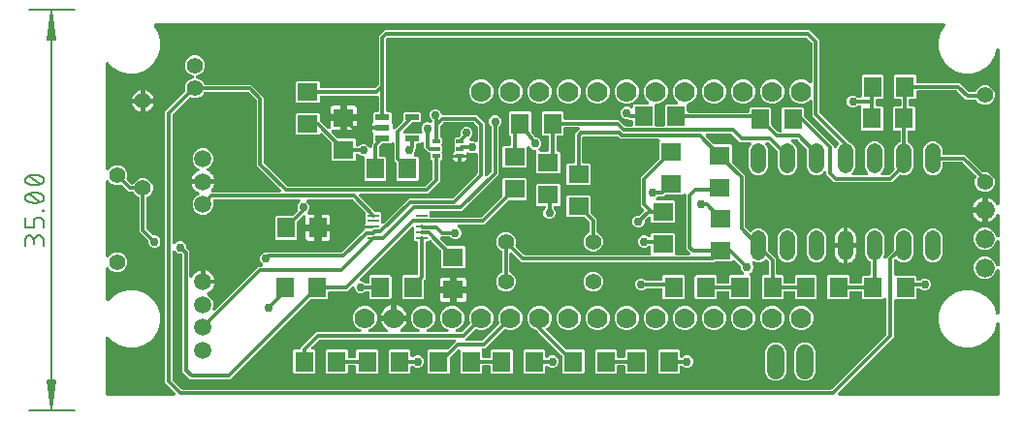
<source format=gbr>
G04 EAGLE Gerber RS-274X export*
G75*
%MOMM*%
%FSLAX34Y34*%
%LPD*%
%INTop Copper*%
%IPPOS*%
%AMOC8*
5,1,8,0,0,1.08239X$1,22.5*%
G01*
%ADD10C,0.130000*%
%ADD11C,0.152400*%
%ADD12C,1.778000*%
%ADD13R,1.803000X1.600000*%
%ADD14R,1.600000X1.803000*%
%ADD15R,1.800000X1.600000*%
%ADD16R,1.600000X1.800000*%
%ADD17C,1.320800*%
%ADD18C,1.422400*%
%ADD19R,1.000000X0.250000*%
%ADD20R,1.270000X0.558800*%
%ADD21R,0.650000X0.350000*%
%ADD22C,1.676400*%
%ADD23C,1.524000*%
%ADD24C,1.500000*%
%ADD25C,1.408000*%
%ADD26C,0.304800*%
%ADD27C,0.756400*%

G36*
X186750Y92872D02*
X186750Y92872D01*
X186850Y92874D01*
X186923Y92892D01*
X186996Y92901D01*
X187091Y92934D01*
X187188Y92959D01*
X187255Y92993D01*
X187325Y93018D01*
X187409Y93073D01*
X187498Y93119D01*
X187555Y93167D01*
X187617Y93207D01*
X187687Y93279D01*
X187764Y93344D01*
X187808Y93404D01*
X187860Y93458D01*
X187911Y93544D01*
X187971Y93625D01*
X188000Y93693D01*
X188038Y93757D01*
X188069Y93853D01*
X188109Y93945D01*
X188122Y94018D01*
X188145Y94089D01*
X188153Y94189D01*
X188170Y94288D01*
X188167Y94362D01*
X188173Y94436D01*
X188158Y94536D01*
X188153Y94636D01*
X188132Y94707D01*
X188121Y94781D01*
X188084Y94874D01*
X188056Y94971D01*
X188020Y95036D01*
X187992Y95105D01*
X187935Y95187D01*
X187886Y95275D01*
X187821Y95351D01*
X187793Y95391D01*
X187767Y95415D01*
X187727Y95461D01*
X181683Y101505D01*
X179451Y103737D01*
X179451Y341263D01*
X196441Y358253D01*
X196489Y358313D01*
X196544Y358366D01*
X196597Y358449D01*
X196658Y358526D01*
X196690Y358595D01*
X196732Y358659D01*
X196765Y358752D01*
X196807Y358841D01*
X196823Y358915D01*
X196848Y358988D01*
X196859Y359086D01*
X196880Y359181D01*
X196879Y359258D01*
X196887Y359334D01*
X196876Y359432D01*
X196874Y359530D01*
X196855Y359604D01*
X196846Y359680D01*
X196801Y359822D01*
X196789Y359868D01*
X196780Y359885D01*
X196771Y359913D01*
X196763Y359932D01*
X196763Y363368D01*
X198078Y366542D01*
X200508Y368972D01*
X203576Y370243D01*
X203663Y370291D01*
X203756Y370331D01*
X203815Y370376D01*
X203880Y370412D01*
X203955Y370479D01*
X204035Y370539D01*
X204083Y370596D01*
X204139Y370646D01*
X204196Y370729D01*
X204261Y370805D01*
X204294Y370872D01*
X204337Y370933D01*
X204373Y371026D01*
X204419Y371116D01*
X204437Y371188D01*
X204465Y371257D01*
X204479Y371356D01*
X204503Y371454D01*
X204505Y371528D01*
X204515Y371602D01*
X204507Y371702D01*
X204508Y371802D01*
X204493Y371875D01*
X204486Y371949D01*
X204456Y372045D01*
X204434Y372143D01*
X204402Y372210D01*
X204379Y372281D01*
X204328Y372367D01*
X204284Y372458D01*
X204238Y372516D01*
X204200Y372579D01*
X204130Y372652D01*
X204067Y372730D01*
X204009Y372776D01*
X203957Y372829D01*
X203872Y372884D01*
X203793Y372946D01*
X203704Y372992D01*
X203664Y373018D01*
X203630Y373030D01*
X203576Y373057D01*
X200508Y374328D01*
X198078Y376758D01*
X196763Y379932D01*
X196763Y383368D01*
X198078Y386542D01*
X200508Y388972D01*
X203682Y390287D01*
X207118Y390287D01*
X210292Y388972D01*
X212722Y386542D01*
X214037Y383368D01*
X214037Y379932D01*
X212722Y376758D01*
X210292Y374328D01*
X207224Y373057D01*
X207136Y373009D01*
X207044Y372968D01*
X206985Y372924D01*
X206920Y372888D01*
X206845Y372821D01*
X206765Y372761D01*
X206717Y372704D01*
X206661Y372654D01*
X206604Y372571D01*
X206539Y372495D01*
X206506Y372428D01*
X206463Y372367D01*
X206426Y372274D01*
X206381Y372184D01*
X206363Y372112D01*
X206335Y372043D01*
X206321Y371944D01*
X206297Y371846D01*
X206295Y371772D01*
X206285Y371698D01*
X206293Y371598D01*
X206292Y371498D01*
X206307Y371425D01*
X206314Y371351D01*
X206344Y371255D01*
X206366Y371157D01*
X206398Y371090D01*
X206421Y371019D01*
X206472Y370933D01*
X206516Y370842D01*
X206562Y370784D01*
X206600Y370721D01*
X206670Y370648D01*
X206733Y370570D01*
X206791Y370524D01*
X206843Y370471D01*
X206928Y370416D01*
X207007Y370354D01*
X207096Y370308D01*
X207136Y370282D01*
X207170Y370270D01*
X207224Y370243D01*
X210292Y368972D01*
X212722Y366542D01*
X213096Y365639D01*
X213133Y365572D01*
X213161Y365501D01*
X213217Y365421D01*
X213265Y365334D01*
X213317Y365278D01*
X213360Y365215D01*
X213433Y365149D01*
X213499Y365076D01*
X213562Y365033D01*
X213619Y364982D01*
X213705Y364934D01*
X213786Y364878D01*
X213857Y364850D01*
X213924Y364813D01*
X214019Y364786D01*
X214110Y364750D01*
X214186Y364739D01*
X214260Y364718D01*
X214408Y364706D01*
X214455Y364699D01*
X214474Y364701D01*
X214503Y364699D01*
X254613Y364699D01*
X265549Y353763D01*
X265549Y296894D01*
X265563Y296768D01*
X265570Y296642D01*
X265583Y296596D01*
X265589Y296548D01*
X265631Y296429D01*
X265666Y296307D01*
X265690Y296265D01*
X265706Y296219D01*
X265775Y296113D01*
X265836Y296003D01*
X265876Y295957D01*
X265895Y295927D01*
X265930Y295893D01*
X265995Y295817D01*
X285817Y275995D01*
X285916Y275916D01*
X286010Y275832D01*
X286052Y275808D01*
X286090Y275778D01*
X286204Y275724D01*
X286315Y275663D01*
X286361Y275650D01*
X286405Y275629D01*
X286528Y275603D01*
X286650Y275568D01*
X286711Y275563D01*
X286745Y275556D01*
X286793Y275557D01*
X286894Y275549D01*
X405606Y275549D01*
X405732Y275563D01*
X405858Y275570D01*
X405904Y275583D01*
X405952Y275589D01*
X406071Y275631D01*
X406193Y275666D01*
X406235Y275690D01*
X406281Y275706D01*
X406387Y275775D01*
X406497Y275836D01*
X406543Y275876D01*
X406573Y275895D01*
X406607Y275930D01*
X406683Y275995D01*
X412725Y282037D01*
X412804Y282136D01*
X412888Y282230D01*
X412912Y282272D01*
X412942Y282310D01*
X412996Y282424D01*
X413057Y282535D01*
X413070Y282581D01*
X413091Y282625D01*
X413117Y282748D01*
X413152Y282870D01*
X413157Y282931D01*
X413164Y282966D01*
X413163Y283014D01*
X413171Y283114D01*
X413171Y297432D01*
X413157Y297557D01*
X413150Y297683D01*
X413137Y297730D01*
X413131Y297778D01*
X413089Y297897D01*
X413054Y298018D01*
X413030Y298060D01*
X413014Y298106D01*
X412945Y298212D01*
X412884Y298322D01*
X412844Y298369D01*
X412825Y298399D01*
X412790Y298432D01*
X412725Y298509D01*
X411445Y299788D01*
X411445Y304098D01*
X411442Y304124D01*
X411444Y304150D01*
X411422Y304297D01*
X411405Y304444D01*
X411397Y304469D01*
X411393Y304495D01*
X411338Y304632D01*
X411288Y304772D01*
X411274Y304794D01*
X411264Y304819D01*
X411179Y304940D01*
X411099Y305065D01*
X411080Y305083D01*
X411065Y305105D01*
X410955Y305204D01*
X410848Y305307D01*
X410826Y305321D01*
X410806Y305338D01*
X410676Y305410D01*
X410549Y305486D01*
X410524Y305494D01*
X410501Y305507D01*
X410358Y305547D01*
X410217Y305592D01*
X410191Y305594D01*
X410166Y305602D01*
X409922Y305621D01*
X409067Y305621D01*
X405451Y309237D01*
X405451Y313052D01*
X405440Y313151D01*
X405438Y313252D01*
X405420Y313324D01*
X405411Y313398D01*
X405378Y313492D01*
X405353Y313590D01*
X405319Y313656D01*
X405294Y313726D01*
X405239Y313810D01*
X405193Y313900D01*
X405145Y313956D01*
X405105Y314019D01*
X405033Y314088D01*
X404968Y314165D01*
X404908Y314209D01*
X404854Y314261D01*
X404768Y314312D01*
X404687Y314372D01*
X404619Y314402D01*
X404555Y314440D01*
X404459Y314470D01*
X404367Y314510D01*
X404294Y314523D01*
X404223Y314546D01*
X404123Y314554D01*
X404024Y314572D01*
X403950Y314568D01*
X403876Y314574D01*
X403776Y314559D01*
X403676Y314554D01*
X403605Y314533D01*
X403531Y314522D01*
X403438Y314485D01*
X403341Y314457D01*
X403276Y314421D01*
X403207Y314393D01*
X403125Y314336D01*
X403037Y314287D01*
X402961Y314222D01*
X402921Y314195D01*
X402897Y314168D01*
X402851Y314129D01*
X401976Y313253D01*
X399566Y313253D01*
X399540Y313250D01*
X399514Y313252D01*
X399367Y313230D01*
X399220Y313213D01*
X399195Y313205D01*
X399169Y313201D01*
X399031Y313146D01*
X398892Y313096D01*
X398870Y313082D01*
X398845Y313072D01*
X398724Y312987D01*
X398599Y312907D01*
X398581Y312888D01*
X398559Y312873D01*
X398460Y312763D01*
X398357Y312656D01*
X398343Y312634D01*
X398326Y312614D01*
X398254Y312484D01*
X398178Y312357D01*
X398170Y312332D01*
X398157Y312309D01*
X398117Y312166D01*
X398072Y312025D01*
X398070Y311999D01*
X398062Y311974D01*
X398043Y311730D01*
X398043Y308676D01*
X398036Y308668D01*
X397982Y308554D01*
X397921Y308443D01*
X397908Y308397D01*
X397887Y308353D01*
X397861Y308230D01*
X397826Y308108D01*
X397821Y308047D01*
X397814Y308012D01*
X397815Y307964D01*
X397807Y307864D01*
X397807Y306444D01*
X396999Y304494D01*
X396850Y304345D01*
X396787Y304266D01*
X396718Y304194D01*
X396680Y304130D01*
X396633Y304072D01*
X396590Y303981D01*
X396539Y303895D01*
X396516Y303824D01*
X396484Y303757D01*
X396463Y303659D01*
X396433Y303563D01*
X396427Y303489D01*
X396411Y303416D01*
X396413Y303316D01*
X396405Y303216D01*
X396416Y303142D01*
X396417Y303068D01*
X396441Y302970D01*
X396456Y302871D01*
X396484Y302802D01*
X396502Y302730D01*
X396548Y302641D01*
X396585Y302547D01*
X396628Y302486D01*
X396662Y302420D01*
X396727Y302344D01*
X396784Y302261D01*
X396839Y302211D01*
X396887Y302155D01*
X396968Y302095D01*
X397043Y302028D01*
X397108Y301992D01*
X397168Y301947D01*
X397260Y301908D01*
X397348Y301859D01*
X397419Y301839D01*
X397488Y301809D01*
X397587Y301792D01*
X397683Y301764D01*
X397783Y301756D01*
X397831Y301748D01*
X397866Y301750D01*
X397927Y301745D01*
X399672Y301745D01*
X400565Y300852D01*
X400565Y281588D01*
X399672Y280695D01*
X382408Y280695D01*
X381515Y281588D01*
X381515Y295802D01*
X381501Y295928D01*
X381494Y296054D01*
X381481Y296100D01*
X381475Y296148D01*
X381433Y296267D01*
X381398Y296389D01*
X381374Y296431D01*
X381358Y296477D01*
X381289Y296583D01*
X381228Y296693D01*
X381188Y296739D01*
X381169Y296769D01*
X381134Y296803D01*
X381069Y296879D01*
X379451Y298497D01*
X379451Y312960D01*
X379440Y313059D01*
X379438Y313160D01*
X379420Y313232D01*
X379411Y313306D01*
X379377Y313400D01*
X379353Y313498D01*
X379319Y313564D01*
X379294Y313634D01*
X379239Y313718D01*
X379193Y313808D01*
X379145Y313864D01*
X379105Y313927D01*
X379033Y313996D01*
X378968Y314073D01*
X378908Y314117D01*
X378854Y314169D01*
X378768Y314220D01*
X378687Y314280D01*
X378619Y314310D01*
X378555Y314348D01*
X378459Y314378D01*
X378367Y314418D01*
X378294Y314431D01*
X378223Y314454D01*
X378123Y314462D01*
X378024Y314480D01*
X377950Y314476D01*
X377876Y314482D01*
X377776Y314467D01*
X377676Y314462D01*
X377605Y314441D01*
X377531Y314430D01*
X377438Y314393D01*
X377341Y314365D01*
X377276Y314329D01*
X377207Y314301D01*
X377125Y314244D01*
X377037Y314195D01*
X376961Y314130D01*
X376921Y314103D01*
X376897Y314076D01*
X376851Y314037D01*
X376068Y313253D01*
X369710Y313253D01*
X369584Y313239D01*
X369458Y313232D01*
X369412Y313219D01*
X369364Y313213D01*
X369245Y313171D01*
X369123Y313136D01*
X369081Y313112D01*
X369035Y313096D01*
X368929Y313027D01*
X368819Y312966D01*
X368773Y312926D01*
X368743Y312907D01*
X368709Y312872D01*
X368633Y312807D01*
X366535Y310709D01*
X366456Y310610D01*
X366372Y310516D01*
X366348Y310474D01*
X366318Y310436D01*
X366264Y310322D01*
X366203Y310211D01*
X366190Y310165D01*
X366169Y310121D01*
X366143Y309998D01*
X366108Y309876D01*
X366103Y309815D01*
X366096Y309780D01*
X366097Y309732D01*
X366089Y309632D01*
X366089Y303268D01*
X366092Y303242D01*
X366090Y303216D01*
X366112Y303069D01*
X366129Y302922D01*
X366137Y302897D01*
X366141Y302871D01*
X366196Y302733D01*
X366246Y302594D01*
X366260Y302572D01*
X366270Y302547D01*
X366355Y302426D01*
X366435Y302301D01*
X366454Y302283D01*
X366469Y302261D01*
X366579Y302162D01*
X366686Y302059D01*
X366708Y302045D01*
X366728Y302028D01*
X366858Y301956D01*
X366985Y301880D01*
X367010Y301872D01*
X367033Y301859D01*
X367176Y301819D01*
X367317Y301774D01*
X367343Y301772D01*
X367368Y301764D01*
X367612Y301745D01*
X371672Y301745D01*
X372565Y300852D01*
X372565Y281588D01*
X371672Y280695D01*
X354408Y280695D01*
X353515Y281588D01*
X353515Y300670D01*
X353512Y300696D01*
X353514Y300722D01*
X353492Y300869D01*
X353475Y301016D01*
X353467Y301041D01*
X353463Y301067D01*
X353408Y301205D01*
X353358Y301344D01*
X353344Y301366D01*
X353334Y301391D01*
X353249Y301512D01*
X353169Y301637D01*
X353150Y301655D01*
X353135Y301677D01*
X353025Y301776D01*
X352918Y301879D01*
X352896Y301893D01*
X352876Y301910D01*
X352746Y301982D01*
X352619Y302058D01*
X352594Y302066D01*
X352571Y302079D01*
X352428Y302119D01*
X352287Y302164D01*
X352261Y302166D01*
X352236Y302174D01*
X351992Y302193D01*
X351444Y302193D01*
X349494Y303001D01*
X348490Y304005D01*
X348391Y304084D01*
X348297Y304168D01*
X348255Y304192D01*
X348217Y304222D01*
X348103Y304276D01*
X347992Y304337D01*
X347946Y304350D01*
X347902Y304371D01*
X347779Y304397D01*
X347657Y304432D01*
X347596Y304437D01*
X347561Y304444D01*
X347513Y304443D01*
X347413Y304451D01*
X347348Y304451D01*
X347322Y304448D01*
X347296Y304450D01*
X347214Y304438D01*
X347213Y304438D01*
X347211Y304438D01*
X347149Y304428D01*
X347002Y304411D01*
X346977Y304403D01*
X346951Y304399D01*
X346813Y304344D01*
X346674Y304294D01*
X346652Y304280D01*
X346627Y304270D01*
X346506Y304185D01*
X346381Y304105D01*
X346363Y304086D01*
X346341Y304071D01*
X346242Y303961D01*
X346139Y303854D01*
X346125Y303832D01*
X346108Y303812D01*
X346036Y303682D01*
X345960Y303555D01*
X345952Y303530D01*
X345939Y303507D01*
X345899Y303364D01*
X345854Y303223D01*
X345852Y303197D01*
X345844Y303172D01*
X345825Y302928D01*
X345825Y299298D01*
X344932Y298405D01*
X325668Y298405D01*
X324775Y299298D01*
X324775Y313512D01*
X324761Y313638D01*
X324754Y313764D01*
X324741Y313810D01*
X324735Y313858D01*
X324693Y313977D01*
X324658Y314099D01*
X324634Y314141D01*
X324618Y314187D01*
X324549Y314293D01*
X324488Y314403D01*
X324448Y314449D01*
X324429Y314479D01*
X324394Y314513D01*
X324329Y314589D01*
X316749Y322169D01*
X316729Y322185D01*
X316712Y322205D01*
X316592Y322294D01*
X316476Y322386D01*
X316453Y322397D01*
X316432Y322412D01*
X316295Y322471D01*
X316161Y322535D01*
X316136Y322540D01*
X316112Y322550D01*
X315965Y322577D01*
X315821Y322608D01*
X315795Y322607D01*
X315769Y322612D01*
X315620Y322604D01*
X315472Y322602D01*
X315447Y322596D01*
X315421Y322594D01*
X315278Y322553D01*
X315134Y322517D01*
X315111Y322505D01*
X315086Y322498D01*
X314956Y322425D01*
X314824Y322357D01*
X314804Y322340D01*
X314782Y322327D01*
X314595Y322169D01*
X313332Y320905D01*
X294068Y320905D01*
X293175Y321798D01*
X293175Y339062D01*
X294068Y339955D01*
X313332Y339955D01*
X314225Y339062D01*
X314225Y333948D01*
X314239Y333822D01*
X314246Y333696D01*
X314259Y333650D01*
X314265Y333602D01*
X314307Y333483D01*
X314342Y333361D01*
X314366Y333319D01*
X314382Y333273D01*
X314451Y333167D01*
X314512Y333057D01*
X314552Y333011D01*
X314571Y332981D01*
X314606Y332947D01*
X314671Y332871D01*
X321159Y326383D01*
X321237Y326320D01*
X321310Y326250D01*
X321374Y326212D01*
X321432Y326166D01*
X321523Y326123D01*
X321609Y326072D01*
X321680Y326049D01*
X321747Y326017D01*
X321845Y325996D01*
X321941Y325965D01*
X322015Y325959D01*
X322088Y325944D01*
X322188Y325945D01*
X322288Y325937D01*
X322362Y325948D01*
X322436Y325950D01*
X322533Y325974D01*
X322633Y325989D01*
X322702Y326017D01*
X322774Y326035D01*
X322864Y326081D01*
X322957Y326118D01*
X323018Y326160D01*
X323084Y326194D01*
X323161Y326260D01*
X323243Y326317D01*
X323293Y326372D01*
X323349Y326420D01*
X323409Y326501D01*
X323476Y326576D01*
X323512Y326641D01*
X323557Y326700D01*
X323596Y326793D01*
X323645Y326881D01*
X323665Y326952D01*
X323695Y327020D01*
X323712Y327119D01*
X323740Y327216D01*
X323748Y327316D01*
X323756Y327363D01*
X323754Y327399D01*
X323759Y327460D01*
X323759Y332883D01*
X332253Y332883D01*
X332253Y325389D01*
X325830Y325389D01*
X325730Y325378D01*
X325630Y325376D01*
X325557Y325358D01*
X325484Y325349D01*
X325389Y325316D01*
X325292Y325291D01*
X325225Y325257D01*
X325155Y325232D01*
X325071Y325177D01*
X324982Y325131D01*
X324925Y325083D01*
X324863Y325043D01*
X324793Y324971D01*
X324716Y324906D01*
X324672Y324846D01*
X324620Y324792D01*
X324569Y324706D01*
X324509Y324625D01*
X324480Y324557D01*
X324442Y324493D01*
X324411Y324397D01*
X324371Y324305D01*
X324358Y324232D01*
X324335Y324161D01*
X324327Y324061D01*
X324310Y323962D01*
X324313Y323888D01*
X324307Y323814D01*
X324322Y323714D01*
X324327Y323614D01*
X324348Y323543D01*
X324359Y323469D01*
X324396Y323376D01*
X324424Y323279D01*
X324460Y323214D01*
X324488Y323145D01*
X324545Y323063D01*
X324594Y322975D01*
X324659Y322899D01*
X324687Y322859D01*
X324713Y322835D01*
X324753Y322789D01*
X329641Y317901D01*
X329740Y317822D01*
X329834Y317738D01*
X329876Y317714D01*
X329914Y317684D01*
X330028Y317630D01*
X330139Y317569D01*
X330185Y317556D01*
X330229Y317535D01*
X330352Y317509D01*
X330474Y317474D01*
X330535Y317469D01*
X330569Y317462D01*
X330617Y317463D01*
X330718Y317455D01*
X344932Y317455D01*
X345825Y316562D01*
X345825Y312072D01*
X345828Y312046D01*
X345826Y312020D01*
X345848Y311873D01*
X345865Y311726D01*
X345873Y311701D01*
X345877Y311675D01*
X345932Y311537D01*
X345982Y311398D01*
X345996Y311376D01*
X346006Y311351D01*
X346091Y311230D01*
X346171Y311105D01*
X346190Y311087D01*
X346205Y311065D01*
X346315Y310966D01*
X346422Y310863D01*
X346444Y310849D01*
X346464Y310832D01*
X346594Y310760D01*
X346721Y310684D01*
X346746Y310676D01*
X346769Y310663D01*
X346912Y310623D01*
X347053Y310578D01*
X347079Y310576D01*
X347104Y310568D01*
X347348Y310549D01*
X347413Y310549D01*
X347539Y310563D01*
X347665Y310570D01*
X347711Y310583D01*
X347759Y310589D01*
X347878Y310631D01*
X348000Y310666D01*
X348042Y310690D01*
X348087Y310706D01*
X348193Y310775D01*
X348304Y310836D01*
X348350Y310876D01*
X348380Y310895D01*
X348414Y310930D01*
X348490Y310995D01*
X349494Y311999D01*
X351444Y312807D01*
X353556Y312807D01*
X355506Y311999D01*
X356999Y310506D01*
X357061Y310357D01*
X357085Y310313D01*
X357102Y310265D01*
X357170Y310161D01*
X357230Y310052D01*
X357264Y310015D01*
X357291Y309972D01*
X357381Y309886D01*
X357464Y309794D01*
X357506Y309765D01*
X357542Y309730D01*
X357648Y309666D01*
X357751Y309596D01*
X357798Y309577D01*
X357841Y309551D01*
X357959Y309513D01*
X358075Y309468D01*
X358125Y309460D01*
X358173Y309445D01*
X358297Y309435D01*
X358420Y309417D01*
X358470Y309421D01*
X358520Y309417D01*
X358643Y309436D01*
X358767Y309446D01*
X358815Y309461D01*
X358865Y309469D01*
X358980Y309515D01*
X359099Y309553D01*
X359142Y309579D01*
X359189Y309598D01*
X359291Y309668D01*
X359397Y309733D01*
X359434Y309768D01*
X359475Y309796D01*
X359558Y309889D01*
X359647Y309975D01*
X359675Y310018D01*
X359708Y310055D01*
X359768Y310164D01*
X359836Y310269D01*
X359853Y310316D01*
X359877Y310360D01*
X359911Y310480D01*
X359952Y310597D01*
X359958Y310647D01*
X359972Y310696D01*
X359991Y310939D01*
X359991Y312789D01*
X360765Y313563D01*
X360844Y313662D01*
X360928Y313756D01*
X360952Y313798D01*
X360982Y313836D01*
X361036Y313950D01*
X361097Y314061D01*
X361110Y314107D01*
X361131Y314151D01*
X361157Y314274D01*
X361192Y314396D01*
X361197Y314457D01*
X361204Y314492D01*
X361203Y314540D01*
X361211Y314640D01*
X361211Y321477D01*
X361197Y321602D01*
X361190Y321728D01*
X361177Y321775D01*
X361171Y321823D01*
X361129Y321942D01*
X361094Y322063D01*
X361070Y322105D01*
X361054Y322151D01*
X360985Y322257D01*
X360924Y322367D01*
X360884Y322414D01*
X360865Y322444D01*
X360830Y322477D01*
X360765Y322554D01*
X360703Y322616D01*
X360368Y323195D01*
X360195Y323841D01*
X360195Y325447D01*
X369086Y325447D01*
X369112Y325450D01*
X369138Y325447D01*
X369285Y325469D01*
X369432Y325486D01*
X369457Y325495D01*
X369483Y325499D01*
X369620Y325554D01*
X369760Y325604D01*
X369782Y325618D01*
X369806Y325628D01*
X369928Y325712D01*
X370053Y325793D01*
X370071Y325812D01*
X370093Y325827D01*
X370192Y325937D01*
X370295Y326044D01*
X370308Y326066D01*
X370326Y326086D01*
X370398Y326216D01*
X370474Y326343D01*
X370482Y326368D01*
X370495Y326391D01*
X370535Y326534D01*
X370580Y326675D01*
X370582Y326701D01*
X370589Y326726D01*
X370609Y326970D01*
X370606Y326996D01*
X370608Y327022D01*
X370586Y327169D01*
X370569Y327316D01*
X370560Y327341D01*
X370556Y327367D01*
X370502Y327505D01*
X370452Y327644D01*
X370437Y327667D01*
X370428Y327691D01*
X370343Y327812D01*
X370263Y327937D01*
X370244Y327956D01*
X370229Y327977D01*
X370119Y328076D01*
X370012Y328179D01*
X369989Y328193D01*
X369970Y328210D01*
X369840Y328282D01*
X369713Y328358D01*
X369688Y328366D01*
X369665Y328379D01*
X369522Y328419D01*
X369381Y328465D01*
X369355Y328467D01*
X369329Y328474D01*
X369086Y328493D01*
X360195Y328493D01*
X360195Y330099D01*
X360368Y330745D01*
X360703Y331324D01*
X360765Y331386D01*
X360844Y331485D01*
X360928Y331579D01*
X360952Y331621D01*
X360982Y331659D01*
X361036Y331773D01*
X361097Y331884D01*
X361110Y331931D01*
X361131Y331974D01*
X361157Y332098D01*
X361192Y332220D01*
X361197Y332280D01*
X361204Y332315D01*
X361203Y332363D01*
X361211Y332463D01*
X361211Y339794D01*
X362104Y340687D01*
X364514Y340687D01*
X364540Y340690D01*
X364566Y340688D01*
X364713Y340710D01*
X364860Y340727D01*
X364885Y340735D01*
X364911Y340739D01*
X365049Y340794D01*
X365188Y340844D01*
X365210Y340858D01*
X365235Y340868D01*
X365356Y340953D01*
X365481Y341033D01*
X365499Y341052D01*
X365521Y341067D01*
X365620Y341177D01*
X365723Y341284D01*
X365737Y341306D01*
X365754Y341326D01*
X365826Y341456D01*
X365902Y341583D01*
X365910Y341608D01*
X365923Y341631D01*
X365963Y341773D01*
X366008Y341915D01*
X366010Y341941D01*
X366018Y341966D01*
X366037Y342210D01*
X366037Y353858D01*
X366034Y353884D01*
X366036Y353910D01*
X366014Y354057D01*
X365997Y354204D01*
X365989Y354229D01*
X365985Y354255D01*
X365930Y354393D01*
X365880Y354532D01*
X365866Y354554D01*
X365856Y354579D01*
X365771Y354700D01*
X365691Y354825D01*
X365672Y354843D01*
X365657Y354865D01*
X365547Y354964D01*
X365440Y355067D01*
X365418Y355081D01*
X365398Y355098D01*
X365268Y355170D01*
X365141Y355246D01*
X365116Y355254D01*
X365093Y355267D01*
X364950Y355307D01*
X364809Y355352D01*
X364783Y355354D01*
X364758Y355362D01*
X364514Y355381D01*
X315748Y355381D01*
X315722Y355378D01*
X315696Y355380D01*
X315549Y355358D01*
X315402Y355341D01*
X315377Y355333D01*
X315351Y355329D01*
X315213Y355274D01*
X315074Y355224D01*
X315052Y355210D01*
X315027Y355200D01*
X314906Y355115D01*
X314781Y355035D01*
X314763Y355016D01*
X314741Y355001D01*
X314642Y354891D01*
X314539Y354784D01*
X314525Y354762D01*
X314508Y354742D01*
X314436Y354612D01*
X314360Y354485D01*
X314352Y354460D01*
X314339Y354437D01*
X314299Y354294D01*
X314254Y354153D01*
X314252Y354127D01*
X314244Y354102D01*
X314225Y353858D01*
X314225Y349798D01*
X313332Y348905D01*
X294068Y348905D01*
X293175Y349798D01*
X293175Y367062D01*
X294068Y367955D01*
X313332Y367955D01*
X314225Y367062D01*
X314225Y363002D01*
X314228Y362976D01*
X314226Y362950D01*
X314248Y362803D01*
X314265Y362656D01*
X314273Y362631D01*
X314277Y362605D01*
X314332Y362467D01*
X314382Y362328D01*
X314396Y362306D01*
X314406Y362281D01*
X314491Y362160D01*
X314571Y362035D01*
X314590Y362017D01*
X314605Y361995D01*
X314715Y361896D01*
X314822Y361793D01*
X314844Y361779D01*
X314864Y361762D01*
X314994Y361690D01*
X315121Y361614D01*
X315146Y361606D01*
X315169Y361593D01*
X315312Y361553D01*
X315453Y361508D01*
X315479Y361506D01*
X315504Y361498D01*
X315748Y361479D01*
X362122Y361479D01*
X362248Y361493D01*
X362374Y361500D01*
X362420Y361513D01*
X362468Y361519D01*
X362587Y361561D01*
X362709Y361596D01*
X362751Y361620D01*
X362797Y361636D01*
X362903Y361705D01*
X363013Y361766D01*
X363059Y361806D01*
X363089Y361825D01*
X363123Y361860D01*
X363199Y361925D01*
X365591Y364317D01*
X365670Y364416D01*
X365754Y364510D01*
X365778Y364552D01*
X365808Y364590D01*
X365862Y364704D01*
X365923Y364815D01*
X365936Y364861D01*
X365957Y364905D01*
X365983Y365028D01*
X366018Y365150D01*
X366023Y365211D01*
X366030Y365246D01*
X366029Y365294D01*
X366037Y365394D01*
X366037Y407065D01*
X371237Y412265D01*
X742047Y412265D01*
X750549Y403763D01*
X750549Y340614D01*
X750563Y340488D01*
X750570Y340362D01*
X750583Y340316D01*
X750589Y340268D01*
X750631Y340149D01*
X750666Y340027D01*
X750690Y339985D01*
X750706Y339939D01*
X750775Y339833D01*
X750836Y339723D01*
X750876Y339677D01*
X750895Y339647D01*
X750930Y339613D01*
X750995Y339537D01*
X775611Y314920D01*
X775613Y314919D01*
X775614Y314917D01*
X775752Y314809D01*
X775884Y314704D01*
X775886Y314703D01*
X775888Y314702D01*
X776105Y314590D01*
X778025Y313795D01*
X780311Y311509D01*
X781549Y308521D01*
X781549Y292079D01*
X780311Y289091D01*
X779369Y288149D01*
X779306Y288070D01*
X779237Y287998D01*
X779198Y287934D01*
X779152Y287876D01*
X779109Y287785D01*
X779058Y287699D01*
X779035Y287628D01*
X779003Y287561D01*
X778982Y287463D01*
X778952Y287367D01*
X778946Y287293D01*
X778930Y287220D01*
X778932Y287120D01*
X778924Y287020D01*
X778935Y286946D01*
X778936Y286872D01*
X778960Y286775D01*
X778975Y286675D01*
X779003Y286606D01*
X779021Y286534D01*
X779067Y286445D01*
X779104Y286351D01*
X779146Y286290D01*
X779181Y286224D01*
X779246Y286148D01*
X779303Y286065D01*
X779358Y286015D01*
X779406Y285959D01*
X779487Y285899D01*
X779562Y285832D01*
X779627Y285796D01*
X779687Y285751D01*
X779779Y285712D01*
X779867Y285663D01*
X779938Y285643D01*
X780007Y285613D01*
X780105Y285596D01*
X780202Y285568D01*
X780302Y285560D01*
X780350Y285552D01*
X780385Y285554D01*
X780446Y285549D01*
X791794Y285549D01*
X791894Y285560D01*
X791994Y285562D01*
X792066Y285580D01*
X792140Y285589D01*
X792235Y285623D01*
X792332Y285647D01*
X792398Y285681D01*
X792468Y285706D01*
X792553Y285761D01*
X792642Y285807D01*
X792699Y285855D01*
X792761Y285895D01*
X792831Y285967D01*
X792907Y286032D01*
X792952Y286092D01*
X793003Y286146D01*
X793055Y286232D01*
X793115Y286313D01*
X793144Y286381D01*
X793182Y286445D01*
X793213Y286541D01*
X793253Y286633D01*
X793266Y286706D01*
X793288Y286777D01*
X793297Y286877D01*
X793314Y286976D01*
X793310Y287050D01*
X793316Y287124D01*
X793302Y287224D01*
X793296Y287324D01*
X793276Y287395D01*
X793265Y287469D01*
X793228Y287562D01*
X793200Y287659D01*
X793164Y287724D01*
X793136Y287793D01*
X793079Y287875D01*
X793030Y287963D01*
X792964Y288039D01*
X792937Y288079D01*
X792911Y288103D01*
X792871Y288149D01*
X791929Y289091D01*
X790691Y292079D01*
X790691Y308521D01*
X791929Y311509D01*
X794215Y313795D01*
X797203Y315033D01*
X800437Y315033D01*
X803425Y313795D01*
X805711Y311509D01*
X806949Y308521D01*
X806949Y292079D01*
X805711Y289091D01*
X804769Y288149D01*
X804706Y288070D01*
X804637Y287998D01*
X804598Y287934D01*
X804552Y287876D01*
X804509Y287785D01*
X804458Y287699D01*
X804435Y287628D01*
X804403Y287561D01*
X804382Y287463D01*
X804352Y287367D01*
X804346Y287293D01*
X804330Y287220D01*
X804332Y287120D01*
X804324Y287020D01*
X804335Y286946D01*
X804336Y286872D01*
X804360Y286775D01*
X804375Y286675D01*
X804403Y286606D01*
X804421Y286534D01*
X804467Y286445D01*
X804504Y286351D01*
X804546Y286290D01*
X804581Y286224D01*
X804646Y286148D01*
X804703Y286065D01*
X804758Y286015D01*
X804806Y285959D01*
X804887Y285899D01*
X804962Y285832D01*
X805027Y285796D01*
X805087Y285751D01*
X805179Y285712D01*
X805267Y285663D01*
X805338Y285643D01*
X805407Y285613D01*
X805505Y285596D01*
X805602Y285568D01*
X805702Y285560D01*
X805750Y285552D01*
X805785Y285554D01*
X805846Y285549D01*
X810606Y285549D01*
X810732Y285563D01*
X810858Y285570D01*
X810904Y285583D01*
X810952Y285589D01*
X811071Y285631D01*
X811193Y285666D01*
X811235Y285690D01*
X811281Y285706D01*
X811387Y285775D01*
X811497Y285836D01*
X811543Y285876D01*
X811573Y285895D01*
X811607Y285930D01*
X811683Y285995D01*
X815863Y290174D01*
X815910Y290234D01*
X815965Y290287D01*
X816018Y290370D01*
X816079Y290447D01*
X816112Y290516D01*
X816153Y290581D01*
X816186Y290673D01*
X816228Y290762D01*
X816244Y290837D01*
X816270Y290909D01*
X816281Y291007D01*
X816301Y291103D01*
X816300Y291179D01*
X816309Y291255D01*
X816297Y291353D01*
X816295Y291451D01*
X816277Y291525D01*
X816268Y291601D01*
X816222Y291744D01*
X816210Y291789D01*
X816202Y291806D01*
X816193Y291834D01*
X816091Y292079D01*
X816091Y308521D01*
X817329Y311509D01*
X819615Y313795D01*
X820701Y314245D01*
X820768Y314282D01*
X820839Y314310D01*
X820920Y314366D01*
X821006Y314414D01*
X821062Y314466D01*
X821125Y314509D01*
X821191Y314582D01*
X821264Y314648D01*
X821307Y314711D01*
X821358Y314768D01*
X821406Y314854D01*
X821462Y314935D01*
X821490Y315006D01*
X821527Y315073D01*
X821554Y315168D01*
X821590Y315259D01*
X821601Y315335D01*
X821622Y315408D01*
X821634Y315557D01*
X821641Y315604D01*
X821639Y315623D01*
X821641Y315652D01*
X821641Y323382D01*
X821638Y323408D01*
X821640Y323434D01*
X821618Y323581D01*
X821601Y323728D01*
X821593Y323753D01*
X821589Y323779D01*
X821534Y323917D01*
X821484Y324056D01*
X821470Y324078D01*
X821460Y324103D01*
X821375Y324224D01*
X821295Y324349D01*
X821276Y324367D01*
X821261Y324389D01*
X821151Y324488D01*
X821044Y324591D01*
X821022Y324605D01*
X821002Y324622D01*
X820872Y324694D01*
X820745Y324770D01*
X820720Y324778D01*
X820697Y324791D01*
X820554Y324831D01*
X820413Y324876D01*
X820387Y324878D01*
X820362Y324886D01*
X820118Y324905D01*
X816058Y324905D01*
X815165Y325798D01*
X815165Y345062D01*
X816058Y345955D01*
X820958Y345955D01*
X820984Y345958D01*
X821010Y345956D01*
X821157Y345978D01*
X821304Y345995D01*
X821329Y346003D01*
X821355Y346007D01*
X821493Y346062D01*
X821632Y346112D01*
X821654Y346126D01*
X821679Y346136D01*
X821800Y346221D01*
X821925Y346301D01*
X821943Y346320D01*
X821965Y346335D01*
X822064Y346445D01*
X822167Y346552D01*
X822181Y346574D01*
X822198Y346594D01*
X822270Y346724D01*
X822346Y346851D01*
X822354Y346876D01*
X822367Y346899D01*
X822407Y347042D01*
X822452Y347183D01*
X822454Y347209D01*
X822462Y347234D01*
X822481Y347478D01*
X822481Y350957D01*
X822478Y350983D01*
X822480Y351009D01*
X822458Y351156D01*
X822441Y351303D01*
X822433Y351328D01*
X822429Y351354D01*
X822374Y351492D01*
X822324Y351631D01*
X822310Y351653D01*
X822300Y351678D01*
X822215Y351799D01*
X822135Y351924D01*
X822116Y351942D01*
X822101Y351964D01*
X821991Y352063D01*
X821884Y352166D01*
X821862Y352180D01*
X821842Y352197D01*
X821712Y352269D01*
X821585Y352345D01*
X821560Y352353D01*
X821537Y352366D01*
X821394Y352406D01*
X821253Y352451D01*
X821227Y352453D01*
X821202Y352461D01*
X820958Y352480D01*
X816898Y352480D01*
X816005Y353373D01*
X816005Y372667D01*
X816898Y373560D01*
X834162Y373560D01*
X835055Y372667D01*
X835055Y367592D01*
X835058Y367566D01*
X835056Y367540D01*
X835078Y367393D01*
X835095Y367246D01*
X835103Y367221D01*
X835107Y367195D01*
X835162Y367057D01*
X835212Y366918D01*
X835226Y366896D01*
X835236Y366871D01*
X835321Y366750D01*
X835401Y366625D01*
X835420Y366607D01*
X835435Y366585D01*
X835545Y366486D01*
X835652Y366383D01*
X835674Y366369D01*
X835694Y366352D01*
X835824Y366280D01*
X835951Y366204D01*
X835976Y366196D01*
X835999Y366183D01*
X836142Y366143D01*
X836283Y366098D01*
X836309Y366096D01*
X836334Y366088D01*
X836578Y366069D01*
X873243Y366069D01*
X880817Y358495D01*
X880916Y358416D01*
X881010Y358332D01*
X881052Y358308D01*
X881090Y358278D01*
X881204Y358224D01*
X881315Y358163D01*
X881361Y358150D01*
X881405Y358129D01*
X881528Y358103D01*
X881650Y358068D01*
X881711Y358063D01*
X881746Y358056D01*
X881794Y358057D01*
X881894Y358049D01*
X885726Y358049D01*
X885802Y358057D01*
X885878Y358056D01*
X885975Y358077D01*
X886072Y358089D01*
X886144Y358114D01*
X886219Y358131D01*
X886308Y358173D01*
X886400Y358206D01*
X886465Y358248D01*
X886534Y358280D01*
X886610Y358342D01*
X886693Y358395D01*
X886746Y358450D01*
X886806Y358498D01*
X886867Y358575D01*
X886935Y358646D01*
X886975Y358711D01*
X887022Y358771D01*
X887090Y358904D01*
X887114Y358945D01*
X887120Y358963D01*
X887133Y358989D01*
X887739Y360452D01*
X890148Y362861D01*
X893296Y364165D01*
X896704Y364165D01*
X899852Y362861D01*
X902261Y360452D01*
X903565Y357304D01*
X903565Y353896D01*
X902261Y350748D01*
X899852Y348339D01*
X896704Y347035D01*
X893296Y347035D01*
X890148Y348339D01*
X887739Y350748D01*
X887630Y351011D01*
X887593Y351078D01*
X887565Y351149D01*
X887509Y351229D01*
X887461Y351316D01*
X887410Y351372D01*
X887366Y351435D01*
X887293Y351501D01*
X887227Y351574D01*
X887164Y351617D01*
X887107Y351668D01*
X887021Y351716D01*
X886940Y351772D01*
X886869Y351800D01*
X886802Y351837D01*
X886708Y351864D01*
X886616Y351900D01*
X886541Y351911D01*
X886467Y351932D01*
X886318Y351944D01*
X886271Y351951D01*
X886252Y351949D01*
X886223Y351951D01*
X878737Y351951D01*
X871163Y359525D01*
X871064Y359604D01*
X870970Y359688D01*
X870928Y359712D01*
X870890Y359742D01*
X870776Y359796D01*
X870665Y359857D01*
X870619Y359870D01*
X870575Y359891D01*
X870452Y359917D01*
X870330Y359952D01*
X870269Y359957D01*
X870234Y359964D01*
X870186Y359963D01*
X870086Y359971D01*
X836578Y359971D01*
X836552Y359968D01*
X836526Y359970D01*
X836379Y359948D01*
X836232Y359931D01*
X836207Y359923D01*
X836181Y359919D01*
X836043Y359864D01*
X835904Y359814D01*
X835882Y359800D01*
X835857Y359790D01*
X835736Y359705D01*
X835611Y359625D01*
X835593Y359606D01*
X835571Y359591D01*
X835472Y359481D01*
X835369Y359374D01*
X835355Y359352D01*
X835338Y359332D01*
X835266Y359202D01*
X835190Y359075D01*
X835182Y359050D01*
X835169Y359027D01*
X835129Y358884D01*
X835084Y358743D01*
X835082Y358717D01*
X835074Y358692D01*
X835055Y358448D01*
X835055Y353373D01*
X834162Y352480D01*
X830102Y352480D01*
X830076Y352477D01*
X830050Y352479D01*
X829903Y352457D01*
X829756Y352440D01*
X829731Y352432D01*
X829705Y352428D01*
X829567Y352373D01*
X829428Y352323D01*
X829406Y352309D01*
X829381Y352299D01*
X829260Y352214D01*
X829135Y352134D01*
X829117Y352115D01*
X829095Y352100D01*
X828996Y351990D01*
X828893Y351883D01*
X828879Y351861D01*
X828862Y351841D01*
X828790Y351711D01*
X828714Y351584D01*
X828706Y351559D01*
X828693Y351536D01*
X828653Y351393D01*
X828608Y351252D01*
X828606Y351226D01*
X828598Y351201D01*
X828579Y350957D01*
X828579Y347478D01*
X828582Y347452D01*
X828580Y347426D01*
X828602Y347279D01*
X828619Y347132D01*
X828627Y347107D01*
X828631Y347081D01*
X828686Y346943D01*
X828736Y346804D01*
X828750Y346782D01*
X828760Y346757D01*
X828845Y346636D01*
X828925Y346511D01*
X828944Y346493D01*
X828959Y346471D01*
X829069Y346372D01*
X829176Y346269D01*
X829198Y346255D01*
X829218Y346238D01*
X829348Y346166D01*
X829475Y346090D01*
X829500Y346082D01*
X829523Y346069D01*
X829666Y346029D01*
X829807Y345984D01*
X829833Y345982D01*
X829858Y345974D01*
X830102Y345955D01*
X833322Y345955D01*
X834215Y345062D01*
X834215Y325798D01*
X833322Y324905D01*
X829262Y324905D01*
X829236Y324902D01*
X829210Y324904D01*
X829063Y324882D01*
X828916Y324865D01*
X828891Y324857D01*
X828865Y324853D01*
X828727Y324798D01*
X828588Y324748D01*
X828566Y324734D01*
X828541Y324724D01*
X828420Y324639D01*
X828295Y324559D01*
X828277Y324540D01*
X828255Y324525D01*
X828156Y324415D01*
X828053Y324308D01*
X828039Y324286D01*
X828022Y324266D01*
X827950Y324136D01*
X827874Y324009D01*
X827866Y323984D01*
X827853Y323961D01*
X827813Y323818D01*
X827768Y323677D01*
X827766Y323651D01*
X827758Y323626D01*
X827739Y323382D01*
X827739Y315263D01*
X827747Y315187D01*
X827746Y315110D01*
X827767Y315014D01*
X827779Y314917D01*
X827804Y314845D01*
X827821Y314770D01*
X827863Y314681D01*
X827896Y314588D01*
X827938Y314524D01*
X827970Y314455D01*
X828032Y314378D01*
X828085Y314296D01*
X828140Y314242D01*
X828188Y314183D01*
X828265Y314122D01*
X828336Y314053D01*
X828387Y314023D01*
X828396Y314015D01*
X828411Y314006D01*
X828461Y313967D01*
X828594Y313899D01*
X828635Y313875D01*
X828653Y313869D01*
X828679Y313855D01*
X828825Y313795D01*
X831111Y311509D01*
X832349Y308521D01*
X832349Y292079D01*
X831111Y289091D01*
X828825Y286805D01*
X825837Y285567D01*
X822603Y285567D01*
X821617Y285976D01*
X821543Y285997D01*
X821473Y286027D01*
X821377Y286044D01*
X821282Y286071D01*
X821206Y286075D01*
X821130Y286089D01*
X821032Y286084D01*
X820934Y286088D01*
X820859Y286075D01*
X820782Y286071D01*
X820688Y286043D01*
X820591Y286026D01*
X820521Y285995D01*
X820447Y285974D01*
X820362Y285926D01*
X820271Y285887D01*
X820210Y285841D01*
X820143Y285804D01*
X820030Y285707D01*
X819992Y285679D01*
X819979Y285664D01*
X819957Y285645D01*
X815995Y281683D01*
X813763Y279451D01*
X763737Y279451D01*
X756951Y286237D01*
X756951Y287454D01*
X756940Y287554D01*
X756938Y287654D01*
X756920Y287726D01*
X756911Y287800D01*
X756878Y287895D01*
X756853Y287992D01*
X756819Y288058D01*
X756794Y288128D01*
X756739Y288213D01*
X756693Y288302D01*
X756645Y288359D01*
X756605Y288421D01*
X756533Y288491D01*
X756468Y288567D01*
X756408Y288612D01*
X756354Y288663D01*
X756268Y288715D01*
X756187Y288775D01*
X756119Y288804D01*
X756055Y288842D01*
X755959Y288873D01*
X755867Y288913D01*
X755794Y288926D01*
X755723Y288948D01*
X755623Y288957D01*
X755524Y288974D01*
X755450Y288970D01*
X755376Y288976D01*
X755276Y288962D01*
X755176Y288956D01*
X755105Y288936D01*
X755031Y288925D01*
X754938Y288888D01*
X754841Y288860D01*
X754776Y288823D01*
X754707Y288796D01*
X754625Y288739D01*
X754537Y288690D01*
X754461Y288625D01*
X754421Y288597D01*
X754397Y288571D01*
X754351Y288531D01*
X752625Y286805D01*
X749637Y285567D01*
X746403Y285567D01*
X743415Y286805D01*
X741129Y289091D01*
X739891Y292079D01*
X739891Y307666D01*
X739890Y307681D01*
X739890Y307691D01*
X739882Y307748D01*
X739877Y307792D01*
X739870Y307918D01*
X739857Y307964D01*
X739851Y308012D01*
X739809Y308131D01*
X739774Y308253D01*
X739750Y308295D01*
X739734Y308341D01*
X739665Y308447D01*
X739604Y308557D01*
X739564Y308603D01*
X739545Y308633D01*
X739510Y308667D01*
X739445Y308743D01*
X731683Y316505D01*
X731584Y316584D01*
X731490Y316668D01*
X731448Y316692D01*
X731410Y316722D01*
X731296Y316776D01*
X731185Y316837D01*
X731139Y316850D01*
X731095Y316871D01*
X730972Y316897D01*
X730850Y316932D01*
X730789Y316937D01*
X730754Y316944D01*
X730706Y316943D01*
X730606Y316951D01*
X727263Y316951D01*
X727213Y316946D01*
X727163Y316948D01*
X727040Y316926D01*
X726917Y316911D01*
X726869Y316894D01*
X726820Y316885D01*
X726706Y316836D01*
X726589Y316794D01*
X726546Y316767D01*
X726500Y316747D01*
X726400Y316672D01*
X726296Y316605D01*
X726261Y316569D01*
X726220Y316539D01*
X726140Y316444D01*
X726054Y316354D01*
X726028Y316311D01*
X725995Y316273D01*
X725939Y316162D01*
X725875Y316055D01*
X725860Y316007D01*
X725837Y315962D01*
X725807Y315842D01*
X725769Y315723D01*
X725765Y315673D01*
X725752Y315624D01*
X725751Y315500D01*
X725741Y315376D01*
X725748Y315326D01*
X725747Y315276D01*
X725774Y315154D01*
X725792Y315031D01*
X725811Y314984D01*
X725822Y314935D01*
X725875Y314823D01*
X725921Y314707D01*
X725950Y314666D01*
X725971Y314620D01*
X726049Y314523D01*
X726120Y314421D01*
X726157Y314387D01*
X726189Y314348D01*
X726286Y314271D01*
X726379Y314188D01*
X726423Y314163D01*
X726462Y314132D01*
X726680Y314021D01*
X727225Y313795D01*
X729511Y311509D01*
X730749Y308521D01*
X730749Y292079D01*
X729511Y289091D01*
X727225Y286805D01*
X724237Y285567D01*
X721003Y285567D01*
X718015Y286805D01*
X715729Y289091D01*
X714491Y292079D01*
X714491Y305566D01*
X714477Y305692D01*
X714470Y305818D01*
X714457Y305864D01*
X714451Y305912D01*
X714409Y306031D01*
X714374Y306153D01*
X714350Y306195D01*
X714334Y306241D01*
X714265Y306347D01*
X714204Y306457D01*
X714164Y306503D01*
X714145Y306533D01*
X714110Y306567D01*
X714045Y306643D01*
X706683Y314005D01*
X706584Y314084D01*
X706490Y314168D01*
X706448Y314192D01*
X706410Y314222D01*
X706296Y314276D01*
X706185Y314337D01*
X706139Y314350D01*
X706095Y314371D01*
X705972Y314397D01*
X705850Y314432D01*
X705789Y314437D01*
X705754Y314444D01*
X705706Y314443D01*
X705606Y314451D01*
X704846Y314451D01*
X704746Y314440D01*
X704646Y314438D01*
X704574Y314420D01*
X704500Y314411D01*
X704405Y314378D01*
X704308Y314353D01*
X704242Y314319D01*
X704172Y314294D01*
X704087Y314239D01*
X703998Y314193D01*
X703941Y314145D01*
X703879Y314105D01*
X703809Y314033D01*
X703733Y313968D01*
X703688Y313908D01*
X703637Y313854D01*
X703585Y313768D01*
X703525Y313687D01*
X703496Y313619D01*
X703458Y313555D01*
X703427Y313460D01*
X703387Y313367D01*
X703374Y313294D01*
X703352Y313223D01*
X703343Y313123D01*
X703326Y313024D01*
X703330Y312950D01*
X703324Y312876D01*
X703338Y312777D01*
X703344Y312676D01*
X703364Y312605D01*
X703375Y312531D01*
X703412Y312438D01*
X703440Y312341D01*
X703477Y312276D01*
X703504Y312207D01*
X703561Y312125D01*
X703610Y312037D01*
X703676Y311961D01*
X703703Y311921D01*
X703729Y311897D01*
X703769Y311851D01*
X704111Y311509D01*
X705349Y308521D01*
X705349Y292079D01*
X704111Y289091D01*
X701825Y286805D01*
X698837Y285567D01*
X695603Y285567D01*
X692615Y286805D01*
X690329Y289091D01*
X689091Y292079D01*
X689091Y308521D01*
X690329Y311509D01*
X690671Y311851D01*
X690734Y311929D01*
X690803Y312002D01*
X690842Y312066D01*
X690888Y312124D01*
X690931Y312215D01*
X690982Y312301D01*
X691005Y312372D01*
X691037Y312439D01*
X691058Y312537D01*
X691088Y312633D01*
X691094Y312707D01*
X691110Y312780D01*
X691108Y312880D01*
X691116Y312980D01*
X691105Y313054D01*
X691104Y313128D01*
X691080Y313226D01*
X691065Y313325D01*
X691037Y313394D01*
X691019Y313466D01*
X690973Y313555D01*
X690936Y313649D01*
X690894Y313710D01*
X690860Y313776D01*
X690794Y313853D01*
X690737Y313935D01*
X690682Y313985D01*
X690634Y314041D01*
X690553Y314101D01*
X690478Y314168D01*
X690413Y314204D01*
X690353Y314249D01*
X690261Y314288D01*
X690173Y314337D01*
X690102Y314357D01*
X690033Y314387D01*
X689935Y314404D01*
X689838Y314432D01*
X689738Y314440D01*
X689690Y314448D01*
X689655Y314446D01*
X689594Y314451D01*
X681237Y314451D01*
X674183Y321505D01*
X674084Y321584D01*
X673990Y321668D01*
X673948Y321692D01*
X673910Y321722D01*
X673796Y321776D01*
X673685Y321837D01*
X673639Y321850D01*
X673595Y321871D01*
X673472Y321897D01*
X673350Y321932D01*
X673289Y321937D01*
X673254Y321944D01*
X673206Y321943D01*
X673106Y321951D01*
X652738Y321951D01*
X652638Y321940D01*
X652538Y321938D01*
X652465Y321920D01*
X652392Y321911D01*
X652297Y321878D01*
X652200Y321853D01*
X652133Y321819D01*
X652063Y321794D01*
X651979Y321739D01*
X651890Y321693D01*
X651833Y321645D01*
X651771Y321605D01*
X651701Y321533D01*
X651624Y321468D01*
X651580Y321408D01*
X651528Y321354D01*
X651477Y321268D01*
X651417Y321187D01*
X651388Y321119D01*
X651350Y321055D01*
X651319Y320959D01*
X651279Y320867D01*
X651266Y320794D01*
X651243Y320723D01*
X651235Y320623D01*
X651218Y320524D01*
X651221Y320450D01*
X651215Y320376D01*
X651230Y320276D01*
X651235Y320176D01*
X651256Y320105D01*
X651267Y320031D01*
X651304Y319938D01*
X651332Y319841D01*
X651368Y319776D01*
X651396Y319707D01*
X651453Y319625D01*
X651502Y319537D01*
X651567Y319461D01*
X651595Y319421D01*
X651621Y319397D01*
X651661Y319351D01*
X658171Y312841D01*
X658270Y312762D01*
X658364Y312678D01*
X658406Y312654D01*
X658444Y312624D01*
X658558Y312570D01*
X658669Y312509D01*
X658715Y312496D01*
X658759Y312475D01*
X658882Y312449D01*
X659004Y312414D01*
X659065Y312409D01*
X659099Y312402D01*
X659147Y312403D01*
X659248Y312395D01*
X673477Y312395D01*
X674370Y311502D01*
X674370Y297273D01*
X674384Y297147D01*
X674391Y297021D01*
X674404Y296975D01*
X674410Y296927D01*
X674452Y296808D01*
X674487Y296686D01*
X674511Y296644D01*
X674527Y296598D01*
X674596Y296492D01*
X674657Y296382D01*
X674697Y296336D01*
X674716Y296306D01*
X674751Y296272D01*
X674816Y296196D01*
X683317Y287695D01*
X685549Y285463D01*
X685549Y240714D01*
X685563Y240588D01*
X685570Y240462D01*
X685583Y240416D01*
X685589Y240368D01*
X685631Y240249D01*
X685666Y240127D01*
X685690Y240085D01*
X685706Y240039D01*
X685775Y239933D01*
X685836Y239823D01*
X685876Y239777D01*
X685895Y239747D01*
X685930Y239713D01*
X685995Y239637D01*
X689249Y236383D01*
X689269Y236366D01*
X689286Y236346D01*
X689406Y236258D01*
X689522Y236166D01*
X689545Y236155D01*
X689567Y236139D01*
X689703Y236081D01*
X689837Y236017D01*
X689863Y236012D01*
X689887Y236001D01*
X690033Y235975D01*
X690178Y235944D01*
X690204Y235944D01*
X690230Y235940D01*
X690378Y235947D01*
X690526Y235950D01*
X690551Y235956D01*
X690578Y235958D01*
X690720Y235999D01*
X690864Y236035D01*
X690887Y236047D01*
X690913Y236054D01*
X691042Y236127D01*
X691174Y236194D01*
X691194Y236211D01*
X691217Y236224D01*
X691403Y236383D01*
X692615Y237595D01*
X695603Y238833D01*
X698837Y238833D01*
X701825Y237595D01*
X704111Y235309D01*
X705349Y232321D01*
X705349Y220914D01*
X705363Y220788D01*
X705370Y220662D01*
X705383Y220616D01*
X705389Y220568D01*
X705431Y220449D01*
X705466Y220327D01*
X705490Y220285D01*
X705506Y220239D01*
X705575Y220133D01*
X705636Y220023D01*
X705676Y219977D01*
X705695Y219947D01*
X705730Y219913D01*
X705795Y219837D01*
X712427Y213204D01*
X712467Y213173D01*
X712500Y213136D01*
X712603Y213065D01*
X712700Y212988D01*
X712746Y212966D01*
X712787Y212938D01*
X712903Y212892D01*
X713015Y212839D01*
X713040Y212834D01*
X713024Y212809D01*
X713008Y212762D01*
X712983Y212718D01*
X712949Y212598D01*
X712908Y212481D01*
X712902Y212431D01*
X712888Y212382D01*
X712869Y212138D01*
X712869Y199533D01*
X712872Y199507D01*
X712870Y199481D01*
X712892Y199334D01*
X712909Y199187D01*
X712917Y199162D01*
X712921Y199136D01*
X712976Y198998D01*
X713026Y198859D01*
X713040Y198837D01*
X713050Y198812D01*
X713135Y198691D01*
X713215Y198566D01*
X713234Y198548D01*
X713249Y198526D01*
X713359Y198427D01*
X713466Y198324D01*
X713488Y198310D01*
X713508Y198293D01*
X713638Y198221D01*
X713765Y198145D01*
X713790Y198137D01*
X713813Y198124D01*
X713956Y198084D01*
X714097Y198039D01*
X714123Y198037D01*
X714148Y198029D01*
X714392Y198010D01*
X718452Y198010D01*
X719345Y197117D01*
X719345Y192042D01*
X719348Y192016D01*
X719346Y191990D01*
X719368Y191843D01*
X719385Y191696D01*
X719393Y191671D01*
X719397Y191645D01*
X719452Y191507D01*
X719502Y191368D01*
X719516Y191346D01*
X719526Y191321D01*
X719611Y191200D01*
X719691Y191075D01*
X719710Y191057D01*
X719725Y191035D01*
X719835Y190936D01*
X719942Y190833D01*
X719964Y190819D01*
X719984Y190802D01*
X720114Y190730D01*
X720241Y190654D01*
X720266Y190646D01*
X720289Y190633D01*
X720432Y190593D01*
X720573Y190548D01*
X720599Y190546D01*
X720624Y190538D01*
X720868Y190519D01*
X727722Y190519D01*
X727748Y190522D01*
X727774Y190520D01*
X727921Y190542D01*
X728068Y190559D01*
X728093Y190567D01*
X728119Y190571D01*
X728257Y190626D01*
X728396Y190676D01*
X728418Y190690D01*
X728443Y190700D01*
X728564Y190785D01*
X728689Y190865D01*
X728707Y190884D01*
X728729Y190899D01*
X728828Y191009D01*
X728931Y191116D01*
X728945Y191138D01*
X728962Y191158D01*
X729034Y191288D01*
X729110Y191415D01*
X729118Y191440D01*
X729131Y191463D01*
X729171Y191606D01*
X729216Y191747D01*
X729218Y191773D01*
X729226Y191798D01*
X729245Y192042D01*
X729245Y197117D01*
X730138Y198010D01*
X747402Y198010D01*
X748295Y197117D01*
X748295Y177823D01*
X747402Y176930D01*
X730138Y176930D01*
X729245Y177823D01*
X729245Y182898D01*
X729242Y182924D01*
X729244Y182950D01*
X729222Y183096D01*
X729205Y183244D01*
X729197Y183269D01*
X729193Y183295D01*
X729138Y183433D01*
X729088Y183572D01*
X729074Y183594D01*
X729064Y183619D01*
X728979Y183740D01*
X728899Y183865D01*
X728880Y183883D01*
X728865Y183905D01*
X728755Y184004D01*
X728648Y184107D01*
X728626Y184121D01*
X728606Y184138D01*
X728476Y184210D01*
X728349Y184286D01*
X728324Y184294D01*
X728301Y184307D01*
X728158Y184347D01*
X728017Y184392D01*
X727991Y184394D01*
X727966Y184402D01*
X727722Y184421D01*
X720868Y184421D01*
X720842Y184418D01*
X720816Y184420D01*
X720669Y184398D01*
X720522Y184381D01*
X720497Y184373D01*
X720471Y184369D01*
X720333Y184314D01*
X720194Y184264D01*
X720172Y184250D01*
X720147Y184240D01*
X720026Y184155D01*
X719901Y184075D01*
X719883Y184056D01*
X719861Y184041D01*
X719762Y183931D01*
X719659Y183824D01*
X719645Y183802D01*
X719628Y183782D01*
X719556Y183652D01*
X719480Y183525D01*
X719472Y183500D01*
X719459Y183477D01*
X719419Y183334D01*
X719374Y183193D01*
X719372Y183167D01*
X719364Y183142D01*
X719345Y182898D01*
X719345Y177823D01*
X718452Y176930D01*
X701188Y176930D01*
X700295Y177823D01*
X700295Y197117D01*
X701188Y198010D01*
X705248Y198010D01*
X705274Y198013D01*
X705300Y198011D01*
X705447Y198033D01*
X705594Y198050D01*
X705619Y198058D01*
X705645Y198062D01*
X705783Y198117D01*
X705922Y198167D01*
X705944Y198181D01*
X705969Y198191D01*
X706090Y198276D01*
X706215Y198356D01*
X706233Y198375D01*
X706255Y198390D01*
X706354Y198500D01*
X706457Y198607D01*
X706471Y198629D01*
X706488Y198649D01*
X706560Y198779D01*
X706636Y198906D01*
X706644Y198931D01*
X706657Y198954D01*
X706697Y199097D01*
X706742Y199238D01*
X706744Y199264D01*
X706752Y199289D01*
X706771Y199533D01*
X706771Y209606D01*
X706757Y209731D01*
X706750Y209858D01*
X706737Y209905D01*
X706731Y209952D01*
X706689Y210071D01*
X706654Y210193D01*
X706630Y210235D01*
X706614Y210281D01*
X706545Y210387D01*
X706484Y210497D01*
X706444Y210543D01*
X706425Y210573D01*
X706390Y210607D01*
X706325Y210683D01*
X705191Y211817D01*
X705171Y211834D01*
X705154Y211854D01*
X705035Y211941D01*
X704918Y212034D01*
X704894Y212045D01*
X704873Y212061D01*
X704737Y212119D01*
X704603Y212183D01*
X704577Y212188D01*
X704553Y212199D01*
X704407Y212225D01*
X704262Y212256D01*
X704236Y212256D01*
X704210Y212260D01*
X704062Y212253D01*
X703914Y212250D01*
X703889Y212244D01*
X703862Y212242D01*
X703720Y212201D01*
X703576Y212165D01*
X703553Y212153D01*
X703527Y212146D01*
X703398Y212073D01*
X703266Y212006D01*
X703246Y211989D01*
X703223Y211976D01*
X703037Y211817D01*
X701825Y210605D01*
X698837Y209367D01*
X695603Y209367D01*
X693969Y210044D01*
X693873Y210072D01*
X693779Y210108D01*
X693706Y210119D01*
X693634Y210140D01*
X693534Y210145D01*
X693434Y210159D01*
X693360Y210153D01*
X693286Y210157D01*
X693187Y210139D01*
X693087Y210130D01*
X693016Y210107D01*
X692943Y210094D01*
X692851Y210054D01*
X692756Y210023D01*
X692692Y209985D01*
X692624Y209955D01*
X692543Y209895D01*
X692457Y209844D01*
X692404Y209792D01*
X692344Y209747D01*
X692279Y209671D01*
X692207Y209601D01*
X692167Y209538D01*
X692119Y209481D01*
X692073Y209392D01*
X692019Y209307D01*
X691994Y209237D01*
X691960Y209171D01*
X691936Y209074D01*
X691902Y208979D01*
X691894Y208905D01*
X691876Y208833D01*
X691874Y208733D01*
X691863Y208633D01*
X691869Y208586D01*
X691868Y208576D01*
X691872Y208549D01*
X691871Y208484D01*
X691892Y208386D01*
X691904Y208287D01*
X691917Y208245D01*
X691919Y208231D01*
X691932Y208198D01*
X691935Y208191D01*
X691945Y208144D01*
X691960Y208112D01*
X691979Y208054D01*
X692807Y206056D01*
X692807Y203944D01*
X691999Y201994D01*
X690506Y200501D01*
X690501Y200499D01*
X690370Y200426D01*
X690236Y200357D01*
X690217Y200341D01*
X690196Y200330D01*
X690085Y200229D01*
X689970Y200131D01*
X689956Y200112D01*
X689938Y200096D01*
X689853Y199972D01*
X689763Y199851D01*
X689754Y199829D01*
X689740Y199809D01*
X689685Y199669D01*
X689625Y199531D01*
X689621Y199507D01*
X689612Y199485D01*
X689590Y199336D01*
X689564Y199188D01*
X689565Y199164D01*
X689561Y199140D01*
X689574Y198990D01*
X689581Y198840D01*
X689588Y198817D01*
X689590Y198793D01*
X689636Y198650D01*
X689678Y198505D01*
X689690Y198484D01*
X689697Y198461D01*
X689775Y198332D01*
X689848Y198201D01*
X689867Y198179D01*
X689877Y198162D01*
X689910Y198129D01*
X690007Y198015D01*
X690905Y197117D01*
X690905Y177823D01*
X690012Y176930D01*
X672748Y176930D01*
X671855Y177823D01*
X671855Y182898D01*
X671852Y182924D01*
X671854Y182950D01*
X671832Y183096D01*
X671815Y183244D01*
X671807Y183269D01*
X671803Y183295D01*
X671748Y183433D01*
X671698Y183572D01*
X671684Y183594D01*
X671674Y183619D01*
X671589Y183740D01*
X671509Y183865D01*
X671490Y183883D01*
X671475Y183905D01*
X671365Y184004D01*
X671258Y184107D01*
X671236Y184121D01*
X671216Y184138D01*
X671086Y184210D01*
X670959Y184286D01*
X670934Y184294D01*
X670911Y184307D01*
X670768Y184347D01*
X670627Y184392D01*
X670601Y184394D01*
X670576Y184402D01*
X670332Y184421D01*
X662348Y184421D01*
X662322Y184418D01*
X662296Y184420D01*
X662149Y184398D01*
X662002Y184381D01*
X661977Y184373D01*
X661951Y184369D01*
X661813Y184314D01*
X661674Y184264D01*
X661652Y184250D01*
X661627Y184240D01*
X661506Y184155D01*
X661381Y184075D01*
X661363Y184056D01*
X661341Y184041D01*
X661242Y183931D01*
X661139Y183824D01*
X661125Y183802D01*
X661108Y183782D01*
X661036Y183652D01*
X660960Y183525D01*
X660952Y183500D01*
X660939Y183477D01*
X660899Y183334D01*
X660854Y183193D01*
X660852Y183167D01*
X660844Y183142D01*
X660825Y182898D01*
X660825Y177838D01*
X659932Y176945D01*
X642668Y176945D01*
X641775Y177838D01*
X641775Y197102D01*
X642668Y197995D01*
X659932Y197995D01*
X660825Y197102D01*
X660825Y192042D01*
X660828Y192016D01*
X660826Y191990D01*
X660848Y191843D01*
X660865Y191696D01*
X660873Y191671D01*
X660877Y191645D01*
X660932Y191507D01*
X660982Y191368D01*
X660996Y191346D01*
X661006Y191321D01*
X661091Y191200D01*
X661171Y191075D01*
X661190Y191057D01*
X661205Y191035D01*
X661315Y190936D01*
X661422Y190833D01*
X661444Y190819D01*
X661464Y190802D01*
X661594Y190730D01*
X661721Y190654D01*
X661746Y190646D01*
X661769Y190633D01*
X661912Y190593D01*
X662053Y190548D01*
X662079Y190546D01*
X662104Y190538D01*
X662348Y190519D01*
X670332Y190519D01*
X670358Y190522D01*
X670384Y190520D01*
X670531Y190542D01*
X670678Y190559D01*
X670703Y190567D01*
X670729Y190571D01*
X670867Y190626D01*
X671006Y190676D01*
X671028Y190690D01*
X671053Y190700D01*
X671174Y190785D01*
X671299Y190865D01*
X671317Y190884D01*
X671339Y190899D01*
X671438Y191009D01*
X671541Y191116D01*
X671555Y191138D01*
X671572Y191158D01*
X671644Y191288D01*
X671720Y191415D01*
X671728Y191440D01*
X671741Y191463D01*
X671781Y191606D01*
X671826Y191747D01*
X671828Y191773D01*
X671836Y191798D01*
X671855Y192042D01*
X671855Y197117D01*
X672748Y198010D01*
X683308Y198010D01*
X683408Y198021D01*
X683508Y198023D01*
X683580Y198041D01*
X683654Y198050D01*
X683749Y198083D01*
X683846Y198108D01*
X683912Y198142D01*
X683982Y198167D01*
X684067Y198222D01*
X684156Y198268D01*
X684213Y198316D01*
X684275Y198356D01*
X684345Y198428D01*
X684421Y198493D01*
X684466Y198553D01*
X684517Y198607D01*
X684569Y198693D01*
X684629Y198774D01*
X684658Y198842D01*
X684696Y198906D01*
X684727Y199002D01*
X684767Y199094D01*
X684780Y199167D01*
X684802Y199238D01*
X684810Y199338D01*
X684828Y199437D01*
X684824Y199511D01*
X684830Y199585D01*
X684815Y199685D01*
X684810Y199785D01*
X684790Y199856D01*
X684779Y199930D01*
X684742Y200023D01*
X684714Y200120D01*
X684677Y200185D01*
X684650Y200254D01*
X684593Y200336D01*
X684544Y200424D01*
X684478Y200500D01*
X684451Y200540D01*
X684425Y200564D01*
X684385Y200610D01*
X683001Y201994D01*
X682193Y203944D01*
X682193Y205364D01*
X682179Y205490D01*
X682172Y205616D01*
X682159Y205662D01*
X682153Y205710D01*
X682111Y205829D01*
X682076Y205951D01*
X682052Y205993D01*
X682036Y206039D01*
X681967Y206145D01*
X681906Y206255D01*
X681866Y206301D01*
X681847Y206331D01*
X681812Y206365D01*
X681747Y206441D01*
X677117Y211071D01*
X677096Y211088D01*
X677079Y211108D01*
X676960Y211196D01*
X676844Y211288D01*
X676820Y211299D01*
X676799Y211315D01*
X676663Y211374D01*
X676529Y211437D01*
X676503Y211443D01*
X676479Y211453D01*
X676333Y211479D01*
X676188Y211510D01*
X676162Y211510D01*
X676136Y211515D01*
X675988Y211507D01*
X675840Y211504D01*
X675814Y211498D01*
X675788Y211497D01*
X675646Y211456D01*
X675502Y211419D01*
X675478Y211407D01*
X675453Y211400D01*
X675324Y211328D01*
X675192Y211260D01*
X675172Y211243D01*
X675149Y211230D01*
X674963Y211071D01*
X673797Y209905D01*
X659568Y209905D01*
X659442Y209891D01*
X659316Y209884D01*
X659270Y209871D01*
X659222Y209865D01*
X659103Y209823D01*
X658981Y209788D01*
X658939Y209764D01*
X658893Y209748D01*
X658787Y209679D01*
X658677Y209618D01*
X658631Y209578D01*
X658601Y209559D01*
X658567Y209524D01*
X658491Y209459D01*
X658483Y209451D01*
X490637Y209451D01*
X488405Y211683D01*
X482549Y217539D01*
X482471Y217602D01*
X482398Y217672D01*
X482334Y217710D01*
X482276Y217756D01*
X482185Y217799D01*
X482099Y217850D01*
X482028Y217873D01*
X481961Y217905D01*
X481863Y217926D01*
X481767Y217957D01*
X481693Y217963D01*
X481620Y217978D01*
X481520Y217977D01*
X481420Y217985D01*
X481346Y217974D01*
X481272Y217972D01*
X481175Y217948D01*
X481075Y217933D01*
X481006Y217905D01*
X480934Y217887D01*
X480844Y217841D01*
X480751Y217804D01*
X480690Y217762D01*
X480624Y217728D01*
X480547Y217662D01*
X480465Y217605D01*
X480415Y217550D01*
X480359Y217502D01*
X480299Y217421D01*
X480232Y217346D01*
X480196Y217281D01*
X480151Y217222D01*
X480112Y217129D01*
X480063Y217041D01*
X480043Y216970D01*
X480013Y216902D01*
X479996Y216803D01*
X479968Y216706D01*
X479960Y216606D01*
X479952Y216559D01*
X479954Y216523D01*
X479949Y216462D01*
X479949Y201525D01*
X479957Y201450D01*
X479956Y201373D01*
X479977Y201277D01*
X479989Y201179D01*
X480014Y201107D01*
X480031Y201033D01*
X480073Y200944D01*
X480106Y200851D01*
X480148Y200787D01*
X480180Y200718D01*
X480242Y200641D01*
X480295Y200558D01*
X480350Y200505D01*
X480398Y200445D01*
X480475Y200384D01*
X480546Y200316D01*
X480611Y200277D01*
X480671Y200229D01*
X480805Y200161D01*
X480845Y200137D01*
X480863Y200131D01*
X480889Y200118D01*
X481752Y199761D01*
X484161Y197352D01*
X485465Y194204D01*
X485465Y190796D01*
X484161Y187648D01*
X481752Y185239D01*
X478604Y183935D01*
X475196Y183935D01*
X472048Y185239D01*
X469639Y187648D01*
X468335Y190796D01*
X468335Y194204D01*
X469639Y197352D01*
X472048Y199761D01*
X472911Y200118D01*
X472978Y200155D01*
X473049Y200183D01*
X473130Y200240D01*
X473216Y200287D01*
X473272Y200339D01*
X473335Y200382D01*
X473401Y200455D01*
X473474Y200522D01*
X473517Y200584D01*
X473568Y200641D01*
X473616Y200727D01*
X473672Y200808D01*
X473700Y200879D01*
X473737Y200946D01*
X473764Y201041D01*
X473800Y201132D01*
X473811Y201208D01*
X473832Y201282D01*
X473844Y201430D01*
X473851Y201477D01*
X473849Y201496D01*
X473851Y201525D01*
X473851Y218475D01*
X473843Y218550D01*
X473844Y218627D01*
X473823Y218723D01*
X473811Y218821D01*
X473786Y218893D01*
X473769Y218967D01*
X473727Y219056D01*
X473694Y219149D01*
X473652Y219213D01*
X473620Y219282D01*
X473558Y219359D01*
X473505Y219442D01*
X473450Y219495D01*
X473402Y219555D01*
X473325Y219616D01*
X473254Y219684D01*
X473189Y219723D01*
X473129Y219771D01*
X472996Y219839D01*
X472955Y219863D01*
X472937Y219869D01*
X472911Y219882D01*
X472048Y220239D01*
X469639Y222648D01*
X468335Y225796D01*
X468335Y229204D01*
X469639Y232352D01*
X472048Y234761D01*
X475196Y236065D01*
X478604Y236065D01*
X481752Y234761D01*
X484161Y232352D01*
X485465Y229204D01*
X485465Y225796D01*
X485107Y224934D01*
X485086Y224860D01*
X485056Y224790D01*
X485039Y224693D01*
X485012Y224599D01*
X485008Y224522D01*
X484995Y224447D01*
X485000Y224349D01*
X484995Y224251D01*
X485009Y224176D01*
X485012Y224099D01*
X485040Y224005D01*
X485057Y223908D01*
X485088Y223838D01*
X485109Y223764D01*
X485157Y223678D01*
X485196Y223588D01*
X485242Y223527D01*
X485279Y223460D01*
X485376Y223346D01*
X485404Y223308D01*
X485419Y223296D01*
X485438Y223274D01*
X492717Y215995D01*
X492816Y215916D01*
X492910Y215832D01*
X492952Y215808D01*
X492990Y215778D01*
X493104Y215724D01*
X493215Y215663D01*
X493261Y215650D01*
X493305Y215629D01*
X493428Y215603D01*
X493550Y215568D01*
X493611Y215563D01*
X493646Y215556D01*
X493694Y215557D01*
X493794Y215549D01*
X602087Y215549D01*
X602113Y215552D01*
X602139Y215550D01*
X602286Y215572D01*
X602433Y215589D01*
X602458Y215597D01*
X602484Y215601D01*
X602622Y215656D01*
X602761Y215706D01*
X602783Y215720D01*
X602808Y215730D01*
X602929Y215815D01*
X603054Y215895D01*
X603072Y215914D01*
X603094Y215929D01*
X603193Y216039D01*
X603296Y216146D01*
X603310Y216168D01*
X603327Y216188D01*
X603399Y216318D01*
X603475Y216445D01*
X603483Y216470D01*
X603496Y216493D01*
X603536Y216636D01*
X603581Y216777D01*
X603583Y216803D01*
X603591Y216828D01*
X603610Y217072D01*
X603610Y222428D01*
X603599Y222528D01*
X603597Y222628D01*
X603579Y222700D01*
X603570Y222774D01*
X603537Y222869D01*
X603512Y222966D01*
X603478Y223032D01*
X603453Y223102D01*
X603398Y223187D01*
X603352Y223276D01*
X603304Y223333D01*
X603264Y223395D01*
X603192Y223465D01*
X603127Y223541D01*
X603067Y223586D01*
X603013Y223637D01*
X602927Y223689D01*
X602846Y223749D01*
X602778Y223778D01*
X602714Y223816D01*
X602619Y223847D01*
X602526Y223887D01*
X602453Y223900D01*
X602382Y223922D01*
X602282Y223930D01*
X602183Y223948D01*
X602109Y223944D01*
X602035Y223950D01*
X601936Y223935D01*
X601835Y223930D01*
X601764Y223910D01*
X601690Y223899D01*
X601597Y223861D01*
X601500Y223834D01*
X601435Y223797D01*
X601366Y223770D01*
X601284Y223713D01*
X601196Y223664D01*
X601120Y223598D01*
X601080Y223571D01*
X601056Y223544D01*
X601010Y223505D01*
X600506Y223001D01*
X598556Y222193D01*
X596444Y222193D01*
X594494Y223001D01*
X593001Y224494D01*
X592193Y226444D01*
X592193Y228556D01*
X593001Y230506D01*
X594494Y231999D01*
X596444Y232807D01*
X598556Y232807D01*
X600506Y231999D01*
X601010Y231495D01*
X601088Y231433D01*
X601161Y231363D01*
X601225Y231325D01*
X601283Y231278D01*
X601374Y231235D01*
X601460Y231184D01*
X601531Y231161D01*
X601598Y231129D01*
X601696Y231108D01*
X601792Y231078D01*
X601866Y231072D01*
X601939Y231056D01*
X602039Y231058D01*
X602139Y231050D01*
X602213Y231061D01*
X602287Y231062D01*
X602384Y231086D01*
X602484Y231101D01*
X602553Y231129D01*
X602625Y231147D01*
X602714Y231193D01*
X602808Y231230D01*
X602869Y231272D01*
X602935Y231307D01*
X603012Y231372D01*
X603094Y231429D01*
X603144Y231484D01*
X603200Y231532D01*
X603260Y231613D01*
X603327Y231688D01*
X603363Y231753D01*
X603408Y231813D01*
X603447Y231905D01*
X603496Y231993D01*
X603516Y232064D01*
X603546Y232133D01*
X603563Y232232D01*
X603591Y232328D01*
X603599Y232428D01*
X603607Y232476D01*
X603605Y232512D01*
X603610Y232572D01*
X603610Y233902D01*
X604503Y234795D01*
X623797Y234795D01*
X624690Y233902D01*
X624690Y217072D01*
X624693Y217046D01*
X624691Y217020D01*
X624713Y216873D01*
X624730Y216726D01*
X624738Y216701D01*
X624742Y216675D01*
X624797Y216537D01*
X624847Y216398D01*
X624861Y216376D01*
X624871Y216351D01*
X624956Y216230D01*
X625036Y216105D01*
X625055Y216087D01*
X625070Y216065D01*
X625180Y215966D01*
X625287Y215863D01*
X625309Y215849D01*
X625329Y215832D01*
X625459Y215760D01*
X625586Y215684D01*
X625611Y215676D01*
X625634Y215663D01*
X625777Y215623D01*
X625918Y215578D01*
X625944Y215576D01*
X625969Y215568D01*
X626213Y215549D01*
X636462Y215549D01*
X636562Y215560D01*
X636662Y215562D01*
X636735Y215580D01*
X636808Y215589D01*
X636903Y215622D01*
X637000Y215647D01*
X637067Y215681D01*
X637137Y215706D01*
X637221Y215761D01*
X637310Y215807D01*
X637367Y215855D01*
X637429Y215895D01*
X637499Y215967D01*
X637576Y216032D01*
X637620Y216092D01*
X637672Y216146D01*
X637723Y216232D01*
X637783Y216313D01*
X637812Y216381D01*
X637850Y216445D01*
X637881Y216541D01*
X637921Y216633D01*
X637934Y216706D01*
X637957Y216777D01*
X637965Y216877D01*
X637982Y216976D01*
X637979Y217050D01*
X637985Y217124D01*
X637970Y217224D01*
X637965Y217324D01*
X637944Y217395D01*
X637933Y217469D01*
X637896Y217562D01*
X637868Y217659D01*
X637832Y217724D01*
X637804Y217793D01*
X637747Y217875D01*
X637698Y217963D01*
X637633Y218039D01*
X637605Y218079D01*
X637579Y218103D01*
X637539Y218149D01*
X634451Y221237D01*
X634451Y268278D01*
X634440Y268377D01*
X634438Y268478D01*
X634420Y268550D01*
X634411Y268624D01*
X634378Y268718D01*
X634353Y268816D01*
X634319Y268882D01*
X634294Y268952D01*
X634239Y269036D01*
X634193Y269126D01*
X634145Y269182D01*
X634105Y269245D01*
X634033Y269314D01*
X633968Y269391D01*
X633908Y269435D01*
X633854Y269487D01*
X633768Y269538D01*
X633687Y269598D01*
X633619Y269628D01*
X633555Y269666D01*
X633459Y269696D01*
X633367Y269736D01*
X633294Y269749D01*
X633223Y269772D01*
X633123Y269780D01*
X633024Y269798D01*
X632950Y269794D01*
X632876Y269800D01*
X632776Y269785D01*
X632676Y269780D01*
X632605Y269759D01*
X632531Y269748D01*
X632438Y269711D01*
X632341Y269683D01*
X632276Y269647D01*
X632207Y269619D01*
X632125Y269562D01*
X632037Y269513D01*
X631961Y269448D01*
X631921Y269421D01*
X631897Y269394D01*
X631851Y269355D01*
X630962Y268465D01*
X616748Y268465D01*
X616622Y268451D01*
X616496Y268444D01*
X616450Y268431D01*
X616402Y268425D01*
X616283Y268383D01*
X616161Y268348D01*
X616119Y268324D01*
X616073Y268308D01*
X615967Y268239D01*
X615857Y268178D01*
X615811Y268138D01*
X615781Y268119D01*
X615747Y268084D01*
X615671Y268019D01*
X614603Y266951D01*
X610087Y266951D01*
X609962Y266937D01*
X609835Y266930D01*
X609789Y266917D01*
X609741Y266911D01*
X609622Y266869D01*
X609500Y266834D01*
X609458Y266810D01*
X609413Y266794D01*
X609307Y266725D01*
X609196Y266664D01*
X609150Y266624D01*
X609120Y266605D01*
X609086Y266570D01*
X609010Y266505D01*
X608340Y265835D01*
X608278Y265757D01*
X608208Y265684D01*
X608170Y265620D01*
X608123Y265562D01*
X608080Y265471D01*
X608029Y265385D01*
X608006Y265314D01*
X607974Y265247D01*
X607953Y265149D01*
X607923Y265053D01*
X607917Y264979D01*
X607901Y264906D01*
X607903Y264806D01*
X607895Y264706D01*
X607906Y264632D01*
X607907Y264558D01*
X607931Y264461D01*
X607946Y264361D01*
X607974Y264292D01*
X607992Y264220D01*
X608038Y264131D01*
X608075Y264037D01*
X608117Y263976D01*
X608152Y263910D01*
X608217Y263833D01*
X608274Y263751D01*
X608329Y263701D01*
X608377Y263645D01*
X608458Y263585D01*
X608533Y263518D01*
X608598Y263482D01*
X608658Y263437D01*
X608750Y263398D01*
X608838Y263349D01*
X608909Y263329D01*
X608978Y263299D01*
X609077Y263282D01*
X609173Y263254D01*
X609273Y263246D01*
X609321Y263238D01*
X609357Y263240D01*
X609417Y263235D01*
X623797Y263235D01*
X624690Y262342D01*
X624690Y245078D01*
X623797Y244185D01*
X604503Y244185D01*
X603610Y245078D01*
X603610Y248121D01*
X603599Y248221D01*
X603597Y248321D01*
X603579Y248394D01*
X603570Y248467D01*
X603537Y248562D01*
X603512Y248659D01*
X603478Y248726D01*
X603453Y248796D01*
X603398Y248880D01*
X603352Y248969D01*
X603304Y249026D01*
X603264Y249088D01*
X603192Y249158D01*
X603127Y249235D01*
X603067Y249279D01*
X603013Y249331D01*
X602927Y249382D01*
X602846Y249442D01*
X602778Y249471D01*
X602714Y249509D01*
X602618Y249540D01*
X602526Y249580D01*
X602453Y249593D01*
X602382Y249616D01*
X602282Y249624D01*
X602183Y249641D01*
X602109Y249638D01*
X602035Y249644D01*
X601935Y249629D01*
X601835Y249624D01*
X601764Y249603D01*
X601690Y249592D01*
X601597Y249555D01*
X601500Y249527D01*
X601435Y249491D01*
X601366Y249463D01*
X601284Y249406D01*
X601196Y249357D01*
X601120Y249292D01*
X601080Y249264D01*
X601056Y249238D01*
X601010Y249198D01*
X598253Y246441D01*
X598174Y246342D01*
X598090Y246248D01*
X598066Y246206D01*
X598036Y246168D01*
X597982Y246054D01*
X597921Y245943D01*
X597908Y245897D01*
X597887Y245853D01*
X597861Y245730D01*
X597826Y245608D01*
X597821Y245547D01*
X597814Y245512D01*
X597815Y245464D01*
X597807Y245364D01*
X597807Y243944D01*
X596999Y241994D01*
X595506Y240501D01*
X593556Y239693D01*
X591444Y239693D01*
X589494Y240501D01*
X588001Y241994D01*
X587193Y243944D01*
X587193Y246056D01*
X588001Y248006D01*
X589494Y249499D01*
X591444Y250307D01*
X592864Y250307D01*
X592990Y250321D01*
X593116Y250328D01*
X593162Y250341D01*
X593210Y250347D01*
X593329Y250389D01*
X593451Y250424D01*
X593493Y250448D01*
X593539Y250464D01*
X593645Y250533D01*
X593755Y250594D01*
X593801Y250634D01*
X593831Y250653D01*
X593865Y250688D01*
X593941Y250753D01*
X597111Y253923D01*
X597128Y253943D01*
X597148Y253960D01*
X597236Y254080D01*
X597328Y254196D01*
X597339Y254220D01*
X597355Y254241D01*
X597414Y254377D01*
X597477Y254511D01*
X597482Y254537D01*
X597493Y254561D01*
X597519Y254707D01*
X597550Y254852D01*
X597550Y254878D01*
X597554Y254904D01*
X597547Y255052D01*
X597544Y255200D01*
X597538Y255226D01*
X597537Y255252D01*
X597495Y255394D01*
X597459Y255538D01*
X597447Y255561D01*
X597440Y255587D01*
X597368Y255716D01*
X597300Y255848D01*
X597283Y255868D01*
X597270Y255891D01*
X597111Y256077D01*
X594451Y258737D01*
X594451Y283423D01*
X610359Y299331D01*
X610438Y299430D01*
X610522Y299524D01*
X610546Y299566D01*
X610576Y299604D01*
X610630Y299718D01*
X610691Y299829D01*
X610704Y299875D01*
X610725Y299919D01*
X610751Y300042D01*
X610786Y300164D01*
X610791Y300225D01*
X610798Y300260D01*
X610797Y300308D01*
X610805Y300408D01*
X610805Y314622D01*
X610963Y314779D01*
X611025Y314857D01*
X611095Y314930D01*
X611133Y314994D01*
X611179Y315052D01*
X611222Y315143D01*
X611274Y315229D01*
X611296Y315300D01*
X611328Y315367D01*
X611349Y315465D01*
X611380Y315561D01*
X611386Y315635D01*
X611402Y315708D01*
X611400Y315808D01*
X611408Y315908D01*
X611397Y315982D01*
X611396Y316056D01*
X611371Y316153D01*
X611356Y316253D01*
X611329Y316322D01*
X611311Y316394D01*
X611265Y316483D01*
X611227Y316577D01*
X611185Y316638D01*
X611151Y316704D01*
X611086Y316781D01*
X611029Y316863D01*
X610973Y316913D01*
X610925Y316969D01*
X610844Y317029D01*
X610770Y317096D01*
X610705Y317132D01*
X610645Y317177D01*
X610553Y317216D01*
X610465Y317265D01*
X610393Y317285D01*
X610325Y317315D01*
X610226Y317332D01*
X610129Y317360D01*
X610029Y317368D01*
X609982Y317376D01*
X609946Y317374D01*
X609886Y317379D01*
X576843Y317379D01*
X575217Y319005D01*
X575118Y319084D01*
X575025Y319168D01*
X574982Y319192D01*
X574944Y319222D01*
X574830Y319276D01*
X574720Y319337D01*
X574673Y319350D01*
X574629Y319371D01*
X574506Y319397D01*
X574384Y319432D01*
X574323Y319437D01*
X574289Y319444D01*
X574241Y319443D01*
X574140Y319451D01*
X545042Y319451D01*
X545016Y319448D01*
X544990Y319450D01*
X544843Y319428D01*
X544696Y319411D01*
X544671Y319403D01*
X544645Y319399D01*
X544507Y319344D01*
X544368Y319294D01*
X544346Y319280D01*
X544321Y319270D01*
X544200Y319185D01*
X544075Y319105D01*
X544057Y319086D01*
X544035Y319071D01*
X543936Y318961D01*
X543833Y318854D01*
X543819Y318832D01*
X543802Y318812D01*
X543730Y318682D01*
X543654Y318555D01*
X543646Y318530D01*
X543633Y318507D01*
X543593Y318364D01*
X543548Y318223D01*
X543546Y318197D01*
X543538Y318172D01*
X543519Y317928D01*
X543519Y297488D01*
X543522Y297462D01*
X543520Y297436D01*
X543542Y297289D01*
X543559Y297142D01*
X543567Y297117D01*
X543571Y297091D01*
X543626Y296953D01*
X543676Y296814D01*
X543690Y296792D01*
X543700Y296767D01*
X543785Y296646D01*
X543865Y296521D01*
X543884Y296503D01*
X543899Y296481D01*
X544009Y296382D01*
X544116Y296279D01*
X544138Y296265D01*
X544158Y296248D01*
X544288Y296176D01*
X544415Y296100D01*
X544440Y296092D01*
X544463Y296079D01*
X544606Y296039D01*
X544747Y295994D01*
X544773Y295992D01*
X544798Y295984D01*
X545042Y295965D01*
X550102Y295965D01*
X550995Y295072D01*
X550995Y277808D01*
X550102Y276915D01*
X530838Y276915D01*
X529945Y277808D01*
X529945Y295072D01*
X530838Y295965D01*
X535898Y295965D01*
X535924Y295968D01*
X535950Y295966D01*
X536097Y295988D01*
X536244Y296005D01*
X536269Y296013D01*
X536295Y296017D01*
X536433Y296072D01*
X536572Y296122D01*
X536594Y296136D01*
X536619Y296146D01*
X536740Y296231D01*
X536865Y296311D01*
X536883Y296330D01*
X536905Y296345D01*
X537004Y296455D01*
X537107Y296562D01*
X537121Y296584D01*
X537138Y296604D01*
X537210Y296734D01*
X537286Y296861D01*
X537294Y296886D01*
X537307Y296909D01*
X537347Y297052D01*
X537392Y297193D01*
X537394Y297219D01*
X537402Y297244D01*
X537421Y297488D01*
X537421Y321733D01*
X539005Y323316D01*
X539005Y323317D01*
X540859Y325171D01*
X540922Y325250D01*
X540992Y325322D01*
X541030Y325386D01*
X541076Y325444D01*
X541119Y325535D01*
X541170Y325621D01*
X541193Y325692D01*
X541225Y325759D01*
X541246Y325857D01*
X541277Y325953D01*
X541283Y326027D01*
X541298Y326100D01*
X541297Y326200D01*
X541305Y326300D01*
X541294Y326374D01*
X541292Y326448D01*
X541268Y326545D01*
X541253Y326645D01*
X541225Y326714D01*
X541207Y326786D01*
X541161Y326875D01*
X541124Y326969D01*
X541082Y327030D01*
X541048Y327096D01*
X540983Y327172D01*
X540925Y327255D01*
X540870Y327305D01*
X540822Y327361D01*
X540741Y327421D01*
X540666Y327488D01*
X540601Y327524D01*
X540542Y327569D01*
X540449Y327608D01*
X540361Y327657D01*
X540290Y327677D01*
X540222Y327707D01*
X540123Y327724D01*
X540026Y327752D01*
X539926Y327760D01*
X539879Y327768D01*
X539843Y327766D01*
X539782Y327771D01*
X528908Y327771D01*
X528882Y327768D01*
X528856Y327770D01*
X528709Y327748D01*
X528562Y327731D01*
X528537Y327723D01*
X528511Y327719D01*
X528373Y327664D01*
X528234Y327614D01*
X528212Y327600D01*
X528187Y327590D01*
X528066Y327505D01*
X527941Y327425D01*
X527923Y327406D01*
X527901Y327391D01*
X527802Y327281D01*
X527699Y327174D01*
X527685Y327152D01*
X527668Y327132D01*
X527596Y327002D01*
X527520Y326875D01*
X527512Y326850D01*
X527499Y326827D01*
X527459Y326684D01*
X527414Y326543D01*
X527412Y326517D01*
X527404Y326492D01*
X527385Y326248D01*
X527385Y321173D01*
X526492Y320280D01*
X522432Y320280D01*
X522406Y320277D01*
X522380Y320279D01*
X522233Y320257D01*
X522086Y320240D01*
X522061Y320232D01*
X522035Y320228D01*
X521897Y320173D01*
X521758Y320123D01*
X521736Y320109D01*
X521711Y320099D01*
X521590Y320014D01*
X521465Y319934D01*
X521447Y319915D01*
X521425Y319900D01*
X521326Y319790D01*
X521223Y319683D01*
X521209Y319661D01*
X521192Y319641D01*
X521120Y319511D01*
X521044Y319384D01*
X521036Y319359D01*
X521023Y319336D01*
X520983Y319193D01*
X520938Y319052D01*
X520936Y319026D01*
X520928Y319001D01*
X520909Y318757D01*
X520909Y307868D01*
X520912Y307842D01*
X520910Y307816D01*
X520932Y307669D01*
X520949Y307522D01*
X520957Y307497D01*
X520961Y307471D01*
X521016Y307333D01*
X521066Y307194D01*
X521080Y307172D01*
X521090Y307147D01*
X521175Y307026D01*
X521255Y306901D01*
X521274Y306883D01*
X521289Y306861D01*
X521399Y306762D01*
X521506Y306659D01*
X521528Y306645D01*
X521548Y306628D01*
X521678Y306556D01*
X521805Y306480D01*
X521830Y306472D01*
X521853Y306459D01*
X521996Y306419D01*
X522137Y306374D01*
X522163Y306372D01*
X522188Y306364D01*
X522432Y306345D01*
X523447Y306345D01*
X524340Y305452D01*
X524340Y288188D01*
X523447Y287295D01*
X504153Y287295D01*
X503260Y288188D01*
X503260Y305495D01*
X503262Y305498D01*
X503308Y305556D01*
X503351Y305647D01*
X503403Y305733D01*
X503425Y305804D01*
X503457Y305871D01*
X503478Y305969D01*
X503509Y306065D01*
X503515Y306139D01*
X503531Y306212D01*
X503529Y306312D01*
X503537Y306412D01*
X503526Y306486D01*
X503525Y306560D01*
X503500Y306658D01*
X503485Y306757D01*
X503458Y306826D01*
X503440Y306898D01*
X503394Y306987D01*
X503356Y307081D01*
X503314Y307142D01*
X503280Y307208D01*
X503215Y307285D01*
X503158Y307367D01*
X503102Y307417D01*
X503054Y307473D01*
X502973Y307533D01*
X502899Y307600D01*
X502834Y307636D01*
X502774Y307680D01*
X502682Y307720D01*
X502594Y307769D01*
X502522Y307789D01*
X502454Y307819D01*
X502355Y307836D01*
X502258Y307864D01*
X502158Y307872D01*
X502111Y307880D01*
X502075Y307878D01*
X502015Y307883D01*
X501494Y307883D01*
X499544Y308691D01*
X497983Y310252D01*
X497971Y310273D01*
X497937Y310311D01*
X497910Y310353D01*
X497821Y310439D01*
X497737Y310531D01*
X497696Y310560D01*
X497659Y310595D01*
X497553Y310659D01*
X497451Y310730D01*
X497404Y310748D01*
X497360Y310774D01*
X497242Y310812D01*
X497126Y310858D01*
X497076Y310865D01*
X497028Y310880D01*
X496905Y310890D01*
X496782Y310908D01*
X496731Y310904D01*
X496681Y310908D01*
X496558Y310890D01*
X496434Y310880D01*
X496386Y310864D01*
X496336Y310857D01*
X496221Y310811D01*
X496103Y310773D01*
X496059Y310747D01*
X496012Y310728D01*
X495911Y310657D01*
X495804Y310593D01*
X495768Y310558D01*
X495726Y310529D01*
X495643Y310437D01*
X495554Y310350D01*
X495527Y310308D01*
X495493Y310270D01*
X495433Y310162D01*
X495366Y310057D01*
X495349Y310010D01*
X495324Y309965D01*
X495290Y309846D01*
X495249Y309729D01*
X495243Y309679D01*
X495229Y309630D01*
X495210Y309386D01*
X495210Y293268D01*
X494317Y292375D01*
X475023Y292375D01*
X474130Y293268D01*
X474130Y310532D01*
X475023Y311425D01*
X480098Y311425D01*
X480124Y311428D01*
X480150Y311426D01*
X480297Y311448D01*
X480444Y311465D01*
X480469Y311473D01*
X480495Y311477D01*
X480633Y311532D01*
X480772Y311582D01*
X480794Y311596D01*
X480819Y311606D01*
X480940Y311691D01*
X481065Y311771D01*
X481083Y311790D01*
X481105Y311805D01*
X481204Y311915D01*
X481307Y312022D01*
X481321Y312044D01*
X481338Y312064D01*
X481410Y312194D01*
X481486Y312321D01*
X481494Y312346D01*
X481507Y312369D01*
X481547Y312512D01*
X481592Y312653D01*
X481594Y312679D01*
X481602Y312704D01*
X481621Y312948D01*
X481621Y318817D01*
X481607Y318942D01*
X481600Y319068D01*
X481587Y319115D01*
X481581Y319163D01*
X481539Y319282D01*
X481504Y319403D01*
X481480Y319445D01*
X481464Y319491D01*
X481395Y319597D01*
X481334Y319707D01*
X481294Y319754D01*
X481275Y319784D01*
X481240Y319817D01*
X481175Y319894D01*
X479895Y321173D01*
X479895Y340467D01*
X480788Y341360D01*
X498052Y341360D01*
X498945Y340467D01*
X498945Y323883D01*
X498945Y323879D01*
X498945Y323874D01*
X498965Y323706D01*
X498985Y323537D01*
X498986Y323533D01*
X498987Y323528D01*
X499045Y323369D01*
X499102Y323209D01*
X499105Y323205D01*
X499106Y323201D01*
X499233Y322992D01*
X502023Y319128D01*
X502072Y319074D01*
X502115Y319013D01*
X502189Y318946D01*
X502258Y318871D01*
X502318Y318829D01*
X502373Y318780D01*
X502462Y318731D01*
X502545Y318674D01*
X502614Y318647D01*
X502678Y318611D01*
X502775Y318584D01*
X502870Y318547D01*
X502943Y318536D01*
X503014Y318516D01*
X503169Y318504D01*
X503215Y318497D01*
X503232Y318499D01*
X503258Y318497D01*
X503606Y318497D01*
X505556Y317689D01*
X507049Y316196D01*
X507857Y314246D01*
X507857Y312134D01*
X507049Y310184D01*
X505810Y308945D01*
X505747Y308866D01*
X505678Y308794D01*
X505639Y308730D01*
X505593Y308672D01*
X505550Y308581D01*
X505499Y308495D01*
X505476Y308424D01*
X505444Y308357D01*
X505423Y308259D01*
X505393Y308163D01*
X505387Y308089D01*
X505371Y308016D01*
X505373Y307916D01*
X505365Y307816D01*
X505376Y307742D01*
X505377Y307668D01*
X505401Y307571D01*
X505416Y307471D01*
X505444Y307402D01*
X505462Y307330D01*
X505508Y307241D01*
X505545Y307147D01*
X505588Y307086D01*
X505622Y307020D01*
X505687Y306944D01*
X505744Y306861D01*
X505799Y306811D01*
X505847Y306755D01*
X505928Y306695D01*
X506003Y306628D01*
X506068Y306592D01*
X506128Y306547D01*
X506220Y306508D01*
X506308Y306459D01*
X506379Y306439D01*
X506448Y306409D01*
X506547Y306392D01*
X506643Y306364D01*
X506743Y306356D01*
X506791Y306348D01*
X506826Y306350D01*
X506887Y306345D01*
X513288Y306345D01*
X513314Y306348D01*
X513340Y306346D01*
X513487Y306368D01*
X513634Y306385D01*
X513659Y306393D01*
X513685Y306397D01*
X513823Y306452D01*
X513962Y306502D01*
X513984Y306516D01*
X514009Y306526D01*
X514130Y306611D01*
X514255Y306691D01*
X514273Y306710D01*
X514295Y306725D01*
X514394Y306835D01*
X514497Y306942D01*
X514511Y306964D01*
X514528Y306984D01*
X514600Y307114D01*
X514676Y307241D01*
X514684Y307266D01*
X514697Y307289D01*
X514737Y307432D01*
X514782Y307573D01*
X514784Y307599D01*
X514792Y307624D01*
X514811Y307868D01*
X514811Y318757D01*
X514808Y318783D01*
X514810Y318809D01*
X514788Y318956D01*
X514771Y319103D01*
X514763Y319128D01*
X514759Y319154D01*
X514704Y319292D01*
X514654Y319431D01*
X514640Y319453D01*
X514630Y319478D01*
X514545Y319599D01*
X514465Y319724D01*
X514446Y319742D01*
X514431Y319764D01*
X514321Y319863D01*
X514214Y319966D01*
X514192Y319980D01*
X514172Y319997D01*
X514042Y320069D01*
X513915Y320145D01*
X513890Y320153D01*
X513867Y320166D01*
X513724Y320206D01*
X513583Y320251D01*
X513557Y320253D01*
X513532Y320261D01*
X513288Y320280D01*
X509228Y320280D01*
X508335Y321173D01*
X508335Y340467D01*
X509228Y341360D01*
X526492Y341360D01*
X527385Y340467D01*
X527385Y335392D01*
X527388Y335366D01*
X527386Y335340D01*
X527408Y335193D01*
X527425Y335046D01*
X527433Y335021D01*
X527437Y334995D01*
X527492Y334857D01*
X527542Y334718D01*
X527556Y334696D01*
X527566Y334671D01*
X527651Y334550D01*
X527731Y334425D01*
X527750Y334407D01*
X527765Y334385D01*
X527875Y334286D01*
X527982Y334183D01*
X528004Y334169D01*
X528024Y334152D01*
X528154Y334080D01*
X528281Y334004D01*
X528306Y333996D01*
X528329Y333983D01*
X528472Y333943D01*
X528613Y333898D01*
X528639Y333896D01*
X528664Y333888D01*
X528908Y333869D01*
X575443Y333869D01*
X580817Y328495D01*
X580916Y328416D01*
X581010Y328332D01*
X581052Y328308D01*
X581090Y328278D01*
X581204Y328224D01*
X581315Y328163D01*
X581361Y328150D01*
X581405Y328129D01*
X581528Y328103D01*
X581650Y328068D01*
X581711Y328063D01*
X581746Y328056D01*
X581794Y328057D01*
X581894Y328049D01*
X586462Y328049D01*
X586488Y328052D01*
X586514Y328050D01*
X586661Y328072D01*
X586808Y328089D01*
X586833Y328097D01*
X586859Y328101D01*
X586997Y328156D01*
X587136Y328206D01*
X587158Y328220D01*
X587183Y328230D01*
X587304Y328315D01*
X587429Y328395D01*
X587447Y328414D01*
X587469Y328429D01*
X587568Y328539D01*
X587671Y328646D01*
X587685Y328668D01*
X587702Y328688D01*
X587774Y328818D01*
X587850Y328945D01*
X587858Y328970D01*
X587871Y328993D01*
X587911Y329136D01*
X587956Y329277D01*
X587958Y329303D01*
X587966Y329328D01*
X587985Y329572D01*
X587985Y332478D01*
X587982Y332504D01*
X587984Y332530D01*
X587962Y332677D01*
X587945Y332824D01*
X587937Y332849D01*
X587933Y332875D01*
X587878Y333013D01*
X587828Y333152D01*
X587814Y333174D01*
X587804Y333199D01*
X587719Y333320D01*
X587639Y333445D01*
X587620Y333463D01*
X587605Y333485D01*
X587495Y333584D01*
X587388Y333687D01*
X587366Y333701D01*
X587346Y333718D01*
X587216Y333790D01*
X587089Y333866D01*
X587064Y333874D01*
X587041Y333887D01*
X586898Y333927D01*
X586757Y333972D01*
X586731Y333974D01*
X586706Y333982D01*
X586462Y334001D01*
X584187Y334001D01*
X583941Y334247D01*
X583842Y334326D01*
X583748Y334410D01*
X583706Y334434D01*
X583668Y334464D01*
X583554Y334518D01*
X583443Y334579D01*
X583397Y334592D01*
X583353Y334613D01*
X583230Y334639D01*
X583108Y334674D01*
X583047Y334679D01*
X583012Y334686D01*
X582964Y334685D01*
X582864Y334693D01*
X581444Y334693D01*
X579494Y335501D01*
X578001Y336994D01*
X577193Y338944D01*
X577193Y341056D01*
X578001Y343006D01*
X579494Y344499D01*
X581444Y345307D01*
X583556Y345307D01*
X585542Y344484D01*
X585600Y344450D01*
X585658Y344403D01*
X585749Y344360D01*
X585835Y344309D01*
X585906Y344286D01*
X585973Y344254D01*
X586071Y344233D01*
X586167Y344203D01*
X586241Y344197D01*
X586313Y344181D01*
X586414Y344183D01*
X586514Y344175D01*
X586588Y344186D01*
X586662Y344187D01*
X586759Y344211D01*
X586859Y344226D01*
X586928Y344254D01*
X587000Y344272D01*
X587089Y344318D01*
X587183Y344355D01*
X587244Y344397D01*
X587310Y344431D01*
X587387Y344497D01*
X587469Y344554D01*
X587519Y344609D01*
X587575Y344657D01*
X587635Y344738D01*
X587702Y344813D01*
X587738Y344878D01*
X587782Y344938D01*
X587822Y345030D01*
X587871Y345118D01*
X587891Y345189D01*
X587920Y345258D01*
X587938Y345356D01*
X587966Y345453D01*
X587974Y345553D01*
X587982Y345601D01*
X587980Y345636D01*
X587985Y345697D01*
X587985Y346682D01*
X588034Y346730D01*
X588065Y346770D01*
X588103Y346804D01*
X588173Y346906D01*
X588251Y347003D01*
X588272Y347049D01*
X588301Y347090D01*
X588346Y347206D01*
X588400Y347318D01*
X588410Y347368D01*
X588429Y347414D01*
X588447Y347537D01*
X588473Y347659D01*
X588472Y347709D01*
X588479Y347759D01*
X588469Y347883D01*
X588468Y347965D01*
X588522Y347925D01*
X588597Y347858D01*
X588662Y347822D01*
X588722Y347777D01*
X588814Y347738D01*
X588902Y347689D01*
X588973Y347669D01*
X589042Y347639D01*
X589140Y347622D01*
X589237Y347594D01*
X589337Y347586D01*
X589385Y347578D01*
X589420Y347580D01*
X589481Y347575D01*
X600519Y347575D01*
X600619Y347586D01*
X600719Y347588D01*
X600792Y347606D01*
X600865Y347615D01*
X600960Y347648D01*
X601057Y347673D01*
X601123Y347707D01*
X601193Y347732D01*
X601278Y347787D01*
X601367Y347833D01*
X601424Y347881D01*
X601486Y347921D01*
X601556Y347993D01*
X601633Y348058D01*
X601677Y348118D01*
X601728Y348172D01*
X601780Y348258D01*
X601840Y348339D01*
X601869Y348407D01*
X601907Y348471D01*
X601938Y348567D01*
X601978Y348659D01*
X601991Y348732D01*
X602014Y348803D01*
X602022Y348903D01*
X602039Y349002D01*
X602036Y349076D01*
X602042Y349150D01*
X602027Y349250D01*
X602021Y349350D01*
X602001Y349421D01*
X601990Y349495D01*
X601953Y349588D01*
X601925Y349685D01*
X601889Y349750D01*
X601861Y349819D01*
X601804Y349901D01*
X601755Y349989D01*
X601690Y350065D01*
X601662Y350105D01*
X601636Y350129D01*
X601596Y350175D01*
X598871Y352900D01*
X597285Y356728D01*
X597285Y360872D01*
X598871Y364700D01*
X601800Y367629D01*
X605628Y369215D01*
X609772Y369215D01*
X613600Y367629D01*
X616529Y364700D01*
X618115Y360872D01*
X618115Y356728D01*
X616529Y352900D01*
X613600Y349971D01*
X609772Y348385D01*
X608558Y348385D01*
X608532Y348382D01*
X608506Y348384D01*
X608359Y348362D01*
X608212Y348345D01*
X608187Y348337D01*
X608161Y348333D01*
X608023Y348278D01*
X607884Y348228D01*
X607862Y348214D01*
X607837Y348204D01*
X607716Y348119D01*
X607591Y348039D01*
X607573Y348020D01*
X607551Y348005D01*
X607452Y347895D01*
X607349Y347788D01*
X607335Y347766D01*
X607318Y347746D01*
X607246Y347616D01*
X607170Y347489D01*
X607162Y347464D01*
X607149Y347441D01*
X607109Y347298D01*
X607064Y347157D01*
X607062Y347131D01*
X607054Y347106D01*
X607035Y346862D01*
X607035Y329572D01*
X607038Y329546D01*
X607036Y329520D01*
X607058Y329373D01*
X607075Y329226D01*
X607083Y329201D01*
X607087Y329175D01*
X607142Y329037D01*
X607192Y328898D01*
X607206Y328876D01*
X607216Y328851D01*
X607301Y328729D01*
X607381Y328605D01*
X607400Y328587D01*
X607415Y328565D01*
X607525Y328466D01*
X607632Y328363D01*
X607654Y328349D01*
X607674Y328332D01*
X607804Y328260D01*
X607931Y328184D01*
X607956Y328176D01*
X607979Y328163D01*
X608122Y328123D01*
X608263Y328078D01*
X608289Y328076D01*
X608314Y328068D01*
X608558Y328049D01*
X614462Y328049D01*
X614488Y328052D01*
X614514Y328050D01*
X614661Y328072D01*
X614808Y328089D01*
X614833Y328097D01*
X614859Y328101D01*
X614997Y328156D01*
X615136Y328206D01*
X615158Y328220D01*
X615183Y328230D01*
X615304Y328315D01*
X615429Y328395D01*
X615447Y328414D01*
X615469Y328429D01*
X615568Y328539D01*
X615671Y328646D01*
X615685Y328668D01*
X615702Y328688D01*
X615774Y328818D01*
X615850Y328945D01*
X615858Y328970D01*
X615871Y328993D01*
X615911Y329136D01*
X615956Y329277D01*
X615958Y329303D01*
X615966Y329328D01*
X615985Y329572D01*
X615985Y346682D01*
X616878Y347575D01*
X625919Y347575D01*
X626019Y347586D01*
X626119Y347588D01*
X626192Y347606D01*
X626265Y347615D01*
X626360Y347648D01*
X626457Y347673D01*
X626523Y347707D01*
X626593Y347732D01*
X626678Y347787D01*
X626767Y347833D01*
X626824Y347881D01*
X626886Y347921D01*
X626956Y347993D01*
X627033Y348058D01*
X627077Y348118D01*
X627128Y348172D01*
X627180Y348258D01*
X627240Y348339D01*
X627269Y348407D01*
X627307Y348471D01*
X627338Y348567D01*
X627378Y348659D01*
X627391Y348732D01*
X627414Y348803D01*
X627422Y348903D01*
X627439Y349002D01*
X627436Y349076D01*
X627442Y349150D01*
X627427Y349250D01*
X627421Y349350D01*
X627401Y349421D01*
X627390Y349495D01*
X627353Y349588D01*
X627325Y349685D01*
X627289Y349750D01*
X627261Y349819D01*
X627204Y349901D01*
X627155Y349989D01*
X627090Y350065D01*
X627062Y350105D01*
X627036Y350129D01*
X626996Y350175D01*
X624271Y352900D01*
X622685Y356728D01*
X622685Y360872D01*
X624271Y364700D01*
X627200Y367629D01*
X631028Y369215D01*
X635172Y369215D01*
X639000Y367629D01*
X641929Y364700D01*
X643515Y360872D01*
X643515Y356728D01*
X641929Y352900D01*
X639000Y349971D01*
X635975Y348718D01*
X635908Y348681D01*
X635837Y348653D01*
X635756Y348597D01*
X635670Y348549D01*
X635614Y348497D01*
X635551Y348454D01*
X635485Y348381D01*
X635412Y348315D01*
X635369Y348252D01*
X635318Y348195D01*
X635270Y348109D01*
X635214Y348028D01*
X635186Y347957D01*
X635149Y347890D01*
X635122Y347795D01*
X635086Y347704D01*
X635075Y347628D01*
X635054Y347555D01*
X635042Y347406D01*
X635035Y347359D01*
X635037Y347340D01*
X635035Y347311D01*
X635035Y341622D01*
X635038Y341596D01*
X635036Y341570D01*
X635058Y341423D01*
X635075Y341276D01*
X635083Y341251D01*
X635087Y341225D01*
X635142Y341087D01*
X635192Y340948D01*
X635206Y340926D01*
X635216Y340901D01*
X635301Y340780D01*
X635381Y340655D01*
X635400Y340637D01*
X635415Y340615D01*
X635525Y340516D01*
X635632Y340413D01*
X635654Y340399D01*
X635674Y340382D01*
X635804Y340310D01*
X635931Y340234D01*
X635956Y340226D01*
X635979Y340213D01*
X636122Y340173D01*
X636263Y340128D01*
X636289Y340126D01*
X636314Y340118D01*
X636558Y340099D01*
X688042Y340099D01*
X688068Y340102D01*
X688094Y340100D01*
X688241Y340122D01*
X688388Y340139D01*
X688413Y340147D01*
X688439Y340151D01*
X688577Y340206D01*
X688716Y340256D01*
X688738Y340270D01*
X688763Y340280D01*
X688884Y340365D01*
X689009Y340445D01*
X689027Y340464D01*
X689049Y340479D01*
X689148Y340589D01*
X689251Y340696D01*
X689265Y340718D01*
X689282Y340738D01*
X689354Y340868D01*
X689430Y340995D01*
X689438Y341020D01*
X689451Y341043D01*
X689491Y341186D01*
X689536Y341327D01*
X689538Y341353D01*
X689546Y341378D01*
X689565Y341622D01*
X689565Y344197D01*
X690458Y345090D01*
X707722Y345090D01*
X708615Y344197D01*
X708615Y329968D01*
X708629Y329842D01*
X708636Y329716D01*
X708649Y329670D01*
X708655Y329622D01*
X708697Y329503D01*
X708732Y329381D01*
X708756Y329339D01*
X708772Y329293D01*
X708841Y329187D01*
X708902Y329077D01*
X708942Y329031D01*
X708961Y329001D01*
X708996Y328967D01*
X709061Y328891D01*
X714457Y323495D01*
X714556Y323416D01*
X714650Y323332D01*
X714692Y323308D01*
X714730Y323278D01*
X714844Y323224D01*
X714955Y323163D01*
X715001Y323150D01*
X715045Y323129D01*
X715168Y323103D01*
X715290Y323068D01*
X715351Y323063D01*
X715386Y323056D01*
X715434Y323057D01*
X715534Y323049D01*
X716482Y323049D01*
X716508Y323052D01*
X716534Y323050D01*
X716681Y323072D01*
X716828Y323089D01*
X716853Y323097D01*
X716879Y323101D01*
X717017Y323156D01*
X717156Y323206D01*
X717178Y323220D01*
X717203Y323230D01*
X717324Y323315D01*
X717449Y323395D01*
X717467Y323414D01*
X717489Y323429D01*
X717588Y323539D01*
X717691Y323646D01*
X717705Y323668D01*
X717722Y323688D01*
X717794Y323818D01*
X717870Y323945D01*
X717878Y323970D01*
X717891Y323993D01*
X717931Y324136D01*
X717976Y324277D01*
X717978Y324303D01*
X717986Y324328D01*
X718005Y324572D01*
X718005Y344197D01*
X718898Y345090D01*
X736162Y345090D01*
X737055Y344197D01*
X737055Y337888D01*
X737069Y337762D01*
X737076Y337636D01*
X737089Y337590D01*
X737095Y337542D01*
X737137Y337423D01*
X737172Y337301D01*
X737196Y337259D01*
X737212Y337213D01*
X737281Y337107D01*
X737342Y336997D01*
X737382Y336951D01*
X737401Y336921D01*
X737436Y336887D01*
X737501Y336811D01*
X760817Y313495D01*
X763049Y311263D01*
X763049Y310765D01*
X763054Y310715D01*
X763052Y310664D01*
X763074Y310542D01*
X763089Y310419D01*
X763106Y310371D01*
X763115Y310322D01*
X763164Y310207D01*
X763206Y310090D01*
X763233Y310048D01*
X763253Y310002D01*
X763328Y309902D01*
X763395Y309798D01*
X763431Y309763D01*
X763461Y309722D01*
X763556Y309642D01*
X763646Y309555D01*
X763689Y309530D01*
X763727Y309497D01*
X763838Y309440D01*
X763945Y309377D01*
X763993Y309361D01*
X764038Y309338D01*
X764158Y309308D01*
X764277Y309270D01*
X764327Y309266D01*
X764376Y309254D01*
X764500Y309252D01*
X764624Y309242D01*
X764674Y309250D01*
X764724Y309249D01*
X764846Y309276D01*
X764969Y309294D01*
X765016Y309313D01*
X765065Y309323D01*
X765177Y309377D01*
X765293Y309423D01*
X765334Y309452D01*
X765380Y309473D01*
X765477Y309551D01*
X765579Y309622D01*
X765613Y309659D01*
X765652Y309691D01*
X765729Y309788D01*
X765812Y309881D01*
X765837Y309925D01*
X765868Y309964D01*
X765979Y310182D01*
X766529Y311509D01*
X767387Y312367D01*
X767404Y312388D01*
X767424Y312405D01*
X767512Y312524D01*
X767604Y312640D01*
X767615Y312664D01*
X767631Y312685D01*
X767689Y312821D01*
X767753Y312955D01*
X767758Y312981D01*
X767769Y313005D01*
X767795Y313151D01*
X767826Y313296D01*
X767826Y313322D01*
X767830Y313348D01*
X767823Y313496D01*
X767820Y313644D01*
X767814Y313670D01*
X767812Y313696D01*
X767771Y313838D01*
X767735Y313982D01*
X767723Y314006D01*
X767716Y314031D01*
X767644Y314160D01*
X767576Y314292D01*
X767559Y314312D01*
X767546Y314335D01*
X767387Y314521D01*
X746683Y335225D01*
X744451Y337457D01*
X744451Y350145D01*
X744440Y350245D01*
X744438Y350345D01*
X744420Y350418D01*
X744411Y350491D01*
X744378Y350586D01*
X744353Y350683D01*
X744319Y350749D01*
X744294Y350819D01*
X744239Y350904D01*
X744193Y350993D01*
X744145Y351050D01*
X744105Y351112D01*
X744033Y351182D01*
X743968Y351259D01*
X743908Y351303D01*
X743854Y351354D01*
X743768Y351406D01*
X743687Y351466D01*
X743619Y351495D01*
X743555Y351533D01*
X743459Y351564D01*
X743367Y351604D01*
X743294Y351617D01*
X743223Y351640D01*
X743123Y351648D01*
X743024Y351665D01*
X742950Y351662D01*
X742876Y351668D01*
X742776Y351653D01*
X742676Y351647D01*
X742605Y351627D01*
X742531Y351616D01*
X742438Y351579D01*
X742341Y351551D01*
X742276Y351515D01*
X742207Y351487D01*
X742125Y351430D01*
X742037Y351381D01*
X741961Y351316D01*
X741921Y351288D01*
X741897Y351262D01*
X741851Y351222D01*
X740599Y349971D01*
X736772Y348385D01*
X732628Y348385D01*
X728800Y349971D01*
X725871Y352900D01*
X724285Y356728D01*
X724285Y360872D01*
X725871Y364700D01*
X728800Y367629D01*
X732628Y369215D01*
X736772Y369215D01*
X740599Y367629D01*
X741851Y366378D01*
X741930Y366315D01*
X742002Y366246D01*
X742066Y366207D01*
X742124Y366161D01*
X742215Y366118D01*
X742301Y366067D01*
X742372Y366044D01*
X742439Y366012D01*
X742537Y365991D01*
X742633Y365960D01*
X742707Y365954D01*
X742780Y365939D01*
X742880Y365941D01*
X742980Y365932D01*
X743054Y365944D01*
X743128Y365945D01*
X743225Y365969D01*
X743325Y365984D01*
X743394Y366012D01*
X743466Y366030D01*
X743555Y366076D01*
X743649Y366113D01*
X743710Y366155D01*
X743776Y366189D01*
X743852Y366255D01*
X743935Y366312D01*
X743985Y366367D01*
X744041Y366415D01*
X744101Y366496D01*
X744168Y366571D01*
X744204Y366636D01*
X744249Y366696D01*
X744288Y366788D01*
X744337Y366876D01*
X744357Y366947D01*
X744387Y367016D01*
X744404Y367114D01*
X744432Y367211D01*
X744440Y367311D01*
X744448Y367359D01*
X744446Y367394D01*
X744451Y367455D01*
X744451Y400606D01*
X744437Y400732D01*
X744430Y400858D01*
X744417Y400904D01*
X744411Y400952D01*
X744369Y401071D01*
X744334Y401193D01*
X744310Y401235D01*
X744294Y401281D01*
X744225Y401387D01*
X744164Y401497D01*
X744124Y401543D01*
X744105Y401573D01*
X744070Y401607D01*
X744005Y401683D01*
X739967Y405721D01*
X739868Y405800D01*
X739774Y405884D01*
X739732Y405908D01*
X739694Y405938D01*
X739580Y405992D01*
X739469Y406053D01*
X739423Y406066D01*
X739379Y406087D01*
X739256Y406113D01*
X739134Y406148D01*
X739073Y406153D01*
X739038Y406160D01*
X738990Y406159D01*
X738890Y406167D01*
X374394Y406167D01*
X374268Y406153D01*
X374142Y406146D01*
X374096Y406133D01*
X374048Y406127D01*
X373929Y406085D01*
X373807Y406050D01*
X373765Y406026D01*
X373719Y406010D01*
X373613Y405941D01*
X373503Y405880D01*
X373457Y405840D01*
X373427Y405821D01*
X373393Y405786D01*
X373317Y405721D01*
X372581Y404985D01*
X372502Y404886D01*
X372418Y404792D01*
X372394Y404750D01*
X372364Y404712D01*
X372310Y404598D01*
X372249Y404487D01*
X372236Y404441D01*
X372215Y404397D01*
X372189Y404274D01*
X372154Y404152D01*
X372149Y404091D01*
X372142Y404056D01*
X372143Y404008D01*
X372135Y403908D01*
X372135Y342210D01*
X372138Y342184D01*
X372136Y342158D01*
X372158Y342011D01*
X372175Y341864D01*
X372183Y341839D01*
X372187Y341813D01*
X372242Y341675D01*
X372292Y341536D01*
X372306Y341514D01*
X372316Y341489D01*
X372401Y341368D01*
X372481Y341243D01*
X372500Y341225D01*
X372515Y341203D01*
X372625Y341104D01*
X372732Y341001D01*
X372754Y340987D01*
X372774Y340970D01*
X372904Y340898D01*
X373031Y340822D01*
X373056Y340814D01*
X373079Y340801D01*
X373222Y340761D01*
X373363Y340716D01*
X373389Y340714D01*
X373414Y340706D01*
X373658Y340687D01*
X376068Y340687D01*
X376961Y339794D01*
X376961Y332463D01*
X376975Y332338D01*
X376982Y332212D01*
X376995Y332165D01*
X377001Y332117D01*
X377043Y331998D01*
X377078Y331877D01*
X377102Y331835D01*
X377118Y331789D01*
X377187Y331683D01*
X377248Y331573D01*
X377288Y331526D01*
X377307Y331496D01*
X377342Y331463D01*
X377407Y331386D01*
X377469Y331324D01*
X377804Y330745D01*
X377977Y330099D01*
X377977Y327340D01*
X377988Y327240D01*
X377990Y327140D01*
X378008Y327067D01*
X378017Y326994D01*
X378051Y326899D01*
X378075Y326802D01*
X378109Y326736D01*
X378134Y326665D01*
X378189Y326581D01*
X378235Y326492D01*
X378283Y326435D01*
X378323Y326373D01*
X378395Y326303D01*
X378460Y326226D01*
X378520Y326182D01*
X378574Y326130D01*
X378660Y326079D01*
X378741Y326019D01*
X378809Y325990D01*
X378873Y325952D01*
X378969Y325921D01*
X379061Y325881D01*
X379134Y325868D01*
X379205Y325845D01*
X379305Y325837D01*
X379404Y325820D01*
X379478Y325823D01*
X379552Y325817D01*
X379652Y325832D01*
X379752Y325837D01*
X379823Y325858D01*
X379897Y325869D01*
X379990Y325906D01*
X380087Y325934D01*
X380152Y325970D01*
X380221Y325998D01*
X380303Y326055D01*
X380391Y326104D01*
X380467Y326169D01*
X380507Y326197D01*
X380531Y326223D01*
X380577Y326263D01*
X381683Y327369D01*
X386673Y332359D01*
X386752Y332458D01*
X386836Y332552D01*
X386860Y332594D01*
X386890Y332632D01*
X386944Y332746D01*
X387005Y332857D01*
X387018Y332903D01*
X387039Y332947D01*
X387065Y333070D01*
X387100Y333192D01*
X387105Y333253D01*
X387112Y333288D01*
X387111Y333336D01*
X387119Y333436D01*
X387119Y339794D01*
X388012Y340687D01*
X401976Y340687D01*
X402869Y339794D01*
X402869Y332942D01*
X401976Y332049D01*
X395618Y332049D01*
X395492Y332035D01*
X395366Y332028D01*
X395320Y332015D01*
X395272Y332009D01*
X395153Y331967D01*
X395031Y331932D01*
X394989Y331908D01*
X394943Y331892D01*
X394837Y331823D01*
X394727Y331762D01*
X394681Y331722D01*
X394651Y331703D01*
X394617Y331668D01*
X394615Y331666D01*
X394612Y331665D01*
X394610Y331662D01*
X394541Y331603D01*
X387429Y324491D01*
X387366Y324413D01*
X387296Y324340D01*
X387258Y324276D01*
X387212Y324218D01*
X387169Y324127D01*
X387118Y324041D01*
X387095Y323970D01*
X387063Y323903D01*
X387042Y323805D01*
X387011Y323709D01*
X387005Y323635D01*
X386990Y323562D01*
X386991Y323462D01*
X386983Y323362D01*
X386994Y323288D01*
X386996Y323214D01*
X387020Y323117D01*
X387035Y323017D01*
X387063Y322948D01*
X387081Y322876D01*
X387127Y322786D01*
X387164Y322693D01*
X387206Y322632D01*
X387240Y322566D01*
X387306Y322489D01*
X387363Y322407D01*
X387418Y322357D01*
X387466Y322301D01*
X387547Y322241D01*
X387622Y322174D01*
X387687Y322138D01*
X387746Y322093D01*
X387839Y322054D01*
X387927Y322005D01*
X387998Y321985D01*
X388066Y321955D01*
X388165Y321938D01*
X388262Y321910D01*
X388362Y321902D01*
X388409Y321894D01*
X388445Y321896D01*
X388506Y321891D01*
X402386Y321891D01*
X402534Y321908D01*
X402685Y321920D01*
X402708Y321928D01*
X402732Y321931D01*
X402873Y321981D01*
X403016Y322028D01*
X403037Y322040D01*
X403060Y322048D01*
X403186Y322130D01*
X403315Y322207D01*
X403332Y322224D01*
X403353Y322237D01*
X403457Y322345D01*
X403565Y322450D01*
X403578Y322470D01*
X403595Y322488D01*
X403672Y322617D01*
X403753Y322743D01*
X403761Y322766D01*
X403774Y322787D01*
X403819Y322930D01*
X403870Y323072D01*
X403873Y323096D01*
X403880Y323119D01*
X403892Y323268D01*
X403909Y323418D01*
X403906Y323442D01*
X403908Y323466D01*
X403886Y323615D01*
X403868Y323764D01*
X403859Y323792D01*
X403856Y323811D01*
X403839Y323855D01*
X403793Y323997D01*
X403193Y325444D01*
X403193Y327556D01*
X404001Y329506D01*
X405494Y330999D01*
X407444Y331807D01*
X409556Y331807D01*
X410389Y331461D01*
X410438Y331448D01*
X410483Y331426D01*
X410605Y331400D01*
X410724Y331366D01*
X410775Y331363D01*
X410824Y331353D01*
X410948Y331355D01*
X411073Y331349D01*
X411122Y331358D01*
X411172Y331359D01*
X411293Y331389D01*
X411415Y331411D01*
X411462Y331431D01*
X411510Y331444D01*
X411621Y331501D01*
X411735Y331550D01*
X411775Y331580D01*
X411820Y331603D01*
X411915Y331684D01*
X412015Y331758D01*
X412047Y331796D01*
X412086Y331829D01*
X412160Y331929D01*
X412240Y332024D01*
X412263Y332069D01*
X412293Y332109D01*
X412342Y332224D01*
X412399Y332334D01*
X412411Y332383D01*
X412431Y332429D01*
X412453Y332552D01*
X412483Y332672D01*
X412484Y332723D01*
X412493Y332772D01*
X412486Y332897D01*
X412488Y333021D01*
X412477Y333070D01*
X412475Y333120D01*
X412440Y333240D01*
X412414Y333361D01*
X412392Y333407D01*
X412378Y333455D01*
X412317Y333564D01*
X412264Y333676D01*
X412233Y333715D01*
X412208Y333759D01*
X412049Y333946D01*
X410831Y335164D01*
X410023Y337114D01*
X410023Y339226D01*
X410831Y341176D01*
X412324Y342669D01*
X414274Y343477D01*
X416386Y343477D01*
X418336Y342669D01*
X419829Y341176D01*
X420735Y338989D01*
X420769Y338928D01*
X420777Y338906D01*
X420779Y338903D01*
X420800Y338851D01*
X420856Y338770D01*
X420904Y338684D01*
X420955Y338628D01*
X420999Y338565D01*
X421072Y338499D01*
X421138Y338426D01*
X421201Y338383D01*
X421258Y338332D01*
X421344Y338284D01*
X421425Y338228D01*
X421496Y338200D01*
X421563Y338163D01*
X421658Y338136D01*
X421749Y338100D01*
X421825Y338089D01*
X421898Y338068D01*
X422047Y338056D01*
X422094Y338049D01*
X422113Y338051D01*
X422142Y338049D01*
X451263Y338049D01*
X455817Y333495D01*
X455916Y333416D01*
X456010Y333332D01*
X456052Y333308D01*
X456090Y333278D01*
X456204Y333224D01*
X456315Y333163D01*
X456361Y333150D01*
X456405Y333129D01*
X456503Y333108D01*
X458349Y331263D01*
X458349Y286338D01*
X458360Y286238D01*
X458362Y286138D01*
X458380Y286065D01*
X458389Y285992D01*
X458422Y285897D01*
X458447Y285800D01*
X458481Y285733D01*
X458506Y285663D01*
X458561Y285579D01*
X458607Y285490D01*
X458655Y285433D01*
X458695Y285371D01*
X458767Y285301D01*
X458832Y285224D01*
X458892Y285180D01*
X458946Y285128D01*
X459032Y285077D01*
X459113Y285017D01*
X459181Y284988D01*
X459245Y284950D01*
X459341Y284919D01*
X459433Y284879D01*
X459506Y284866D01*
X459577Y284843D01*
X459677Y284835D01*
X459776Y284818D01*
X459850Y284821D01*
X459924Y284815D01*
X460024Y284830D01*
X460124Y284835D01*
X460195Y284856D01*
X460269Y284867D01*
X460362Y284904D01*
X460459Y284932D01*
X460524Y284968D01*
X460593Y284996D01*
X460675Y285053D01*
X460763Y285102D01*
X460839Y285167D01*
X460879Y285195D01*
X460903Y285221D01*
X460949Y285261D01*
X464005Y288317D01*
X464073Y288402D01*
X464104Y288434D01*
X464111Y288445D01*
X464168Y288510D01*
X464192Y288552D01*
X464222Y288590D01*
X464276Y288704D01*
X464337Y288815D01*
X464350Y288861D01*
X464371Y288905D01*
X464397Y289028D01*
X464432Y289150D01*
X464437Y289211D01*
X464444Y289245D01*
X464443Y289293D01*
X464451Y289394D01*
X464451Y327413D01*
X464437Y327539D01*
X464430Y327665D01*
X464417Y327711D01*
X464411Y327759D01*
X464369Y327878D01*
X464334Y328000D01*
X464310Y328042D01*
X464294Y328087D01*
X464225Y328193D01*
X464164Y328304D01*
X464124Y328350D01*
X464105Y328380D01*
X464070Y328414D01*
X464051Y328436D01*
X464043Y328448D01*
X464034Y328456D01*
X464005Y328490D01*
X463001Y329494D01*
X462193Y331444D01*
X462193Y333556D01*
X463001Y335506D01*
X464494Y336999D01*
X466444Y337807D01*
X468556Y337807D01*
X470506Y336999D01*
X471999Y335506D01*
X472807Y333556D01*
X472807Y331444D01*
X471999Y329494D01*
X470995Y328490D01*
X470928Y328406D01*
X470891Y328367D01*
X470883Y328354D01*
X470832Y328297D01*
X470808Y328255D01*
X470778Y328217D01*
X470724Y328103D01*
X470663Y327992D01*
X470650Y327946D01*
X470629Y327902D01*
X470603Y327779D01*
X470568Y327657D01*
X470563Y327596D01*
X470556Y327561D01*
X470557Y327513D01*
X470549Y327413D01*
X470549Y286237D01*
X468317Y284005D01*
X440995Y256683D01*
X438763Y254451D01*
X411539Y254451D01*
X411513Y254448D01*
X411487Y254450D01*
X411340Y254428D01*
X411193Y254411D01*
X411168Y254403D01*
X411142Y254399D01*
X411004Y254344D01*
X410865Y254294D01*
X410843Y254280D01*
X410818Y254270D01*
X410697Y254185D01*
X410572Y254105D01*
X410554Y254086D01*
X410532Y254071D01*
X410433Y253961D01*
X410330Y253854D01*
X410316Y253832D01*
X410299Y253812D01*
X410227Y253682D01*
X410151Y253555D01*
X410143Y253530D01*
X410130Y253507D01*
X410090Y253364D01*
X410045Y253223D01*
X410043Y253197D01*
X410035Y253172D01*
X410016Y252928D01*
X410016Y250022D01*
X410019Y249996D01*
X410017Y249970D01*
X410039Y249823D01*
X410056Y249676D01*
X410064Y249651D01*
X410068Y249625D01*
X410123Y249487D01*
X410173Y249348D01*
X410187Y249326D01*
X410197Y249301D01*
X410282Y249180D01*
X410362Y249055D01*
X410381Y249037D01*
X410396Y249015D01*
X410506Y248916D01*
X410613Y248813D01*
X410635Y248799D01*
X410655Y248782D01*
X410785Y248710D01*
X410912Y248634D01*
X410937Y248626D01*
X410960Y248613D01*
X411103Y248573D01*
X411244Y248528D01*
X411270Y248526D01*
X411295Y248518D01*
X411539Y248499D01*
X454766Y248499D01*
X454892Y248513D01*
X455018Y248520D01*
X455064Y248533D01*
X455112Y248539D01*
X455231Y248581D01*
X455353Y248616D01*
X455395Y248640D01*
X455441Y248656D01*
X455547Y248725D01*
X455657Y248786D01*
X455703Y248826D01*
X455733Y248845D01*
X455767Y248880D01*
X455843Y248945D01*
X473684Y266786D01*
X473763Y266885D01*
X473847Y266979D01*
X473871Y267021D01*
X473901Y267059D01*
X473955Y267173D01*
X474016Y267284D01*
X474029Y267330D01*
X474050Y267374D01*
X474076Y267497D01*
X474111Y267619D01*
X474116Y267680D01*
X474123Y267715D01*
X474122Y267763D01*
X474130Y267863D01*
X474130Y282092D01*
X475023Y282985D01*
X494317Y282985D01*
X495210Y282092D01*
X495210Y264828D01*
X494317Y263935D01*
X480088Y263935D01*
X479962Y263921D01*
X479836Y263914D01*
X479790Y263901D01*
X479742Y263895D01*
X479623Y263853D01*
X479501Y263818D01*
X479459Y263794D01*
X479413Y263778D01*
X479307Y263709D01*
X479197Y263648D01*
X479151Y263608D01*
X479121Y263589D01*
X479087Y263554D01*
X479011Y263489D01*
X457923Y242401D01*
X436157Y242401D01*
X436107Y242395D01*
X436056Y242398D01*
X435934Y242376D01*
X435811Y242361D01*
X435763Y242344D01*
X435713Y242335D01*
X435599Y242286D01*
X435482Y242244D01*
X435440Y242217D01*
X435394Y242196D01*
X435294Y242122D01*
X435190Y242055D01*
X435155Y242019D01*
X435114Y241988D01*
X435034Y241894D01*
X434947Y241804D01*
X434922Y241761D01*
X434889Y241722D01*
X434832Y241612D01*
X434769Y241505D01*
X434753Y241457D01*
X434730Y241412D01*
X434700Y241291D01*
X434662Y241173D01*
X434658Y241123D01*
X434646Y241074D01*
X434644Y240950D01*
X434634Y240826D01*
X434642Y240776D01*
X434641Y240725D01*
X434668Y240604D01*
X434686Y240481D01*
X434705Y240434D01*
X434715Y240385D01*
X434769Y240273D01*
X434815Y240157D01*
X434844Y240116D01*
X434865Y240070D01*
X434943Y239973D01*
X435014Y239871D01*
X435051Y239837D01*
X435083Y239798D01*
X435180Y239721D01*
X435273Y239638D01*
X435317Y239613D01*
X435356Y239582D01*
X435493Y239512D01*
X436999Y238006D01*
X437807Y236056D01*
X437807Y233944D01*
X436999Y231994D01*
X435506Y230501D01*
X433556Y229693D01*
X431444Y229693D01*
X429494Y230501D01*
X428490Y231505D01*
X428391Y231584D01*
X428297Y231668D01*
X428255Y231692D01*
X428217Y231722D01*
X428103Y231776D01*
X427992Y231837D01*
X427946Y231850D01*
X427902Y231871D01*
X427779Y231897D01*
X427657Y231932D01*
X427596Y231937D01*
X427561Y231944D01*
X427513Y231943D01*
X427413Y231951D01*
X420768Y231951D01*
X420668Y231940D01*
X420568Y231938D01*
X420495Y231920D01*
X420422Y231911D01*
X420327Y231878D01*
X420230Y231853D01*
X420163Y231819D01*
X420093Y231794D01*
X420009Y231739D01*
X419920Y231693D01*
X419863Y231645D01*
X419801Y231605D01*
X419731Y231533D01*
X419654Y231468D01*
X419610Y231408D01*
X419558Y231354D01*
X419507Y231268D01*
X419447Y231187D01*
X419418Y231119D01*
X419380Y231055D01*
X419349Y230959D01*
X419309Y230867D01*
X419296Y230794D01*
X419273Y230723D01*
X419265Y230623D01*
X419248Y230524D01*
X419251Y230450D01*
X419245Y230376D01*
X419260Y230276D01*
X419265Y230176D01*
X419286Y230105D01*
X419297Y230031D01*
X419334Y229938D01*
X419362Y229841D01*
X419398Y229776D01*
X419426Y229707D01*
X419483Y229625D01*
X419532Y229537D01*
X419597Y229461D01*
X419625Y229421D01*
X419651Y229397D01*
X419691Y229351D01*
X425151Y223891D01*
X425250Y223812D01*
X425344Y223728D01*
X425386Y223704D01*
X425424Y223674D01*
X425538Y223620D01*
X425649Y223559D01*
X425695Y223546D01*
X425739Y223525D01*
X425862Y223499D01*
X425984Y223464D01*
X426045Y223459D01*
X426079Y223452D01*
X426127Y223453D01*
X426228Y223445D01*
X440457Y223445D01*
X441350Y222552D01*
X441350Y205288D01*
X440457Y204395D01*
X421163Y204395D01*
X420270Y205288D01*
X420270Y219517D01*
X420256Y219643D01*
X420249Y219769D01*
X420236Y219815D01*
X420230Y219863D01*
X420188Y219982D01*
X420153Y220104D01*
X420129Y220146D01*
X420113Y220192D01*
X420044Y220298D01*
X419983Y220408D01*
X419943Y220454D01*
X419924Y220484D01*
X419889Y220518D01*
X419824Y220594D01*
X412010Y228408D01*
X411989Y228425D01*
X411972Y228445D01*
X411853Y228533D01*
X411737Y228625D01*
X411713Y228636D01*
X411692Y228652D01*
X411556Y228711D01*
X411422Y228774D01*
X411396Y228780D01*
X411372Y228790D01*
X411226Y228816D01*
X411081Y228847D01*
X411055Y228847D01*
X411029Y228852D01*
X410881Y228844D01*
X410733Y228841D01*
X410707Y228835D01*
X410681Y228834D01*
X410539Y228793D01*
X410395Y228756D01*
X410371Y228744D01*
X410346Y228737D01*
X410217Y228665D01*
X410085Y228597D01*
X410065Y228580D01*
X410042Y228567D01*
X409856Y228408D01*
X409123Y227675D01*
X408063Y227675D01*
X408037Y227672D01*
X408011Y227674D01*
X407864Y227652D01*
X407717Y227635D01*
X407692Y227627D01*
X407666Y227623D01*
X407528Y227568D01*
X407389Y227518D01*
X407367Y227504D01*
X407342Y227494D01*
X407221Y227409D01*
X407096Y227329D01*
X407078Y227310D01*
X407056Y227295D01*
X406957Y227185D01*
X406854Y227078D01*
X406840Y227056D01*
X406823Y227036D01*
X406751Y226906D01*
X406675Y226779D01*
X406667Y226754D01*
X406654Y226731D01*
X406614Y226588D01*
X406569Y226447D01*
X406567Y226421D01*
X406559Y226396D01*
X406540Y226152D01*
X406540Y196757D01*
X406545Y196714D01*
X406545Y196634D01*
X406642Y195428D01*
X406636Y195406D01*
X405777Y194547D01*
X405750Y194513D01*
X405694Y194457D01*
X405638Y194391D01*
X405601Y194337D01*
X405558Y194288D01*
X405505Y194192D01*
X405444Y194101D01*
X405421Y194041D01*
X405410Y194022D01*
X405408Y194018D01*
X405389Y193983D01*
X405359Y193878D01*
X405321Y193775D01*
X405314Y193722D01*
X405304Y193690D01*
X405302Y193676D01*
X405294Y193648D01*
X405280Y193466D01*
X405275Y193430D01*
X405276Y193419D01*
X405275Y193404D01*
X405275Y177823D01*
X404382Y176930D01*
X387118Y176930D01*
X386225Y177823D01*
X386225Y197117D01*
X387118Y198010D01*
X398919Y198010D01*
X398945Y198013D01*
X398971Y198011D01*
X399118Y198033D01*
X399265Y198050D01*
X399290Y198058D01*
X399316Y198062D01*
X399454Y198117D01*
X399593Y198167D01*
X399615Y198181D01*
X399640Y198191D01*
X399761Y198276D01*
X399886Y198356D01*
X399904Y198375D01*
X399926Y198390D01*
X400025Y198500D01*
X400128Y198607D01*
X400142Y198629D01*
X400159Y198649D01*
X400231Y198779D01*
X400307Y198906D01*
X400315Y198931D01*
X400328Y198954D01*
X400368Y199097D01*
X400413Y199238D01*
X400415Y199264D01*
X400423Y199289D01*
X400442Y199533D01*
X400442Y226152D01*
X400439Y226178D01*
X400441Y226204D01*
X400419Y226351D01*
X400402Y226498D01*
X400394Y226523D01*
X400390Y226549D01*
X400335Y226687D01*
X400285Y226826D01*
X400271Y226848D01*
X400261Y226873D01*
X400176Y226994D01*
X400096Y227119D01*
X400077Y227137D01*
X400062Y227159D01*
X399952Y227258D01*
X399845Y227361D01*
X399823Y227375D01*
X399803Y227392D01*
X399673Y227464D01*
X399546Y227540D01*
X399521Y227548D01*
X399498Y227561D01*
X399355Y227601D01*
X399214Y227646D01*
X399188Y227648D01*
X399163Y227656D01*
X398919Y227675D01*
X397859Y227675D01*
X396966Y228568D01*
X396966Y238977D01*
X396955Y239077D01*
X396953Y239177D01*
X396935Y239250D01*
X396926Y239323D01*
X396893Y239418D01*
X396868Y239515D01*
X396834Y239582D01*
X396809Y239652D01*
X396754Y239736D01*
X396708Y239825D01*
X396660Y239882D01*
X396620Y239944D01*
X396548Y240014D01*
X396483Y240091D01*
X396423Y240135D01*
X396369Y240187D01*
X396283Y240238D01*
X396202Y240298D01*
X396134Y240327D01*
X396070Y240365D01*
X395974Y240396D01*
X395882Y240436D01*
X395809Y240449D01*
X395738Y240472D01*
X395638Y240480D01*
X395539Y240497D01*
X395465Y240494D01*
X395391Y240500D01*
X395291Y240485D01*
X395191Y240480D01*
X395120Y240459D01*
X395046Y240448D01*
X394953Y240411D01*
X394856Y240383D01*
X394791Y240347D01*
X394722Y240319D01*
X394640Y240262D01*
X394552Y240213D01*
X394476Y240148D01*
X394436Y240120D01*
X394412Y240094D01*
X394366Y240054D01*
X349719Y195407D01*
X349656Y195329D01*
X349586Y195256D01*
X349548Y195192D01*
X349502Y195134D01*
X349459Y195043D01*
X349408Y194957D01*
X349385Y194886D01*
X349353Y194819D01*
X349332Y194721D01*
X349301Y194625D01*
X349295Y194551D01*
X349280Y194478D01*
X349281Y194378D01*
X349273Y194278D01*
X349284Y194204D01*
X349286Y194130D01*
X349310Y194033D01*
X349325Y193933D01*
X349353Y193864D01*
X349371Y193792D01*
X349417Y193702D01*
X349454Y193609D01*
X349496Y193548D01*
X349530Y193482D01*
X349596Y193405D01*
X349653Y193323D01*
X349708Y193273D01*
X349756Y193217D01*
X349837Y193157D01*
X349912Y193090D01*
X349977Y193054D01*
X350036Y193009D01*
X350129Y192970D01*
X350217Y192921D01*
X350288Y192901D01*
X350356Y192871D01*
X350455Y192854D01*
X350552Y192826D01*
X350652Y192818D01*
X350699Y192810D01*
X350735Y192812D01*
X350796Y192807D01*
X351056Y192807D01*
X353006Y191999D01*
X354040Y190965D01*
X354139Y190886D01*
X354233Y190802D01*
X354275Y190778D01*
X354313Y190748D01*
X354427Y190694D01*
X354538Y190633D01*
X354584Y190620D01*
X354628Y190599D01*
X354751Y190573D01*
X354873Y190538D01*
X354934Y190533D01*
X354969Y190526D01*
X355017Y190527D01*
X355117Y190519D01*
X356262Y190519D01*
X356288Y190522D01*
X356314Y190520D01*
X356461Y190542D01*
X356608Y190559D01*
X356633Y190567D01*
X356659Y190571D01*
X356797Y190626D01*
X356936Y190676D01*
X356958Y190690D01*
X356983Y190700D01*
X357104Y190785D01*
X357229Y190865D01*
X357247Y190884D01*
X357269Y190899D01*
X357368Y191009D01*
X357471Y191116D01*
X357485Y191138D01*
X357502Y191158D01*
X357574Y191288D01*
X357650Y191415D01*
X357658Y191440D01*
X357671Y191463D01*
X357711Y191606D01*
X357756Y191747D01*
X357758Y191773D01*
X357766Y191798D01*
X357785Y192042D01*
X357785Y197117D01*
X358678Y198010D01*
X375942Y198010D01*
X376835Y197117D01*
X376835Y177823D01*
X375942Y176930D01*
X358678Y176930D01*
X357785Y177823D01*
X357785Y182898D01*
X357782Y182924D01*
X357784Y182950D01*
X357762Y183096D01*
X357745Y183244D01*
X357737Y183269D01*
X357733Y183295D01*
X357678Y183433D01*
X357628Y183572D01*
X357614Y183594D01*
X357604Y183619D01*
X357519Y183740D01*
X357439Y183865D01*
X357420Y183883D01*
X357405Y183905D01*
X357295Y184004D01*
X357188Y184107D01*
X357166Y184121D01*
X357146Y184138D01*
X357016Y184210D01*
X356889Y184286D01*
X356864Y184294D01*
X356841Y184307D01*
X356698Y184347D01*
X356557Y184392D01*
X356531Y184394D01*
X356506Y184402D01*
X356262Y184421D01*
X355057Y184421D01*
X354931Y184407D01*
X354805Y184400D01*
X354759Y184387D01*
X354711Y184381D01*
X354592Y184339D01*
X354470Y184304D01*
X354428Y184280D01*
X354383Y184264D01*
X354277Y184195D01*
X354166Y184134D01*
X354120Y184094D01*
X354090Y184075D01*
X354056Y184040D01*
X353980Y183975D01*
X353006Y183001D01*
X351056Y182193D01*
X348944Y182193D01*
X346994Y183001D01*
X345501Y184494D01*
X344693Y186444D01*
X344693Y186704D01*
X344682Y186804D01*
X344680Y186904D01*
X344662Y186977D01*
X344653Y187050D01*
X344620Y187145D01*
X344595Y187242D01*
X344561Y187309D01*
X344536Y187379D01*
X344481Y187463D01*
X344435Y187552D01*
X344387Y187609D01*
X344347Y187671D01*
X344275Y187741D01*
X344210Y187818D01*
X344150Y187862D01*
X344096Y187914D01*
X344010Y187965D01*
X343929Y188025D01*
X343861Y188054D01*
X343797Y188092D01*
X343701Y188123D01*
X343609Y188163D01*
X343536Y188176D01*
X343465Y188199D01*
X343365Y188207D01*
X343266Y188224D01*
X343192Y188221D01*
X343118Y188227D01*
X343018Y188212D01*
X342918Y188207D01*
X342847Y188186D01*
X342773Y188175D01*
X342680Y188138D01*
X342583Y188110D01*
X342518Y188074D01*
X342449Y188046D01*
X342367Y187989D01*
X342279Y187940D01*
X342203Y187875D01*
X342163Y187847D01*
X342139Y187821D01*
X342093Y187781D01*
X338733Y184421D01*
X323278Y184421D01*
X323252Y184418D01*
X323226Y184420D01*
X323079Y184398D01*
X322932Y184381D01*
X322907Y184373D01*
X322881Y184369D01*
X322743Y184314D01*
X322604Y184264D01*
X322582Y184250D01*
X322557Y184240D01*
X322436Y184155D01*
X322311Y184075D01*
X322293Y184056D01*
X322271Y184041D01*
X322172Y183931D01*
X322069Y183824D01*
X322055Y183802D01*
X322038Y183782D01*
X321966Y183652D01*
X321890Y183525D01*
X321882Y183500D01*
X321869Y183477D01*
X321829Y183334D01*
X321784Y183193D01*
X321782Y183167D01*
X321774Y183142D01*
X321755Y182898D01*
X321755Y177838D01*
X320862Y176945D01*
X306648Y176945D01*
X306522Y176931D01*
X306396Y176924D01*
X306350Y176911D01*
X306302Y176905D01*
X306183Y176863D01*
X306061Y176828D01*
X306019Y176804D01*
X305973Y176788D01*
X305867Y176719D01*
X305757Y176658D01*
X305711Y176618D01*
X305681Y176599D01*
X305647Y176564D01*
X305571Y176499D01*
X238255Y109183D01*
X236023Y106951D01*
X201237Y106951D01*
X199005Y109183D01*
X196683Y111505D01*
X194451Y113737D01*
X194451Y215606D01*
X194437Y215732D01*
X194430Y215858D01*
X194417Y215905D01*
X194411Y215952D01*
X194369Y216072D01*
X194334Y216193D01*
X194310Y216235D01*
X194294Y216281D01*
X194225Y216387D01*
X194163Y216497D01*
X194124Y216543D01*
X194105Y216573D01*
X194070Y216607D01*
X194005Y216684D01*
X193941Y216747D01*
X193842Y216826D01*
X193748Y216910D01*
X193706Y216934D01*
X193668Y216964D01*
X193554Y217018D01*
X193443Y217079D01*
X193397Y217092D01*
X193353Y217113D01*
X193229Y217139D01*
X193108Y217174D01*
X193047Y217179D01*
X193012Y217186D01*
X192964Y217185D01*
X192864Y217193D01*
X191444Y217193D01*
X189494Y218001D01*
X188149Y219346D01*
X188070Y219409D01*
X187998Y219478D01*
X187934Y219517D01*
X187876Y219563D01*
X187785Y219606D01*
X187699Y219657D01*
X187628Y219680D01*
X187561Y219712D01*
X187463Y219733D01*
X187367Y219763D01*
X187293Y219769D01*
X187220Y219785D01*
X187120Y219783D01*
X187020Y219791D01*
X186946Y219780D01*
X186872Y219779D01*
X186775Y219755D01*
X186675Y219740D01*
X186606Y219712D01*
X186534Y219694D01*
X186445Y219648D01*
X186351Y219611D01*
X186290Y219568D01*
X186224Y219534D01*
X186148Y219469D01*
X186065Y219412D01*
X186015Y219357D01*
X185959Y219309D01*
X185899Y219228D01*
X185832Y219153D01*
X185796Y219088D01*
X185751Y219028D01*
X185712Y218936D01*
X185663Y218848D01*
X185643Y218777D01*
X185613Y218708D01*
X185596Y218609D01*
X185568Y218513D01*
X185560Y218413D01*
X185552Y218365D01*
X185554Y218330D01*
X185549Y218269D01*
X185549Y106894D01*
X185563Y106768D01*
X185570Y106642D01*
X185583Y106596D01*
X185589Y106548D01*
X185631Y106429D01*
X185666Y106307D01*
X185690Y106265D01*
X185706Y106219D01*
X185775Y106113D01*
X185836Y106003D01*
X185876Y105957D01*
X185895Y105927D01*
X185930Y105893D01*
X185995Y105817D01*
X193317Y98495D01*
X193416Y98416D01*
X193510Y98332D01*
X193552Y98308D01*
X193590Y98278D01*
X193704Y98224D01*
X193815Y98163D01*
X193861Y98150D01*
X193905Y98129D01*
X194028Y98103D01*
X194150Y98068D01*
X194211Y98063D01*
X194245Y98056D01*
X194293Y98057D01*
X194394Y98049D01*
X760606Y98049D01*
X760732Y98063D01*
X760858Y98070D01*
X760904Y98083D01*
X760952Y98089D01*
X761071Y98131D01*
X761193Y98166D01*
X761235Y98190D01*
X761281Y98206D01*
X761387Y98275D01*
X761497Y98336D01*
X761543Y98376D01*
X761573Y98395D01*
X761607Y98430D01*
X761683Y98495D01*
X809005Y145817D01*
X809084Y145916D01*
X809168Y146010D01*
X809192Y146052D01*
X809222Y146090D01*
X809276Y146204D01*
X809337Y146315D01*
X809350Y146361D01*
X809371Y146405D01*
X809397Y146528D01*
X809432Y146650D01*
X809437Y146711D01*
X809444Y146746D01*
X809443Y146794D01*
X809451Y146894D01*
X809451Y176823D01*
X809440Y176922D01*
X809438Y177023D01*
X809420Y177095D01*
X809411Y177169D01*
X809378Y177263D01*
X809353Y177361D01*
X809319Y177427D01*
X809294Y177497D01*
X809239Y177581D01*
X809193Y177671D01*
X809145Y177727D01*
X809105Y177790D01*
X809033Y177859D01*
X808968Y177936D01*
X808908Y177980D01*
X808854Y178032D01*
X808768Y178083D01*
X808687Y178143D01*
X808619Y178173D01*
X808555Y178211D01*
X808459Y178241D01*
X808367Y178281D01*
X808294Y178294D01*
X808223Y178317D01*
X808123Y178325D01*
X808024Y178343D01*
X807950Y178339D01*
X807876Y178345D01*
X807776Y178330D01*
X807676Y178325D01*
X807605Y178304D01*
X807531Y178293D01*
X807438Y178256D01*
X807341Y178228D01*
X807276Y178192D01*
X807207Y178164D01*
X807125Y178107D01*
X807037Y178058D01*
X806961Y177993D01*
X806921Y177966D01*
X806897Y177939D01*
X806851Y177900D01*
X805852Y176900D01*
X788588Y176900D01*
X787695Y177793D01*
X787695Y182898D01*
X787692Y182924D01*
X787694Y182950D01*
X787672Y183096D01*
X787655Y183244D01*
X787647Y183269D01*
X787643Y183295D01*
X787588Y183433D01*
X787538Y183572D01*
X787524Y183594D01*
X787514Y183619D01*
X787429Y183740D01*
X787349Y183865D01*
X787330Y183883D01*
X787315Y183905D01*
X787205Y184004D01*
X787098Y184107D01*
X787076Y184121D01*
X787056Y184138D01*
X786926Y184210D01*
X786799Y184286D01*
X786774Y184294D01*
X786751Y184307D01*
X786608Y184347D01*
X786467Y184392D01*
X786441Y184394D01*
X786416Y184402D01*
X786172Y184421D01*
X778258Y184421D01*
X778232Y184418D01*
X778206Y184420D01*
X778059Y184398D01*
X777912Y184381D01*
X777887Y184373D01*
X777861Y184369D01*
X777723Y184314D01*
X777584Y184264D01*
X777562Y184250D01*
X777537Y184240D01*
X777416Y184155D01*
X777291Y184075D01*
X777273Y184056D01*
X777251Y184041D01*
X777152Y183931D01*
X777049Y183824D01*
X777035Y183802D01*
X777018Y183782D01*
X776946Y183652D01*
X776870Y183525D01*
X776862Y183500D01*
X776849Y183477D01*
X776809Y183334D01*
X776764Y183193D01*
X776762Y183167D01*
X776754Y183142D01*
X776735Y182898D01*
X776735Y177823D01*
X775842Y176930D01*
X758578Y176930D01*
X757685Y177823D01*
X757685Y197117D01*
X758578Y198010D01*
X775842Y198010D01*
X776735Y197117D01*
X776735Y192042D01*
X776738Y192016D01*
X776736Y191990D01*
X776758Y191843D01*
X776775Y191696D01*
X776783Y191671D01*
X776787Y191645D01*
X776842Y191507D01*
X776892Y191368D01*
X776906Y191346D01*
X776916Y191321D01*
X777001Y191200D01*
X777081Y191075D01*
X777100Y191057D01*
X777115Y191035D01*
X777225Y190936D01*
X777332Y190833D01*
X777354Y190819D01*
X777374Y190802D01*
X777504Y190730D01*
X777631Y190654D01*
X777656Y190646D01*
X777679Y190633D01*
X777822Y190593D01*
X777963Y190548D01*
X777989Y190546D01*
X778014Y190538D01*
X778258Y190519D01*
X786172Y190519D01*
X786198Y190522D01*
X786224Y190520D01*
X786371Y190542D01*
X786518Y190559D01*
X786543Y190567D01*
X786569Y190571D01*
X786707Y190626D01*
X786846Y190676D01*
X786868Y190690D01*
X786893Y190700D01*
X787014Y190785D01*
X787139Y190865D01*
X787157Y190884D01*
X787179Y190899D01*
X787278Y191009D01*
X787381Y191116D01*
X787395Y191138D01*
X787412Y191158D01*
X787484Y191288D01*
X787560Y191415D01*
X787568Y191440D01*
X787581Y191463D01*
X787621Y191606D01*
X787666Y191747D01*
X787668Y191773D01*
X787676Y191798D01*
X787695Y192042D01*
X787695Y197087D01*
X788588Y197980D01*
X794248Y197980D01*
X794274Y197983D01*
X794300Y197981D01*
X794447Y198003D01*
X794594Y198020D01*
X794619Y198028D01*
X794645Y198032D01*
X794783Y198087D01*
X794922Y198137D01*
X794944Y198151D01*
X794969Y198161D01*
X795090Y198246D01*
X795215Y198326D01*
X795233Y198345D01*
X795255Y198360D01*
X795354Y198470D01*
X795457Y198577D01*
X795471Y198599D01*
X795488Y198619D01*
X795560Y198749D01*
X795636Y198876D01*
X795644Y198901D01*
X795657Y198924D01*
X795697Y199067D01*
X795742Y199208D01*
X795744Y199234D01*
X795752Y199259D01*
X795771Y199503D01*
X795771Y208943D01*
X795763Y209018D01*
X795764Y209095D01*
X795743Y209191D01*
X795731Y209289D01*
X795706Y209361D01*
X795689Y209435D01*
X795647Y209524D01*
X795614Y209617D01*
X795572Y209681D01*
X795540Y209750D01*
X795478Y209827D01*
X795425Y209910D01*
X795370Y209963D01*
X795322Y210023D01*
X795245Y210083D01*
X795174Y210152D01*
X795109Y210191D01*
X795049Y210238D01*
X794915Y210307D01*
X794875Y210331D01*
X794857Y210336D01*
X794831Y210350D01*
X794215Y210605D01*
X791929Y212891D01*
X790691Y215879D01*
X790691Y232321D01*
X791929Y235309D01*
X794215Y237595D01*
X797203Y238833D01*
X800437Y238833D01*
X803425Y237595D01*
X805711Y235309D01*
X806949Y232321D01*
X806949Y215879D01*
X806528Y214864D01*
X806515Y214816D01*
X806493Y214771D01*
X806467Y214649D01*
X806433Y214529D01*
X806430Y214479D01*
X806420Y214430D01*
X806422Y214306D01*
X806416Y214181D01*
X806425Y214132D01*
X806426Y214081D01*
X806456Y213961D01*
X806478Y213838D01*
X806498Y213792D01*
X806511Y213743D01*
X806568Y213633D01*
X806617Y213519D01*
X806647Y213478D01*
X806670Y213434D01*
X806751Y213339D01*
X806825Y213239D01*
X806864Y213206D01*
X806896Y213168D01*
X806996Y213094D01*
X807091Y213014D01*
X807136Y212991D01*
X807176Y212961D01*
X807291Y212912D01*
X807401Y212855D01*
X807450Y212843D01*
X807496Y212823D01*
X807619Y212801D01*
X807740Y212771D01*
X807790Y212770D01*
X807839Y212761D01*
X807964Y212768D01*
X808088Y212766D01*
X808137Y212777D01*
X808188Y212779D01*
X808307Y212814D01*
X808429Y212840D01*
X808474Y212862D01*
X808522Y212876D01*
X808631Y212936D01*
X808743Y212990D01*
X808783Y213021D01*
X808827Y213046D01*
X809013Y213204D01*
X815645Y219837D01*
X815724Y219936D01*
X815808Y220030D01*
X815832Y220072D01*
X815862Y220110D01*
X815916Y220224D01*
X815977Y220335D01*
X815990Y220381D01*
X816011Y220425D01*
X816037Y220548D01*
X816072Y220670D01*
X816077Y220731D01*
X816084Y220766D01*
X816083Y220814D01*
X816091Y220914D01*
X816091Y232321D01*
X817329Y235309D01*
X819615Y237595D01*
X822603Y238833D01*
X825837Y238833D01*
X828825Y237595D01*
X831111Y235309D01*
X832349Y232321D01*
X832349Y215879D01*
X831111Y212891D01*
X828825Y210605D01*
X825837Y209367D01*
X822603Y209367D01*
X819615Y210605D01*
X818403Y211817D01*
X818382Y211834D01*
X818365Y211854D01*
X818246Y211942D01*
X818130Y212034D01*
X818106Y212045D01*
X818085Y212061D01*
X817949Y212119D01*
X817815Y212183D01*
X817789Y212188D01*
X817765Y212199D01*
X817619Y212225D01*
X817474Y212256D01*
X817448Y212256D01*
X817422Y212260D01*
X817274Y212253D01*
X817126Y212250D01*
X817100Y212244D01*
X817074Y212242D01*
X816932Y212201D01*
X816788Y212165D01*
X816764Y212153D01*
X816739Y212146D01*
X816610Y212073D01*
X816478Y212006D01*
X816458Y211989D01*
X816435Y211976D01*
X816249Y211817D01*
X815995Y211563D01*
X815916Y211464D01*
X815832Y211370D01*
X815808Y211328D01*
X815778Y211290D01*
X815724Y211176D01*
X815663Y211065D01*
X815650Y211019D01*
X815629Y210975D01*
X815603Y210852D01*
X815568Y210730D01*
X815563Y210669D01*
X815556Y210634D01*
X815557Y210586D01*
X815549Y210486D01*
X815549Y199503D01*
X815552Y199477D01*
X815550Y199451D01*
X815572Y199304D01*
X815589Y199157D01*
X815597Y199132D01*
X815601Y199106D01*
X815656Y198968D01*
X815706Y198829D01*
X815720Y198807D01*
X815730Y198782D01*
X815815Y198661D01*
X815895Y198536D01*
X815914Y198518D01*
X815929Y198496D01*
X816039Y198397D01*
X816146Y198294D01*
X816168Y198280D01*
X816188Y198263D01*
X816318Y198191D01*
X816445Y198115D01*
X816470Y198107D01*
X816493Y198094D01*
X816636Y198054D01*
X816777Y198009D01*
X816803Y198007D01*
X816828Y197999D01*
X817072Y197980D01*
X834292Y197980D01*
X835185Y197087D01*
X835185Y194572D01*
X835188Y194546D01*
X835186Y194520D01*
X835208Y194373D01*
X835225Y194226D01*
X835233Y194201D01*
X835237Y194175D01*
X835292Y194037D01*
X835342Y193898D01*
X835356Y193876D01*
X835366Y193851D01*
X835451Y193729D01*
X835531Y193605D01*
X835550Y193587D01*
X835565Y193565D01*
X835675Y193466D01*
X835782Y193363D01*
X835804Y193349D01*
X835824Y193332D01*
X835954Y193260D01*
X836081Y193184D01*
X836106Y193176D01*
X836129Y193163D01*
X836272Y193123D01*
X836413Y193078D01*
X836439Y193076D01*
X836464Y193068D01*
X836708Y193049D01*
X837413Y193049D01*
X837539Y193063D01*
X837665Y193070D01*
X837711Y193083D01*
X837759Y193089D01*
X837878Y193131D01*
X838000Y193166D01*
X838042Y193190D01*
X838087Y193206D01*
X838193Y193275D01*
X838304Y193336D01*
X838350Y193376D01*
X838380Y193395D01*
X838414Y193430D01*
X838490Y193495D01*
X839494Y194499D01*
X841444Y195307D01*
X843556Y195307D01*
X845506Y194499D01*
X846999Y193006D01*
X847807Y191056D01*
X847807Y188944D01*
X846999Y186994D01*
X845506Y185501D01*
X843556Y184693D01*
X841444Y184693D01*
X839494Y185501D01*
X838490Y186505D01*
X838391Y186584D01*
X838297Y186668D01*
X838255Y186692D01*
X838217Y186722D01*
X838103Y186776D01*
X837992Y186837D01*
X837946Y186850D01*
X837902Y186871D01*
X837779Y186897D01*
X837657Y186932D01*
X837596Y186937D01*
X837561Y186944D01*
X837513Y186943D01*
X837413Y186951D01*
X836708Y186951D01*
X836682Y186948D01*
X836656Y186950D01*
X836509Y186928D01*
X836362Y186911D01*
X836337Y186903D01*
X836311Y186899D01*
X836173Y186844D01*
X836034Y186794D01*
X836012Y186780D01*
X835987Y186770D01*
X835866Y186685D01*
X835741Y186605D01*
X835723Y186586D01*
X835701Y186571D01*
X835602Y186461D01*
X835499Y186354D01*
X835485Y186332D01*
X835468Y186312D01*
X835396Y186182D01*
X835320Y186055D01*
X835312Y186030D01*
X835299Y186007D01*
X835259Y185864D01*
X835214Y185723D01*
X835212Y185697D01*
X835204Y185672D01*
X835185Y185428D01*
X835185Y177793D01*
X834292Y176900D01*
X817072Y176900D01*
X817046Y176897D01*
X817020Y176899D01*
X816873Y176877D01*
X816726Y176860D01*
X816701Y176852D01*
X816675Y176848D01*
X816537Y176793D01*
X816398Y176743D01*
X816376Y176729D01*
X816351Y176719D01*
X816230Y176634D01*
X816105Y176554D01*
X816087Y176535D01*
X816065Y176520D01*
X815966Y176410D01*
X815863Y176303D01*
X815849Y176281D01*
X815832Y176261D01*
X815760Y176131D01*
X815684Y176004D01*
X815676Y175979D01*
X815663Y175956D01*
X815623Y175813D01*
X815578Y175672D01*
X815576Y175646D01*
X815568Y175621D01*
X815549Y175377D01*
X815549Y143737D01*
X813317Y141505D01*
X767273Y95461D01*
X767210Y95383D01*
X767140Y95310D01*
X767102Y95246D01*
X767056Y95188D01*
X767013Y95097D01*
X766962Y95011D01*
X766939Y94940D01*
X766907Y94873D01*
X766886Y94775D01*
X766855Y94679D01*
X766849Y94605D01*
X766834Y94532D01*
X766835Y94432D01*
X766827Y94332D01*
X766838Y94258D01*
X766840Y94184D01*
X766864Y94087D01*
X766879Y93987D01*
X766907Y93918D01*
X766925Y93846D01*
X766971Y93756D01*
X767008Y93663D01*
X767050Y93602D01*
X767084Y93536D01*
X767150Y93459D01*
X767207Y93377D01*
X767262Y93327D01*
X767310Y93271D01*
X767391Y93211D01*
X767466Y93144D01*
X767531Y93108D01*
X767590Y93063D01*
X767683Y93024D01*
X767771Y92975D01*
X767842Y92955D01*
X767910Y92925D01*
X768009Y92908D01*
X768106Y92880D01*
X768206Y92872D01*
X768253Y92864D01*
X768289Y92866D01*
X768350Y92861D01*
X906316Y92861D01*
X906342Y92864D01*
X906368Y92862D01*
X906515Y92884D01*
X906662Y92901D01*
X906687Y92909D01*
X906713Y92913D01*
X906851Y92968D01*
X906990Y93018D01*
X907012Y93032D01*
X907037Y93042D01*
X907158Y93127D01*
X907283Y93207D01*
X907301Y93226D01*
X907323Y93241D01*
X907422Y93351D01*
X907525Y93458D01*
X907539Y93480D01*
X907556Y93500D01*
X907628Y93630D01*
X907704Y93757D01*
X907712Y93782D01*
X907725Y93805D01*
X907765Y93948D01*
X907810Y94089D01*
X907812Y94115D01*
X907820Y94140D01*
X907839Y94384D01*
X907839Y155114D01*
X907822Y155262D01*
X907810Y155412D01*
X907802Y155435D01*
X907799Y155460D01*
X907749Y155601D01*
X907703Y155743D01*
X907690Y155765D01*
X907682Y155788D01*
X907601Y155914D01*
X907524Y156042D01*
X907506Y156060D01*
X907493Y156081D01*
X907385Y156185D01*
X907281Y156292D01*
X907260Y156306D01*
X907242Y156323D01*
X907114Y156400D01*
X906988Y156481D01*
X906964Y156489D01*
X906943Y156502D01*
X906801Y156548D01*
X906660Y156598D01*
X906635Y156601D01*
X906611Y156608D01*
X906462Y156620D01*
X906313Y156637D01*
X906289Y156634D01*
X906264Y156636D01*
X906116Y156614D01*
X905967Y156597D01*
X905944Y156588D01*
X905919Y156584D01*
X905780Y156529D01*
X905639Y156478D01*
X905618Y156465D01*
X905595Y156456D01*
X905473Y156370D01*
X905347Y156289D01*
X905329Y156271D01*
X905309Y156257D01*
X905209Y156146D01*
X905105Y156038D01*
X905092Y156017D01*
X905076Y155998D01*
X905003Y155867D01*
X904927Y155738D01*
X904917Y155710D01*
X904907Y155693D01*
X904894Y155647D01*
X904845Y155508D01*
X903446Y150288D01*
X900134Y144551D01*
X895449Y139866D01*
X889712Y136554D01*
X883312Y134839D01*
X876688Y134839D01*
X870288Y136554D01*
X864551Y139866D01*
X859866Y144551D01*
X856554Y150288D01*
X854839Y156688D01*
X854839Y163312D01*
X856554Y169712D01*
X859866Y175449D01*
X864551Y180134D01*
X870288Y183446D01*
X876688Y185161D01*
X883312Y185161D01*
X889712Y183446D01*
X895449Y180134D01*
X900134Y175449D01*
X903446Y169712D01*
X904845Y164492D01*
X904900Y164353D01*
X904950Y164212D01*
X904964Y164191D01*
X904973Y164168D01*
X905058Y164045D01*
X905139Y163919D01*
X905157Y163902D01*
X905171Y163881D01*
X905282Y163781D01*
X905390Y163677D01*
X905411Y163664D01*
X905430Y163647D01*
X905560Y163575D01*
X905689Y163498D01*
X905713Y163490D01*
X905734Y163478D01*
X905879Y163437D01*
X906021Y163392D01*
X906046Y163390D01*
X906070Y163383D01*
X906219Y163376D01*
X906368Y163364D01*
X906393Y163368D01*
X906418Y163366D01*
X906565Y163393D01*
X906713Y163416D01*
X906736Y163425D01*
X906760Y163429D01*
X906898Y163489D01*
X907037Y163544D01*
X907057Y163558D01*
X907080Y163568D01*
X907200Y163658D01*
X907323Y163743D01*
X907339Y163762D01*
X907360Y163776D01*
X907456Y163891D01*
X907556Y164002D01*
X907568Y164024D01*
X907584Y164043D01*
X907652Y164176D01*
X907725Y164307D01*
X907732Y164331D01*
X907743Y164353D01*
X907779Y164498D01*
X907820Y164642D01*
X907822Y164672D01*
X907827Y164691D01*
X907827Y164739D01*
X907839Y164886D01*
X907839Y202051D01*
X907834Y202101D01*
X907836Y202152D01*
X907814Y202274D01*
X907799Y202398D01*
X907782Y202445D01*
X907773Y202494D01*
X907724Y202609D01*
X907682Y202726D01*
X907655Y202768D01*
X907635Y202814D01*
X907560Y202914D01*
X907493Y203018D01*
X907457Y203053D01*
X907427Y203094D01*
X907332Y203174D01*
X907242Y203261D01*
X907199Y203287D01*
X907161Y203319D01*
X907050Y203376D01*
X906943Y203439D01*
X906895Y203455D01*
X906850Y203478D01*
X906730Y203508D01*
X906611Y203546D01*
X906561Y203550D01*
X906512Y203562D01*
X906388Y203564D01*
X906264Y203574D01*
X906214Y203566D01*
X906164Y203567D01*
X906042Y203540D01*
X905919Y203522D01*
X905872Y203503D01*
X905823Y203493D01*
X905711Y203439D01*
X905595Y203393D01*
X905554Y203364D01*
X905508Y203343D01*
X905411Y203265D01*
X905309Y203194D01*
X905275Y203157D01*
X905236Y203126D01*
X905159Y203028D01*
X905076Y202936D01*
X905051Y202891D01*
X905020Y202852D01*
X904909Y202634D01*
X903399Y198988D01*
X900612Y196201D01*
X896971Y194693D01*
X893029Y194693D01*
X889388Y196201D01*
X886601Y198988D01*
X885093Y202629D01*
X885093Y206571D01*
X886601Y210212D01*
X889388Y212999D01*
X893029Y214507D01*
X896971Y214507D01*
X900612Y212999D01*
X903399Y210212D01*
X904909Y206566D01*
X904933Y206522D01*
X904950Y206474D01*
X905018Y206370D01*
X905078Y206261D01*
X905112Y206224D01*
X905139Y206182D01*
X905229Y206095D01*
X905312Y206003D01*
X905354Y205974D01*
X905390Y205939D01*
X905497Y205875D01*
X905599Y205805D01*
X905646Y205786D01*
X905689Y205761D01*
X905807Y205723D01*
X905923Y205677D01*
X905973Y205670D01*
X906021Y205654D01*
X906145Y205644D01*
X906268Y205626D01*
X906318Y205630D01*
X906368Y205626D01*
X906491Y205645D01*
X906615Y205655D01*
X906663Y205671D01*
X906713Y205678D01*
X906828Y205724D01*
X906947Y205762D01*
X906990Y205788D01*
X907037Y205807D01*
X907139Y205878D01*
X907245Y205942D01*
X907282Y205977D01*
X907323Y206006D01*
X907406Y206098D01*
X907495Y206185D01*
X907523Y206227D01*
X907556Y206264D01*
X907616Y206373D01*
X907684Y206478D01*
X907701Y206525D01*
X907725Y206569D01*
X907759Y206689D01*
X907800Y206806D01*
X907806Y206856D01*
X907820Y206905D01*
X907839Y207149D01*
X907839Y227451D01*
X907834Y227501D01*
X907836Y227552D01*
X907814Y227674D01*
X907799Y227798D01*
X907782Y227845D01*
X907773Y227894D01*
X907724Y228009D01*
X907682Y228126D01*
X907655Y228168D01*
X907635Y228214D01*
X907560Y228314D01*
X907493Y228418D01*
X907457Y228453D01*
X907427Y228494D01*
X907332Y228574D01*
X907242Y228661D01*
X907199Y228687D01*
X907161Y228719D01*
X907050Y228776D01*
X906943Y228839D01*
X906895Y228855D01*
X906850Y228878D01*
X906730Y228908D01*
X906611Y228946D01*
X906561Y228950D01*
X906512Y228962D01*
X906388Y228964D01*
X906264Y228974D01*
X906214Y228966D01*
X906164Y228967D01*
X906042Y228940D01*
X905919Y228922D01*
X905872Y228903D01*
X905823Y228893D01*
X905711Y228839D01*
X905595Y228793D01*
X905554Y228764D01*
X905508Y228743D01*
X905411Y228665D01*
X905309Y228594D01*
X905275Y228557D01*
X905236Y228526D01*
X905159Y228428D01*
X905076Y228336D01*
X905051Y228291D01*
X905020Y228252D01*
X904909Y228034D01*
X903399Y224388D01*
X900612Y221601D01*
X896971Y220093D01*
X893029Y220093D01*
X889388Y221601D01*
X886601Y224388D01*
X885093Y228029D01*
X885093Y231971D01*
X886601Y235612D01*
X889388Y238399D01*
X893029Y239907D01*
X896971Y239907D01*
X900612Y238399D01*
X903399Y235612D01*
X904909Y231966D01*
X904933Y231922D01*
X904950Y231874D01*
X905018Y231770D01*
X905078Y231661D01*
X905112Y231624D01*
X905139Y231582D01*
X905229Y231495D01*
X905312Y231403D01*
X905354Y231374D01*
X905390Y231339D01*
X905497Y231275D01*
X905599Y231205D01*
X905646Y231186D01*
X905689Y231161D01*
X905807Y231123D01*
X905923Y231077D01*
X905973Y231070D01*
X906021Y231054D01*
X906145Y231044D01*
X906268Y231026D01*
X906318Y231030D01*
X906368Y231026D01*
X906491Y231045D01*
X906615Y231055D01*
X906663Y231071D01*
X906713Y231078D01*
X906828Y231124D01*
X906947Y231162D01*
X906990Y231188D01*
X907037Y231207D01*
X907139Y231278D01*
X907245Y231342D01*
X907282Y231377D01*
X907323Y231406D01*
X907406Y231498D01*
X907495Y231585D01*
X907523Y231627D01*
X907556Y231664D01*
X907616Y231773D01*
X907684Y231878D01*
X907701Y231925D01*
X907725Y231969D01*
X907759Y232089D01*
X907800Y232206D01*
X907806Y232256D01*
X907820Y232305D01*
X907839Y232549D01*
X907839Y250194D01*
X907820Y250358D01*
X907804Y250522D01*
X907800Y250531D01*
X907799Y250541D01*
X907744Y250696D01*
X907690Y250851D01*
X907685Y250859D01*
X907682Y250869D01*
X907592Y251008D01*
X907505Y251147D01*
X907498Y251153D01*
X907493Y251161D01*
X907374Y251276D01*
X907257Y251392D01*
X907249Y251397D01*
X907242Y251404D01*
X907102Y251488D01*
X906961Y251575D01*
X906951Y251578D01*
X906943Y251583D01*
X906787Y251633D01*
X906630Y251685D01*
X906620Y251686D01*
X906611Y251689D01*
X906448Y251702D01*
X906283Y251717D01*
X906273Y251716D01*
X906264Y251717D01*
X906101Y251692D01*
X905938Y251670D01*
X905929Y251666D01*
X905919Y251665D01*
X905766Y251604D01*
X905612Y251545D01*
X905604Y251540D01*
X905595Y251536D01*
X905461Y251443D01*
X905324Y251350D01*
X905317Y251343D01*
X905309Y251337D01*
X905199Y251215D01*
X905087Y251094D01*
X905081Y251084D01*
X905076Y251079D01*
X905061Y251052D01*
X904959Y250886D01*
X904342Y249675D01*
X903331Y248284D01*
X902116Y247069D01*
X900725Y246058D01*
X899193Y245278D01*
X897558Y244746D01*
X897539Y244743D01*
X897539Y254384D01*
X897536Y254410D01*
X897538Y254436D01*
X897516Y254583D01*
X897499Y254730D01*
X897491Y254755D01*
X897487Y254781D01*
X897432Y254918D01*
X897382Y255058D01*
X897368Y255080D01*
X897358Y255105D01*
X897273Y255226D01*
X897193Y255351D01*
X897174Y255369D01*
X897159Y255391D01*
X897143Y255405D01*
X897225Y255490D01*
X897239Y255513D01*
X897256Y255532D01*
X897328Y255662D01*
X897404Y255789D01*
X897412Y255814D01*
X897425Y255837D01*
X897465Y255980D01*
X897510Y256121D01*
X897512Y256147D01*
X897520Y256172D01*
X897539Y256416D01*
X897539Y266057D01*
X897558Y266054D01*
X899193Y265522D01*
X900725Y264742D01*
X902116Y263731D01*
X903331Y262516D01*
X904342Y261125D01*
X904959Y259914D01*
X905050Y259777D01*
X905139Y259639D01*
X905146Y259632D01*
X905151Y259624D01*
X905271Y259511D01*
X905390Y259396D01*
X905398Y259391D01*
X905405Y259385D01*
X905547Y259302D01*
X905689Y259218D01*
X905698Y259215D01*
X905706Y259210D01*
X905863Y259162D01*
X906021Y259111D01*
X906031Y259111D01*
X906040Y259108D01*
X906204Y259097D01*
X906368Y259083D01*
X906378Y259085D01*
X906387Y259084D01*
X906550Y259111D01*
X906713Y259135D01*
X906722Y259139D01*
X906731Y259140D01*
X906885Y259203D01*
X907037Y259264D01*
X907045Y259269D01*
X907054Y259273D01*
X907189Y259370D01*
X907323Y259463D01*
X907329Y259470D01*
X907337Y259475D01*
X907447Y259600D01*
X907556Y259721D01*
X907561Y259730D01*
X907567Y259737D01*
X907646Y259883D01*
X907725Y260026D01*
X907727Y260036D01*
X907732Y260044D01*
X907775Y260203D01*
X907820Y260362D01*
X907821Y260373D01*
X907823Y260381D01*
X907824Y260411D01*
X907839Y260606D01*
X907839Y395114D01*
X907822Y395263D01*
X907810Y395412D01*
X907802Y395435D01*
X907799Y395460D01*
X907749Y395601D01*
X907703Y395743D01*
X907690Y395765D01*
X907682Y395788D01*
X907601Y395914D01*
X907524Y396042D01*
X907506Y396060D01*
X907493Y396081D01*
X907385Y396185D01*
X907281Y396292D01*
X907260Y396306D01*
X907242Y396323D01*
X907114Y396400D01*
X906988Y396481D01*
X906964Y396489D01*
X906943Y396502D01*
X906801Y396548D01*
X906660Y396598D01*
X906635Y396601D01*
X906611Y396608D01*
X906462Y396620D01*
X906313Y396637D01*
X906289Y396634D01*
X906264Y396636D01*
X906116Y396614D01*
X905967Y396597D01*
X905944Y396588D01*
X905919Y396584D01*
X905780Y396529D01*
X905639Y396478D01*
X905618Y396465D01*
X905595Y396456D01*
X905473Y396370D01*
X905347Y396289D01*
X905329Y396271D01*
X905309Y396257D01*
X905209Y396146D01*
X905105Y396038D01*
X905092Y396017D01*
X905076Y395998D01*
X905003Y395867D01*
X904927Y395738D01*
X904917Y395710D01*
X904907Y395693D01*
X904894Y395647D01*
X904845Y395508D01*
X903446Y390288D01*
X900134Y384551D01*
X895449Y379866D01*
X889712Y376554D01*
X883312Y374839D01*
X876688Y374839D01*
X870288Y376554D01*
X864551Y379866D01*
X859866Y384551D01*
X856554Y390288D01*
X854839Y396688D01*
X854839Y403312D01*
X856554Y409712D01*
X859866Y415449D01*
X860056Y415639D01*
X860119Y415718D01*
X860188Y415790D01*
X860227Y415854D01*
X860273Y415912D01*
X860316Y416003D01*
X860367Y416089D01*
X860390Y416160D01*
X860422Y416227D01*
X860443Y416325D01*
X860474Y416421D01*
X860480Y416495D01*
X860495Y416568D01*
X860493Y416668D01*
X860502Y416768D01*
X860491Y416842D01*
X860489Y416916D01*
X860465Y417014D01*
X860450Y417113D01*
X860422Y417182D01*
X860404Y417254D01*
X860358Y417344D01*
X860321Y417437D01*
X860279Y417498D01*
X860245Y417564D01*
X860179Y417640D01*
X860122Y417723D01*
X860067Y417773D01*
X860019Y417829D01*
X859938Y417889D01*
X859863Y417956D01*
X859798Y417992D01*
X859739Y418037D01*
X859646Y418076D01*
X859558Y418125D01*
X859487Y418145D01*
X859419Y418175D01*
X859320Y418192D01*
X859223Y418220D01*
X859123Y418228D01*
X859075Y418236D01*
X859040Y418234D01*
X858979Y418239D01*
X171021Y418239D01*
X170921Y418228D01*
X170821Y418226D01*
X170748Y418208D01*
X170675Y418199D01*
X170580Y418166D01*
X170483Y418141D01*
X170417Y418107D01*
X170347Y418082D01*
X170262Y418027D01*
X170173Y417981D01*
X170116Y417933D01*
X170054Y417893D01*
X169984Y417821D01*
X169907Y417756D01*
X169863Y417696D01*
X169812Y417642D01*
X169760Y417556D01*
X169700Y417475D01*
X169671Y417407D01*
X169633Y417343D01*
X169602Y417248D01*
X169562Y417155D01*
X169549Y417082D01*
X169526Y417011D01*
X169518Y416911D01*
X169501Y416812D01*
X169504Y416738D01*
X169498Y416664D01*
X169513Y416565D01*
X169519Y416464D01*
X169539Y416393D01*
X169550Y416319D01*
X169587Y416226D01*
X169615Y416129D01*
X169651Y416064D01*
X169679Y415995D01*
X169736Y415913D01*
X169785Y415825D01*
X169850Y415749D01*
X169878Y415709D01*
X169904Y415685D01*
X169944Y415639D01*
X170134Y415449D01*
X173446Y409712D01*
X175161Y403312D01*
X175161Y396688D01*
X173446Y390288D01*
X170134Y384551D01*
X165449Y379866D01*
X159712Y376554D01*
X153312Y374839D01*
X146688Y374839D01*
X140288Y376554D01*
X134551Y379866D01*
X130261Y384156D01*
X130183Y384219D01*
X130110Y384288D01*
X130046Y384327D01*
X129988Y384373D01*
X129897Y384416D01*
X129811Y384467D01*
X129740Y384490D01*
X129673Y384522D01*
X129575Y384543D01*
X129479Y384574D01*
X129405Y384580D01*
X129332Y384595D01*
X129232Y384593D01*
X129132Y384602D01*
X129058Y384590D01*
X128984Y384589D01*
X128887Y384565D01*
X128787Y384550D01*
X128718Y384522D01*
X128646Y384504D01*
X128556Y384458D01*
X128463Y384421D01*
X128402Y384379D01*
X128336Y384345D01*
X128259Y384279D01*
X128177Y384222D01*
X128127Y384167D01*
X128071Y384119D01*
X128011Y384038D01*
X127944Y383963D01*
X127908Y383898D01*
X127863Y383838D01*
X127824Y383746D01*
X127775Y383658D01*
X127755Y383587D01*
X127725Y383518D01*
X127708Y383420D01*
X127680Y383323D01*
X127672Y383223D01*
X127664Y383175D01*
X127666Y383140D01*
X127661Y383079D01*
X127661Y291551D01*
X127672Y291451D01*
X127674Y291350D01*
X127692Y291278D01*
X127701Y291204D01*
X127734Y291110D01*
X127759Y291012D01*
X127793Y290946D01*
X127818Y290876D01*
X127873Y290792D01*
X127919Y290703D01*
X127967Y290646D01*
X128007Y290583D01*
X128079Y290513D01*
X128144Y290437D01*
X128204Y290393D01*
X128258Y290341D01*
X128344Y290290D01*
X128425Y290230D01*
X128493Y290201D01*
X128557Y290162D01*
X128653Y290132D01*
X128745Y290092D01*
X128818Y290079D01*
X128889Y290056D01*
X128989Y290048D01*
X129088Y290030D01*
X129162Y290034D01*
X129236Y290028D01*
X129336Y290043D01*
X129436Y290048D01*
X129507Y290069D01*
X129581Y290080D01*
X129674Y290117D01*
X129771Y290145D01*
X129836Y290181D01*
X129905Y290209D01*
X129987Y290266D01*
X130075Y290315D01*
X130151Y290380D01*
X130191Y290408D01*
X130215Y290434D01*
X130261Y290473D01*
X132648Y292861D01*
X135796Y294165D01*
X139204Y294165D01*
X142352Y292861D01*
X144761Y290452D01*
X146065Y287304D01*
X146065Y283896D01*
X145707Y283034D01*
X145686Y282960D01*
X145656Y282890D01*
X145639Y282794D01*
X145612Y282699D01*
X145608Y282622D01*
X145595Y282547D01*
X145600Y282449D01*
X145595Y282351D01*
X145609Y282276D01*
X145612Y282199D01*
X145640Y282105D01*
X145657Y282008D01*
X145688Y281938D01*
X145709Y281864D01*
X145757Y281778D01*
X145796Y281688D01*
X145842Y281627D01*
X145879Y281560D01*
X145976Y281446D01*
X146004Y281408D01*
X146019Y281396D01*
X146038Y281374D01*
X149517Y277895D01*
X149616Y277816D01*
X149710Y277732D01*
X149752Y277708D01*
X149790Y277678D01*
X149904Y277624D01*
X150015Y277563D01*
X150061Y277550D01*
X150105Y277529D01*
X150228Y277503D01*
X150350Y277468D01*
X150411Y277463D01*
X150446Y277456D01*
X150494Y277457D01*
X150594Y277449D01*
X150975Y277449D01*
X151050Y277457D01*
X151127Y277456D01*
X151223Y277477D01*
X151321Y277489D01*
X151393Y277514D01*
X151467Y277531D01*
X151556Y277573D01*
X151649Y277606D01*
X151713Y277648D01*
X151782Y277680D01*
X151859Y277742D01*
X151942Y277795D01*
X151995Y277850D01*
X152055Y277898D01*
X152116Y277975D01*
X152184Y278046D01*
X152223Y278111D01*
X152271Y278171D01*
X152339Y278304D01*
X152363Y278345D01*
X152369Y278363D01*
X152382Y278389D01*
X152739Y279252D01*
X155148Y281661D01*
X158296Y282965D01*
X161704Y282965D01*
X164852Y281661D01*
X167261Y279252D01*
X168565Y276104D01*
X168565Y272696D01*
X167261Y269548D01*
X164852Y267139D01*
X163989Y266782D01*
X163922Y266745D01*
X163851Y266717D01*
X163770Y266660D01*
X163684Y266613D01*
X163628Y266561D01*
X163565Y266518D01*
X163499Y266445D01*
X163426Y266378D01*
X163383Y266316D01*
X163332Y266259D01*
X163284Y266173D01*
X163228Y266092D01*
X163200Y266021D01*
X163163Y265954D01*
X163136Y265859D01*
X163100Y265768D01*
X163089Y265692D01*
X163068Y265618D01*
X163056Y265470D01*
X163049Y265423D01*
X163051Y265404D01*
X163049Y265375D01*
X163049Y239394D01*
X163063Y239268D01*
X163070Y239142D01*
X163083Y239096D01*
X163089Y239048D01*
X163131Y238929D01*
X163166Y238807D01*
X163190Y238765D01*
X163206Y238719D01*
X163275Y238613D01*
X163336Y238503D01*
X163376Y238457D01*
X163395Y238427D01*
X163430Y238393D01*
X163495Y238317D01*
X168559Y233253D01*
X168658Y233174D01*
X168752Y233090D01*
X168794Y233066D01*
X168832Y233036D01*
X168946Y232982D01*
X169057Y232921D01*
X169103Y232908D01*
X169147Y232887D01*
X169270Y232861D01*
X169392Y232826D01*
X169453Y232821D01*
X169488Y232814D01*
X169536Y232815D01*
X169636Y232807D01*
X171056Y232807D01*
X173006Y231999D01*
X174499Y230506D01*
X175307Y228556D01*
X175307Y226444D01*
X174499Y224494D01*
X173006Y223001D01*
X171056Y222193D01*
X168944Y222193D01*
X166994Y223001D01*
X165501Y224494D01*
X164693Y226444D01*
X164693Y227864D01*
X164679Y227990D01*
X164672Y228116D01*
X164659Y228162D01*
X164653Y228210D01*
X164611Y228329D01*
X164576Y228451D01*
X164552Y228493D01*
X164536Y228539D01*
X164467Y228645D01*
X164406Y228755D01*
X164366Y228801D01*
X164347Y228831D01*
X164312Y228865D01*
X164247Y228941D01*
X156951Y236237D01*
X156951Y265375D01*
X156943Y265450D01*
X156944Y265527D01*
X156923Y265623D01*
X156911Y265721D01*
X156886Y265793D01*
X156869Y265867D01*
X156827Y265956D01*
X156794Y266049D01*
X156752Y266113D01*
X156720Y266182D01*
X156658Y266259D01*
X156605Y266342D01*
X156550Y266395D01*
X156502Y266455D01*
X156425Y266516D01*
X156354Y266584D01*
X156289Y266623D01*
X156229Y266671D01*
X156096Y266739D01*
X156055Y266763D01*
X156037Y266769D01*
X156011Y266782D01*
X155148Y267139D01*
X152739Y269548D01*
X152382Y270411D01*
X152345Y270478D01*
X152317Y270549D01*
X152260Y270630D01*
X152213Y270716D01*
X152161Y270772D01*
X152118Y270835D01*
X152045Y270901D01*
X151978Y270974D01*
X151916Y271017D01*
X151859Y271068D01*
X151773Y271116D01*
X151692Y271172D01*
X151621Y271200D01*
X151554Y271237D01*
X151459Y271264D01*
X151368Y271300D01*
X151292Y271311D01*
X151218Y271332D01*
X151070Y271344D01*
X151023Y271351D01*
X151004Y271349D01*
X150975Y271351D01*
X147437Y271351D01*
X145205Y273583D01*
X141726Y277062D01*
X141666Y277110D01*
X141613Y277165D01*
X141530Y277218D01*
X141453Y277279D01*
X141384Y277312D01*
X141320Y277353D01*
X141227Y277386D01*
X141138Y277428D01*
X141063Y277444D01*
X140991Y277470D01*
X140893Y277481D01*
X140797Y277501D01*
X140721Y277500D01*
X140645Y277508D01*
X140547Y277497D01*
X140449Y277495D01*
X140375Y277477D01*
X140299Y277468D01*
X140157Y277422D01*
X140111Y277410D01*
X140094Y277402D01*
X140066Y277393D01*
X139204Y277035D01*
X135796Y277035D01*
X132648Y278339D01*
X130261Y280727D01*
X130183Y280789D01*
X130110Y280859D01*
X130046Y280897D01*
X129988Y280943D01*
X129897Y280986D01*
X129811Y281038D01*
X129740Y281060D01*
X129673Y281092D01*
X129575Y281113D01*
X129479Y281144D01*
X129405Y281150D01*
X129332Y281165D01*
X129232Y281164D01*
X129132Y281172D01*
X129058Y281161D01*
X128984Y281160D01*
X128887Y281135D01*
X128787Y281120D01*
X128718Y281093D01*
X128646Y281075D01*
X128557Y281029D01*
X128463Y280991D01*
X128402Y280949D01*
X128336Y280915D01*
X128260Y280850D01*
X128177Y280792D01*
X128127Y280737D01*
X128071Y280689D01*
X128011Y280608D01*
X127944Y280534D01*
X127908Y280469D01*
X127863Y280409D01*
X127824Y280317D01*
X127775Y280229D01*
X127755Y280157D01*
X127725Y280089D01*
X127708Y279990D01*
X127680Y279893D01*
X127672Y279793D01*
X127664Y279746D01*
X127666Y279710D01*
X127661Y279649D01*
X127661Y215351D01*
X127672Y215251D01*
X127674Y215150D01*
X127692Y215078D01*
X127701Y215004D01*
X127734Y214910D01*
X127759Y214812D01*
X127793Y214746D01*
X127818Y214676D01*
X127873Y214592D01*
X127919Y214503D01*
X127967Y214446D01*
X128007Y214383D01*
X128079Y214313D01*
X128144Y214237D01*
X128204Y214193D01*
X128258Y214141D01*
X128344Y214090D01*
X128425Y214030D01*
X128493Y214001D01*
X128557Y213962D01*
X128653Y213932D01*
X128745Y213892D01*
X128818Y213879D01*
X128889Y213856D01*
X128989Y213848D01*
X129088Y213830D01*
X129162Y213834D01*
X129236Y213828D01*
X129336Y213843D01*
X129436Y213848D01*
X129507Y213869D01*
X129581Y213880D01*
X129674Y213917D01*
X129771Y213945D01*
X129836Y213981D01*
X129905Y214009D01*
X129987Y214066D01*
X130075Y214115D01*
X130151Y214180D01*
X130191Y214208D01*
X130215Y214234D01*
X130261Y214273D01*
X132648Y216661D01*
X135796Y217965D01*
X139204Y217965D01*
X142352Y216661D01*
X144761Y214252D01*
X146065Y211104D01*
X146065Y207696D01*
X144761Y204548D01*
X142352Y202139D01*
X139204Y200835D01*
X135796Y200835D01*
X132648Y202139D01*
X130261Y204527D01*
X130183Y204589D01*
X130110Y204659D01*
X130046Y204697D01*
X129988Y204743D01*
X129897Y204786D01*
X129811Y204838D01*
X129740Y204860D01*
X129673Y204892D01*
X129575Y204913D01*
X129479Y204944D01*
X129405Y204950D01*
X129332Y204965D01*
X129232Y204964D01*
X129132Y204972D01*
X129058Y204961D01*
X128984Y204960D01*
X128887Y204935D01*
X128787Y204920D01*
X128718Y204893D01*
X128646Y204875D01*
X128557Y204829D01*
X128463Y204791D01*
X128402Y204749D01*
X128336Y204715D01*
X128260Y204650D01*
X128177Y204592D01*
X128127Y204537D01*
X128071Y204489D01*
X128011Y204408D01*
X127944Y204334D01*
X127908Y204269D01*
X127863Y204209D01*
X127824Y204117D01*
X127775Y204029D01*
X127755Y203957D01*
X127725Y203889D01*
X127708Y203790D01*
X127680Y203693D01*
X127672Y203593D01*
X127664Y203546D01*
X127666Y203510D01*
X127661Y203449D01*
X127661Y176921D01*
X127672Y176821D01*
X127674Y176721D01*
X127692Y176649D01*
X127701Y176575D01*
X127734Y176480D01*
X127759Y176383D01*
X127793Y176317D01*
X127818Y176247D01*
X127873Y176162D01*
X127919Y176073D01*
X127967Y176016D01*
X128007Y175954D01*
X128079Y175884D01*
X128144Y175807D01*
X128204Y175763D01*
X128258Y175712D01*
X128344Y175660D01*
X128425Y175600D01*
X128493Y175571D01*
X128557Y175533D01*
X128653Y175502D01*
X128745Y175462D01*
X128818Y175449D01*
X128889Y175426D01*
X128989Y175418D01*
X129088Y175401D01*
X129162Y175404D01*
X129236Y175398D01*
X129336Y175413D01*
X129436Y175419D01*
X129507Y175439D01*
X129581Y175450D01*
X129674Y175487D01*
X129771Y175515D01*
X129836Y175551D01*
X129905Y175579D01*
X129987Y175636D01*
X130075Y175685D01*
X130151Y175750D01*
X130191Y175778D01*
X130215Y175804D01*
X130261Y175844D01*
X134551Y180134D01*
X140288Y183446D01*
X146688Y185161D01*
X153312Y185161D01*
X159712Y183446D01*
X165449Y180134D01*
X170134Y175449D01*
X173446Y169712D01*
X175161Y163312D01*
X175161Y156688D01*
X173446Y150288D01*
X170134Y144551D01*
X165449Y139866D01*
X159712Y136554D01*
X153312Y134839D01*
X146688Y134839D01*
X140288Y136554D01*
X134551Y139866D01*
X130261Y144156D01*
X130183Y144219D01*
X130110Y144288D01*
X130046Y144327D01*
X129988Y144373D01*
X129897Y144416D01*
X129811Y144467D01*
X129740Y144490D01*
X129673Y144522D01*
X129575Y144543D01*
X129479Y144574D01*
X129405Y144580D01*
X129332Y144595D01*
X129232Y144593D01*
X129132Y144602D01*
X129058Y144590D01*
X128984Y144589D01*
X128887Y144565D01*
X128787Y144550D01*
X128718Y144522D01*
X128646Y144504D01*
X128556Y144458D01*
X128463Y144421D01*
X128402Y144379D01*
X128336Y144345D01*
X128259Y144279D01*
X128177Y144222D01*
X128127Y144167D01*
X128071Y144119D01*
X128011Y144038D01*
X127944Y143963D01*
X127908Y143898D01*
X127863Y143838D01*
X127824Y143746D01*
X127775Y143658D01*
X127755Y143587D01*
X127725Y143518D01*
X127708Y143420D01*
X127680Y143323D01*
X127672Y143223D01*
X127664Y143175D01*
X127666Y143140D01*
X127661Y143079D01*
X127661Y94384D01*
X127664Y94358D01*
X127662Y94332D01*
X127684Y94185D01*
X127701Y94038D01*
X127709Y94013D01*
X127713Y93987D01*
X127768Y93849D01*
X127818Y93710D01*
X127832Y93688D01*
X127842Y93663D01*
X127927Y93542D01*
X128007Y93417D01*
X128026Y93399D01*
X128041Y93377D01*
X128151Y93278D01*
X128258Y93175D01*
X128280Y93161D01*
X128300Y93144D01*
X128430Y93072D01*
X128557Y92996D01*
X128582Y92988D01*
X128605Y92975D01*
X128748Y92935D01*
X128889Y92890D01*
X128915Y92888D01*
X128940Y92880D01*
X129184Y92861D01*
X186650Y92861D01*
X186750Y92872D01*
G37*
G36*
X222448Y167372D02*
X222448Y167372D01*
X222572Y167370D01*
X222622Y167381D01*
X222672Y167383D01*
X222791Y167418D01*
X222913Y167444D01*
X222958Y167466D01*
X223007Y167480D01*
X223115Y167541D01*
X223227Y167594D01*
X223267Y167626D01*
X223311Y167650D01*
X223497Y167809D01*
X261237Y205549D01*
X263269Y205549D01*
X263369Y205560D01*
X263469Y205562D01*
X263541Y205580D01*
X263615Y205589D01*
X263710Y205622D01*
X263807Y205647D01*
X263873Y205681D01*
X263943Y205706D01*
X264028Y205761D01*
X264117Y205807D01*
X264174Y205855D01*
X264236Y205895D01*
X264306Y205967D01*
X264382Y206032D01*
X264427Y206092D01*
X264478Y206146D01*
X264530Y206232D01*
X264590Y206313D01*
X264619Y206381D01*
X264657Y206445D01*
X264688Y206541D01*
X264728Y206633D01*
X264741Y206706D01*
X264763Y206777D01*
X264771Y206877D01*
X264789Y206976D01*
X264785Y207050D01*
X264791Y207124D01*
X264776Y207224D01*
X264771Y207324D01*
X264751Y207395D01*
X264740Y207469D01*
X264703Y207562D01*
X264675Y207659D01*
X264638Y207724D01*
X264611Y207793D01*
X264554Y207875D01*
X264505Y207963D01*
X264439Y208039D01*
X264412Y208079D01*
X264386Y208103D01*
X264385Y208103D01*
X264379Y208111D01*
X264374Y208116D01*
X264346Y208149D01*
X263001Y209494D01*
X262193Y211444D01*
X262193Y213556D01*
X263001Y215506D01*
X264494Y216999D01*
X266444Y217807D01*
X267864Y217807D01*
X267990Y217821D01*
X268116Y217828D01*
X268162Y217841D01*
X268210Y217847D01*
X268329Y217889D01*
X268451Y217924D01*
X268493Y217948D01*
X268539Y217964D01*
X268645Y218033D01*
X268673Y218049D01*
X333325Y218049D01*
X333450Y218063D01*
X333577Y218070D01*
X333623Y218083D01*
X333671Y218089D01*
X333790Y218131D01*
X333911Y218166D01*
X333954Y218190D01*
X333999Y218206D01*
X334105Y218275D01*
X334216Y218336D01*
X334262Y218376D01*
X334292Y218395D01*
X334325Y218430D01*
X334402Y218495D01*
X353296Y237389D01*
X353389Y237507D01*
X353487Y237622D01*
X353498Y237643D01*
X353512Y237662D01*
X353577Y237798D01*
X353645Y237933D01*
X353651Y237955D01*
X353661Y237977D01*
X353693Y238124D01*
X353729Y238271D01*
X353729Y238294D01*
X353734Y238317D01*
X353732Y238468D01*
X353734Y238619D01*
X353729Y238647D01*
X353728Y238666D01*
X353717Y238711D01*
X353690Y238860D01*
X353688Y238866D01*
X353688Y238927D01*
X359763Y238927D01*
X359853Y238937D01*
X359943Y238937D01*
X360025Y238957D01*
X360109Y238966D01*
X360194Y238997D01*
X360282Y239018D01*
X360358Y239055D01*
X360437Y239084D01*
X360513Y239133D01*
X360594Y239173D01*
X360688Y239246D01*
X360730Y239273D01*
X360731Y239273D01*
X360751Y239294D01*
X360788Y239323D01*
X360878Y239426D01*
X360973Y239524D01*
X360992Y239557D01*
X361017Y239585D01*
X361081Y239706D01*
X361152Y239823D01*
X361163Y239859D01*
X361181Y239893D01*
X361216Y240025D01*
X361258Y240155D01*
X361261Y240193D01*
X361271Y240230D01*
X361275Y240366D01*
X361286Y240502D01*
X361280Y240540D01*
X361281Y240578D01*
X361254Y240712D01*
X361234Y240847D01*
X361220Y240883D01*
X361212Y240920D01*
X361156Y241044D01*
X361105Y241171D01*
X361084Y241202D01*
X361068Y241237D01*
X360984Y241345D01*
X360906Y241457D01*
X360878Y241482D01*
X360855Y241513D01*
X360749Y241599D01*
X360648Y241690D01*
X360614Y241709D01*
X360585Y241733D01*
X360462Y241793D01*
X360343Y241859D01*
X360306Y241869D01*
X360272Y241886D01*
X360139Y241917D01*
X360007Y241954D01*
X359960Y241958D01*
X359932Y241964D01*
X359882Y241964D01*
X359763Y241973D01*
X353688Y241973D01*
X353688Y242035D01*
X353861Y242681D01*
X354196Y243260D01*
X354258Y243322D01*
X354337Y243421D01*
X354421Y243515D01*
X354445Y243557D01*
X354475Y243595D01*
X354529Y243709D01*
X354590Y243820D01*
X354603Y243867D01*
X354624Y243910D01*
X354650Y244034D01*
X354685Y244156D01*
X354690Y244216D01*
X354697Y244251D01*
X354696Y244299D01*
X354704Y244399D01*
X354704Y252032D01*
X354690Y252158D01*
X354683Y252284D01*
X354670Y252330D01*
X354664Y252378D01*
X354622Y252497D01*
X354587Y252619D01*
X354563Y252661D01*
X354547Y252707D01*
X354478Y252813D01*
X354417Y252923D01*
X354377Y252969D01*
X354358Y252999D01*
X354323Y253033D01*
X354258Y253109D01*
X343362Y264005D01*
X343263Y264084D01*
X343169Y264168D01*
X343127Y264192D01*
X343089Y264222D01*
X342975Y264276D01*
X342864Y264337D01*
X342818Y264350D01*
X342774Y264371D01*
X342651Y264397D01*
X342529Y264432D01*
X342468Y264437D01*
X342433Y264444D01*
X342385Y264443D01*
X342285Y264451D01*
X304231Y264451D01*
X304131Y264440D01*
X304031Y264438D01*
X303959Y264420D01*
X303885Y264411D01*
X303790Y264378D01*
X303693Y264353D01*
X303627Y264319D01*
X303557Y264294D01*
X303472Y264239D01*
X303383Y264193D01*
X303326Y264145D01*
X303264Y264105D01*
X303194Y264033D01*
X303118Y263968D01*
X303073Y263908D01*
X303022Y263854D01*
X302970Y263768D01*
X302910Y263687D01*
X302881Y263619D01*
X302843Y263555D01*
X302812Y263459D01*
X302772Y263367D01*
X302759Y263294D01*
X302737Y263223D01*
X302729Y263123D01*
X302711Y263024D01*
X302715Y262950D01*
X302709Y262876D01*
X302724Y262776D01*
X302729Y262676D01*
X302749Y262605D01*
X302760Y262531D01*
X302797Y262438D01*
X302825Y262341D01*
X302862Y262276D01*
X302889Y262207D01*
X302946Y262125D01*
X302995Y262037D01*
X303061Y261961D01*
X303088Y261921D01*
X303114Y261897D01*
X303154Y261851D01*
X304499Y260506D01*
X305307Y258556D01*
X305307Y256444D01*
X304499Y254494D01*
X303766Y253761D01*
X303703Y253682D01*
X303634Y253610D01*
X303596Y253546D01*
X303549Y253488D01*
X303506Y253397D01*
X303455Y253311D01*
X303432Y253240D01*
X303400Y253173D01*
X303379Y253075D01*
X303349Y252979D01*
X303343Y252905D01*
X303327Y252832D01*
X303329Y252732D01*
X303321Y252632D01*
X303332Y252558D01*
X303333Y252484D01*
X303357Y252387D01*
X303372Y252287D01*
X303400Y252218D01*
X303418Y252146D01*
X303464Y252057D01*
X303501Y251963D01*
X303543Y251902D01*
X303578Y251836D01*
X303643Y251759D01*
X303700Y251677D01*
X303755Y251627D01*
X303803Y251571D01*
X303884Y251511D01*
X303959Y251444D01*
X304024Y251408D01*
X304084Y251363D01*
X304176Y251324D01*
X304264Y251275D01*
X304335Y251255D01*
X304404Y251225D01*
X304503Y251208D01*
X304599Y251180D01*
X304699Y251172D01*
X304747Y251164D01*
X304783Y251166D01*
X304843Y251161D01*
X309773Y251161D01*
X309773Y242667D01*
X302279Y242667D01*
X302279Y249090D01*
X302268Y249190D01*
X302266Y249290D01*
X302248Y249363D01*
X302239Y249436D01*
X302206Y249531D01*
X302181Y249628D01*
X302147Y249695D01*
X302122Y249765D01*
X302067Y249849D01*
X302021Y249938D01*
X301973Y249995D01*
X301933Y250057D01*
X301861Y250127D01*
X301796Y250204D01*
X301736Y250248D01*
X301682Y250300D01*
X301596Y250351D01*
X301515Y250411D01*
X301447Y250440D01*
X301383Y250478D01*
X301287Y250509D01*
X301195Y250549D01*
X301122Y250562D01*
X301051Y250585D01*
X300951Y250593D01*
X300852Y250610D01*
X300778Y250607D01*
X300704Y250613D01*
X300604Y250598D01*
X300504Y250593D01*
X300433Y250572D01*
X300359Y250561D01*
X300266Y250524D01*
X300169Y250496D01*
X300104Y250460D01*
X300035Y250432D01*
X299953Y250375D01*
X299865Y250326D01*
X299789Y250261D01*
X299749Y250233D01*
X299725Y250207D01*
X299679Y250167D01*
X294791Y245279D01*
X294712Y245180D01*
X294628Y245086D01*
X294604Y245044D01*
X294574Y245006D01*
X294520Y244892D01*
X294459Y244781D01*
X294446Y244735D01*
X294425Y244691D01*
X294399Y244568D01*
X294364Y244446D01*
X294359Y244385D01*
X294352Y244350D01*
X294353Y244302D01*
X294345Y244202D01*
X294345Y229988D01*
X293452Y229095D01*
X276188Y229095D01*
X275295Y229988D01*
X275295Y249252D01*
X276188Y250145D01*
X290402Y250145D01*
X290528Y250159D01*
X290654Y250166D01*
X290700Y250179D01*
X290748Y250185D01*
X290867Y250227D01*
X290989Y250262D01*
X291031Y250286D01*
X291077Y250302D01*
X291183Y250371D01*
X291293Y250432D01*
X291339Y250472D01*
X291369Y250491D01*
X291403Y250526D01*
X291479Y250591D01*
X294747Y253858D01*
X294794Y253918D01*
X294849Y253971D01*
X294902Y254054D01*
X294963Y254131D01*
X294996Y254200D01*
X295037Y254265D01*
X295070Y254357D01*
X295112Y254446D01*
X295128Y254521D01*
X295154Y254593D01*
X295165Y254691D01*
X295186Y254787D01*
X295184Y254863D01*
X295193Y254939D01*
X295181Y255037D01*
X295180Y255136D01*
X295161Y255210D01*
X295152Y255286D01*
X295106Y255428D01*
X295095Y255473D01*
X295086Y255491D01*
X295077Y255518D01*
X294693Y256444D01*
X294693Y258556D01*
X295501Y260506D01*
X296846Y261851D01*
X296909Y261930D01*
X296978Y262002D01*
X297017Y262066D01*
X297063Y262124D01*
X297106Y262215D01*
X297157Y262301D01*
X297180Y262372D01*
X297212Y262439D01*
X297233Y262537D01*
X297263Y262633D01*
X297269Y262707D01*
X297285Y262780D01*
X297283Y262880D01*
X297291Y262980D01*
X297280Y263054D01*
X297279Y263128D01*
X297255Y263225D01*
X297240Y263325D01*
X297212Y263394D01*
X297194Y263466D01*
X297148Y263555D01*
X297111Y263649D01*
X297068Y263710D01*
X297034Y263776D01*
X296969Y263852D01*
X296912Y263935D01*
X296857Y263985D01*
X296809Y264041D01*
X296728Y264101D01*
X296653Y264168D01*
X296588Y264204D01*
X296528Y264249D01*
X296436Y264288D01*
X296348Y264337D01*
X296277Y264357D01*
X296208Y264387D01*
X296109Y264404D01*
X296013Y264432D01*
X295913Y264440D01*
X295865Y264448D01*
X295830Y264446D01*
X295769Y264451D01*
X222704Y264451D01*
X222555Y264434D01*
X222405Y264422D01*
X222382Y264414D01*
X222358Y264411D01*
X222216Y264361D01*
X222073Y264314D01*
X222053Y264302D01*
X222030Y264294D01*
X221903Y264212D01*
X221775Y264135D01*
X221757Y264118D01*
X221737Y264105D01*
X221632Y263997D01*
X221525Y263892D01*
X221512Y263872D01*
X221495Y263854D01*
X221418Y263725D01*
X221337Y263599D01*
X221328Y263576D01*
X221316Y263555D01*
X221270Y263412D01*
X221220Y263270D01*
X221217Y263246D01*
X221210Y263223D01*
X221198Y263074D01*
X221181Y262924D01*
X221184Y262900D01*
X221182Y262876D01*
X221204Y262727D01*
X221222Y262578D01*
X221231Y262550D01*
X221234Y262531D01*
X221251Y262487D01*
X221297Y262345D01*
X221525Y261795D01*
X221525Y258205D01*
X220151Y254888D01*
X217612Y252349D01*
X214295Y250975D01*
X210705Y250975D01*
X207388Y252349D01*
X204849Y254888D01*
X203475Y258205D01*
X203475Y261795D01*
X204849Y265112D01*
X207388Y267651D01*
X208324Y268039D01*
X208360Y268058D01*
X208399Y268072D01*
X208512Y268143D01*
X208629Y268208D01*
X208659Y268235D01*
X208694Y268257D01*
X208788Y268352D01*
X208887Y268442D01*
X208910Y268476D01*
X208939Y268505D01*
X209009Y268619D01*
X209085Y268729D01*
X209100Y268767D01*
X209122Y268801D01*
X209164Y268929D01*
X209213Y269053D01*
X209219Y269093D01*
X209232Y269132D01*
X209244Y269265D01*
X209264Y269398D01*
X209261Y269438D01*
X209264Y269479D01*
X209246Y269612D01*
X209235Y269745D01*
X209223Y269784D01*
X209217Y269824D01*
X209169Y269949D01*
X209128Y270077D01*
X209107Y270112D01*
X209092Y270150D01*
X209017Y270261D01*
X208948Y270375D01*
X208920Y270405D01*
X208897Y270438D01*
X208799Y270529D01*
X208706Y270625D01*
X208671Y270647D01*
X208641Y270675D01*
X208433Y270803D01*
X207237Y271412D01*
X205959Y272341D01*
X204841Y273459D01*
X203912Y274737D01*
X203195Y276146D01*
X202707Y277649D01*
X202631Y278126D01*
X212149Y278126D01*
X212175Y278129D01*
X212201Y278127D01*
X212348Y278149D01*
X212495Y278166D01*
X212508Y278170D01*
X212556Y278155D01*
X212582Y278152D01*
X212607Y278145D01*
X212851Y278126D01*
X222369Y278126D01*
X222293Y277649D01*
X221805Y276146D01*
X221088Y274737D01*
X220159Y273459D01*
X219849Y273149D01*
X219786Y273070D01*
X219717Y272998D01*
X219678Y272934D01*
X219632Y272876D01*
X219589Y272785D01*
X219538Y272699D01*
X219515Y272628D01*
X219483Y272561D01*
X219462Y272463D01*
X219432Y272367D01*
X219426Y272293D01*
X219410Y272220D01*
X219412Y272120D01*
X219404Y272020D01*
X219415Y271946D01*
X219416Y271872D01*
X219440Y271774D01*
X219455Y271675D01*
X219483Y271606D01*
X219501Y271534D01*
X219547Y271445D01*
X219584Y271351D01*
X219626Y271290D01*
X219660Y271224D01*
X219726Y271148D01*
X219783Y271065D01*
X219838Y271015D01*
X219886Y270959D01*
X219967Y270899D01*
X220042Y270832D01*
X220107Y270796D01*
X220167Y270751D01*
X220259Y270712D01*
X220347Y270663D01*
X220418Y270643D01*
X220487Y270613D01*
X220585Y270596D01*
X220682Y270568D01*
X220782Y270560D01*
X220830Y270552D01*
X220865Y270554D01*
X220926Y270549D01*
X278962Y270549D01*
X279062Y270560D01*
X279162Y270562D01*
X279235Y270580D01*
X279308Y270589D01*
X279403Y270622D01*
X279500Y270647D01*
X279567Y270681D01*
X279637Y270706D01*
X279721Y270761D01*
X279810Y270807D01*
X279867Y270855D01*
X279929Y270895D01*
X279999Y270967D01*
X280076Y271032D01*
X280120Y271092D01*
X280172Y271146D01*
X280223Y271232D01*
X280283Y271313D01*
X280312Y271381D01*
X280350Y271445D01*
X280381Y271541D01*
X280421Y271633D01*
X280434Y271706D01*
X280457Y271777D01*
X280465Y271877D01*
X280482Y271976D01*
X280479Y272050D01*
X280485Y272124D01*
X280470Y272224D01*
X280465Y272324D01*
X280444Y272395D01*
X280433Y272469D01*
X280396Y272562D01*
X280368Y272659D01*
X280332Y272724D01*
X280304Y272793D01*
X280247Y272875D01*
X280198Y272963D01*
X280133Y273039D01*
X280105Y273079D01*
X280079Y273103D01*
X280039Y273149D01*
X259451Y293737D01*
X259451Y350606D01*
X259437Y350732D01*
X259430Y350858D01*
X259417Y350904D01*
X259411Y350952D01*
X259369Y351071D01*
X259334Y351193D01*
X259310Y351235D01*
X259294Y351281D01*
X259225Y351387D01*
X259164Y351497D01*
X259124Y351543D01*
X259105Y351573D01*
X259070Y351607D01*
X259005Y351683D01*
X252533Y358155D01*
X252434Y358234D01*
X252340Y358318D01*
X252298Y358342D01*
X252260Y358372D01*
X252146Y358426D01*
X252035Y358487D01*
X251989Y358500D01*
X251945Y358521D01*
X251822Y358547D01*
X251700Y358582D01*
X251639Y358587D01*
X251604Y358594D01*
X251556Y358593D01*
X251456Y358601D01*
X214503Y358601D01*
X214427Y358593D01*
X214351Y358594D01*
X214255Y358573D01*
X214157Y358561D01*
X214085Y358536D01*
X214010Y358519D01*
X213922Y358477D01*
X213829Y358444D01*
X213765Y358402D01*
X213696Y358370D01*
X213619Y358308D01*
X213536Y358255D01*
X213483Y358200D01*
X213423Y358152D01*
X213362Y358075D01*
X213294Y358004D01*
X213255Y357939D01*
X213207Y357879D01*
X213139Y357746D01*
X213115Y357705D01*
X213109Y357687D01*
X213096Y357661D01*
X212722Y356758D01*
X210292Y354328D01*
X207118Y353013D01*
X203682Y353013D01*
X203178Y353222D01*
X201895Y353754D01*
X201821Y353775D01*
X201751Y353805D01*
X201654Y353822D01*
X201560Y353849D01*
X201483Y353853D01*
X201408Y353866D01*
X201310Y353861D01*
X201212Y353866D01*
X201137Y353852D01*
X201060Y353849D01*
X200966Y353821D01*
X200869Y353804D01*
X200799Y353773D01*
X200725Y353752D01*
X200639Y353704D01*
X200549Y353665D01*
X200488Y353619D01*
X200421Y353582D01*
X200307Y353485D01*
X200269Y353457D01*
X200257Y353442D01*
X200235Y353423D01*
X185995Y339183D01*
X185923Y339092D01*
X185863Y339030D01*
X185853Y339014D01*
X185832Y338990D01*
X185808Y338948D01*
X185778Y338910D01*
X185730Y338809D01*
X185684Y338731D01*
X185678Y338711D01*
X185663Y338685D01*
X185650Y338639D01*
X185629Y338595D01*
X185607Y338490D01*
X185578Y338399D01*
X185576Y338376D01*
X185568Y338350D01*
X185563Y338289D01*
X185556Y338254D01*
X185557Y338206D01*
X185549Y338106D01*
X185549Y226731D01*
X185560Y226631D01*
X185562Y226531D01*
X185580Y226459D01*
X185589Y226385D01*
X185622Y226290D01*
X185647Y226193D01*
X185681Y226127D01*
X185706Y226057D01*
X185761Y225972D01*
X185807Y225883D01*
X185855Y225826D01*
X185895Y225764D01*
X185967Y225694D01*
X186032Y225618D01*
X186092Y225573D01*
X186146Y225522D01*
X186232Y225470D01*
X186313Y225410D01*
X186381Y225381D01*
X186445Y225343D01*
X186541Y225312D01*
X186633Y225272D01*
X186706Y225259D01*
X186777Y225237D01*
X186877Y225229D01*
X186976Y225211D01*
X187050Y225215D01*
X187124Y225209D01*
X187224Y225224D01*
X187324Y225229D01*
X187395Y225249D01*
X187469Y225260D01*
X187562Y225297D01*
X187659Y225325D01*
X187724Y225362D01*
X187793Y225389D01*
X187875Y225446D01*
X187963Y225495D01*
X188039Y225561D01*
X188079Y225588D01*
X188103Y225614D01*
X188149Y225654D01*
X189494Y226999D01*
X191444Y227807D01*
X193556Y227807D01*
X195506Y226999D01*
X196999Y225506D01*
X197807Y223556D01*
X197807Y222136D01*
X197821Y222010D01*
X197828Y221884D01*
X197841Y221838D01*
X197847Y221790D01*
X197889Y221671D01*
X197924Y221549D01*
X197948Y221507D01*
X197964Y221461D01*
X198033Y221355D01*
X198094Y221245D01*
X198134Y221199D01*
X198153Y221169D01*
X198188Y221135D01*
X198253Y221059D01*
X198316Y220995D01*
X198317Y220995D01*
X200549Y218763D01*
X200549Y197506D01*
X200568Y197342D01*
X200584Y197178D01*
X200588Y197169D01*
X200589Y197160D01*
X200644Y197005D01*
X200698Y196849D01*
X200703Y196840D01*
X200706Y196831D01*
X200795Y196694D01*
X200883Y196554D01*
X200890Y196547D01*
X200895Y196539D01*
X201014Y196424D01*
X201131Y196308D01*
X201139Y196303D01*
X201146Y196296D01*
X201288Y196212D01*
X201427Y196126D01*
X201437Y196123D01*
X201445Y196118D01*
X201602Y196067D01*
X201758Y196015D01*
X201768Y196014D01*
X201777Y196011D01*
X201940Y195998D01*
X202105Y195983D01*
X202115Y195984D01*
X202124Y195983D01*
X202287Y196008D01*
X202450Y196030D01*
X202459Y196034D01*
X202469Y196035D01*
X202623Y196096D01*
X202776Y196155D01*
X202784Y196160D01*
X202793Y196164D01*
X202928Y196258D01*
X203064Y196350D01*
X203071Y196357D01*
X203079Y196363D01*
X203189Y196484D01*
X203301Y196606D01*
X203307Y196616D01*
X203312Y196622D01*
X203327Y196648D01*
X203429Y196814D01*
X203912Y197763D01*
X204841Y199041D01*
X205959Y200159D01*
X207237Y201088D01*
X208646Y201805D01*
X210149Y202293D01*
X210626Y202369D01*
X210626Y192851D01*
X210629Y192825D01*
X210627Y192799D01*
X210649Y192652D01*
X210666Y192505D01*
X210674Y192480D01*
X210678Y192454D01*
X210733Y192317D01*
X210783Y192177D01*
X210797Y192155D01*
X210807Y192130D01*
X210892Y192009D01*
X210972Y191884D01*
X210991Y191866D01*
X211006Y191844D01*
X211116Y191745D01*
X211223Y191642D01*
X211245Y191628D01*
X211265Y191611D01*
X211395Y191539D01*
X211481Y191488D01*
X211485Y191475D01*
X211500Y191453D01*
X211509Y191428D01*
X211594Y191307D01*
X211674Y191182D01*
X211693Y191164D01*
X211708Y191142D01*
X211818Y191043D01*
X211925Y190940D01*
X211948Y190926D01*
X211967Y190909D01*
X212097Y190837D01*
X212224Y190761D01*
X212249Y190753D01*
X212272Y190740D01*
X212415Y190700D01*
X212556Y190655D01*
X212582Y190652D01*
X212607Y190645D01*
X212851Y190626D01*
X222369Y190626D01*
X222293Y190149D01*
X221805Y188646D01*
X221088Y187237D01*
X220159Y185959D01*
X219041Y184841D01*
X217763Y183912D01*
X216567Y183303D01*
X216533Y183281D01*
X216496Y183265D01*
X216388Y183185D01*
X216277Y183111D01*
X216249Y183081D01*
X216216Y183057D01*
X216129Y182954D01*
X216038Y182857D01*
X216017Y182822D01*
X215991Y182791D01*
X215930Y182671D01*
X215863Y182556D01*
X215851Y182517D01*
X215832Y182480D01*
X215800Y182350D01*
X215761Y182222D01*
X215758Y182182D01*
X215748Y182142D01*
X215746Y182008D01*
X215737Y181875D01*
X215743Y181834D01*
X215743Y181794D01*
X215771Y181663D01*
X215793Y181531D01*
X215809Y181493D01*
X215817Y181453D01*
X215875Y181333D01*
X215926Y181208D01*
X215949Y181175D01*
X215967Y181138D01*
X216050Y181034D01*
X216128Y180925D01*
X216159Y180898D01*
X216184Y180866D01*
X216289Y180783D01*
X216390Y180695D01*
X216426Y180675D01*
X216458Y180650D01*
X216676Y180539D01*
X217612Y180151D01*
X220151Y177612D01*
X221525Y174295D01*
X221525Y170705D01*
X221013Y169469D01*
X220999Y169420D01*
X220977Y169375D01*
X220951Y169253D01*
X220917Y169134D01*
X220915Y169083D01*
X220904Y169034D01*
X220906Y168910D01*
X220900Y168785D01*
X220909Y168736D01*
X220910Y168686D01*
X220940Y168565D01*
X220963Y168443D01*
X220983Y168396D01*
X220995Y168348D01*
X221052Y168237D01*
X221101Y168123D01*
X221131Y168083D01*
X221155Y168038D01*
X221235Y167943D01*
X221309Y167843D01*
X221348Y167811D01*
X221380Y167772D01*
X221480Y167698D01*
X221575Y167618D01*
X221620Y167595D01*
X221661Y167565D01*
X221775Y167516D01*
X221886Y167459D01*
X221934Y167447D01*
X221981Y167427D01*
X222103Y167405D01*
X222224Y167375D01*
X222274Y167374D01*
X222324Y167366D01*
X222448Y167372D01*
G37*
%LPC*%
G36*
X292148Y111960D02*
X292148Y111960D01*
X291255Y112853D01*
X291255Y132147D01*
X292148Y133040D01*
X296208Y133040D01*
X296234Y133043D01*
X296260Y133041D01*
X296407Y133063D01*
X296554Y133080D01*
X296579Y133088D01*
X296605Y133092D01*
X296743Y133147D01*
X296882Y133197D01*
X296904Y133211D01*
X296929Y133221D01*
X297050Y133306D01*
X297175Y133386D01*
X297193Y133405D01*
X297215Y133420D01*
X297314Y133530D01*
X297417Y133637D01*
X297431Y133659D01*
X297448Y133679D01*
X297520Y133809D01*
X297596Y133936D01*
X297604Y133961D01*
X297617Y133984D01*
X297657Y134127D01*
X297702Y134268D01*
X297704Y134294D01*
X297712Y134319D01*
X297730Y134541D01*
X311237Y148049D01*
X349129Y148049D01*
X349179Y148054D01*
X349229Y148052D01*
X349351Y148074D01*
X349475Y148089D01*
X349522Y148106D01*
X349572Y148115D01*
X349686Y148164D01*
X349803Y148206D01*
X349845Y148233D01*
X349891Y148253D01*
X349991Y148328D01*
X350096Y148395D01*
X350131Y148431D01*
X350171Y148461D01*
X350251Y148556D01*
X350338Y148646D01*
X350364Y148689D01*
X350396Y148727D01*
X350453Y148838D01*
X350517Y148945D01*
X350532Y148993D01*
X350555Y149038D01*
X350585Y149158D01*
X350623Y149277D01*
X350627Y149327D01*
X350639Y149376D01*
X350641Y149500D01*
X350651Y149624D01*
X350643Y149674D01*
X350644Y149724D01*
X350618Y149846D01*
X350599Y149969D01*
X350581Y150016D01*
X350570Y150065D01*
X350516Y150177D01*
X350470Y150293D01*
X350442Y150334D01*
X350420Y150380D01*
X350343Y150477D01*
X350272Y150579D01*
X350234Y150613D01*
X350203Y150652D01*
X350105Y150729D01*
X350013Y150812D01*
X349969Y150837D01*
X349929Y150868D01*
X349711Y150979D01*
X347800Y151771D01*
X344871Y154700D01*
X343285Y158528D01*
X343285Y162672D01*
X344871Y166500D01*
X347800Y169429D01*
X351628Y171015D01*
X355772Y171015D01*
X359600Y169429D01*
X362529Y166500D01*
X364115Y162672D01*
X364115Y158528D01*
X362529Y154700D01*
X359600Y151771D01*
X357689Y150979D01*
X357645Y150955D01*
X357597Y150938D01*
X357493Y150870D01*
X357384Y150810D01*
X357347Y150776D01*
X357304Y150749D01*
X357218Y150659D01*
X357126Y150576D01*
X357097Y150534D01*
X357062Y150498D01*
X356998Y150391D01*
X356928Y150289D01*
X356909Y150242D01*
X356883Y150199D01*
X356845Y150081D01*
X356800Y149965D01*
X356792Y149915D01*
X356777Y149867D01*
X356767Y149743D01*
X356749Y149620D01*
X356753Y149570D01*
X356749Y149520D01*
X356768Y149397D01*
X356778Y149273D01*
X356793Y149225D01*
X356801Y149175D01*
X356847Y149060D01*
X356885Y148941D01*
X356911Y148898D01*
X356930Y148851D01*
X357000Y148749D01*
X357065Y148643D01*
X357100Y148606D01*
X357128Y148565D01*
X357221Y148482D01*
X357307Y148393D01*
X357350Y148365D01*
X357387Y148332D01*
X357496Y148272D01*
X357601Y148204D01*
X357648Y148187D01*
X357692Y148163D01*
X357812Y148129D01*
X357929Y148088D01*
X357979Y148082D01*
X358028Y148068D01*
X358271Y148049D01*
X372240Y148049D01*
X372285Y148054D01*
X372331Y148051D01*
X372458Y148074D01*
X372586Y148089D01*
X372629Y148104D01*
X372674Y148112D01*
X372793Y148163D01*
X372914Y148206D01*
X372953Y148231D01*
X372995Y148249D01*
X373099Y148325D01*
X373207Y148395D01*
X373239Y148428D01*
X373276Y148455D01*
X373360Y148553D01*
X373449Y148646D01*
X373473Y148685D01*
X373502Y148719D01*
X373562Y148834D01*
X373628Y148945D01*
X373642Y148988D01*
X373663Y149029D01*
X373695Y149154D01*
X373735Y149277D01*
X373738Y149322D01*
X373749Y149366D01*
X373752Y149496D01*
X373763Y149624D01*
X373756Y149669D01*
X373757Y149715D01*
X373730Y149841D01*
X373711Y149969D01*
X373694Y150011D01*
X373685Y150056D01*
X373630Y150173D01*
X373582Y150293D01*
X373556Y150330D01*
X373537Y150371D01*
X373457Y150473D01*
X373383Y150579D01*
X373349Y150609D01*
X373321Y150645D01*
X373136Y150804D01*
X371653Y151881D01*
X370381Y153153D01*
X369324Y154609D01*
X368507Y156212D01*
X367951Y157923D01*
X367929Y158061D01*
X378084Y158061D01*
X378110Y158064D01*
X378136Y158062D01*
X378283Y158084D01*
X378430Y158101D01*
X378455Y158109D01*
X378481Y158113D01*
X378618Y158168D01*
X378758Y158218D01*
X378780Y158232D01*
X378805Y158242D01*
X378926Y158327D01*
X379051Y158407D01*
X379069Y158426D01*
X379091Y158441D01*
X379105Y158457D01*
X379190Y158375D01*
X379213Y158361D01*
X379232Y158344D01*
X379362Y158272D01*
X379489Y158196D01*
X379514Y158188D01*
X379537Y158175D01*
X379680Y158135D01*
X379821Y158090D01*
X379847Y158087D01*
X379872Y158080D01*
X380116Y158061D01*
X390271Y158061D01*
X390249Y157923D01*
X389693Y156212D01*
X388876Y154609D01*
X387819Y153153D01*
X386547Y151881D01*
X385064Y150804D01*
X385031Y150774D01*
X384993Y150749D01*
X384903Y150656D01*
X384808Y150569D01*
X384782Y150531D01*
X384751Y150498D01*
X384684Y150387D01*
X384611Y150281D01*
X384595Y150238D01*
X384572Y150199D01*
X384532Y150076D01*
X384486Y149956D01*
X384479Y149911D01*
X384465Y149867D01*
X384455Y149738D01*
X384437Y149611D01*
X384441Y149565D01*
X384437Y149520D01*
X384457Y149392D01*
X384468Y149263D01*
X384482Y149220D01*
X384489Y149175D01*
X384537Y149055D01*
X384577Y148932D01*
X384601Y148894D01*
X384618Y148851D01*
X384692Y148745D01*
X384759Y148635D01*
X384791Y148602D01*
X384817Y148565D01*
X384913Y148479D01*
X385003Y148387D01*
X385042Y148362D01*
X385076Y148332D01*
X385189Y148269D01*
X385298Y148200D01*
X385341Y148185D01*
X385381Y148163D01*
X385505Y148128D01*
X385627Y148086D01*
X385672Y148081D01*
X385716Y148068D01*
X385960Y148049D01*
X399929Y148049D01*
X399979Y148054D01*
X400029Y148052D01*
X400151Y148074D01*
X400275Y148089D01*
X400322Y148106D01*
X400372Y148115D01*
X400486Y148164D01*
X400603Y148206D01*
X400645Y148233D01*
X400691Y148253D01*
X400791Y148328D01*
X400896Y148395D01*
X400931Y148431D01*
X400971Y148461D01*
X401051Y148556D01*
X401138Y148646D01*
X401164Y148689D01*
X401196Y148727D01*
X401253Y148838D01*
X401317Y148945D01*
X401332Y148993D01*
X401355Y149038D01*
X401385Y149158D01*
X401423Y149277D01*
X401427Y149327D01*
X401439Y149376D01*
X401441Y149500D01*
X401451Y149624D01*
X401443Y149674D01*
X401444Y149724D01*
X401418Y149846D01*
X401399Y149969D01*
X401381Y150016D01*
X401370Y150065D01*
X401316Y150177D01*
X401271Y150293D01*
X401242Y150334D01*
X401220Y150380D01*
X401142Y150477D01*
X401072Y150579D01*
X401034Y150613D01*
X401003Y150652D01*
X400905Y150729D01*
X400813Y150812D01*
X400769Y150837D01*
X400729Y150868D01*
X400511Y150979D01*
X398600Y151771D01*
X395671Y154700D01*
X394085Y158528D01*
X394085Y162672D01*
X395671Y166500D01*
X398600Y169429D01*
X402428Y171015D01*
X406572Y171015D01*
X410400Y169429D01*
X413329Y166500D01*
X414915Y162672D01*
X414915Y158528D01*
X413329Y154700D01*
X410400Y151771D01*
X408489Y150979D01*
X408445Y150955D01*
X408397Y150938D01*
X408293Y150870D01*
X408184Y150810D01*
X408147Y150776D01*
X408104Y150749D01*
X408018Y150659D01*
X407926Y150576D01*
X407897Y150534D01*
X407862Y150498D01*
X407798Y150391D01*
X407728Y150289D01*
X407709Y150242D01*
X407683Y150199D01*
X407645Y150081D01*
X407600Y149965D01*
X407592Y149915D01*
X407577Y149867D01*
X407567Y149743D01*
X407549Y149620D01*
X407553Y149570D01*
X407549Y149520D01*
X407567Y149397D01*
X407578Y149273D01*
X407593Y149225D01*
X407601Y149175D01*
X407647Y149060D01*
X407685Y148941D01*
X407711Y148898D01*
X407729Y148851D01*
X407800Y148749D01*
X407865Y148643D01*
X407900Y148606D01*
X407928Y148565D01*
X408021Y148482D01*
X408107Y148393D01*
X408150Y148365D01*
X408187Y148332D01*
X408296Y148272D01*
X408401Y148204D01*
X408448Y148187D01*
X408492Y148163D01*
X408612Y148129D01*
X408729Y148088D01*
X408779Y148082D01*
X408828Y148068D01*
X409071Y148049D01*
X425329Y148049D01*
X425379Y148054D01*
X425429Y148052D01*
X425551Y148074D01*
X425675Y148089D01*
X425722Y148106D01*
X425772Y148115D01*
X425886Y148164D01*
X426003Y148206D01*
X426045Y148233D01*
X426091Y148253D01*
X426191Y148328D01*
X426296Y148395D01*
X426331Y148431D01*
X426371Y148461D01*
X426451Y148556D01*
X426538Y148646D01*
X426564Y148689D01*
X426596Y148727D01*
X426653Y148838D01*
X426717Y148945D01*
X426732Y148993D01*
X426755Y149038D01*
X426785Y149158D01*
X426823Y149277D01*
X426827Y149327D01*
X426839Y149376D01*
X426841Y149500D01*
X426851Y149624D01*
X426843Y149674D01*
X426844Y149724D01*
X426818Y149846D01*
X426799Y149969D01*
X426781Y150016D01*
X426770Y150065D01*
X426716Y150177D01*
X426671Y150293D01*
X426642Y150334D01*
X426620Y150380D01*
X426542Y150477D01*
X426472Y150579D01*
X426434Y150613D01*
X426403Y150652D01*
X426305Y150729D01*
X426213Y150812D01*
X426169Y150837D01*
X426129Y150868D01*
X425911Y150979D01*
X424000Y151771D01*
X421071Y154700D01*
X419485Y158528D01*
X419485Y162672D01*
X421071Y166500D01*
X424000Y169429D01*
X427828Y171015D01*
X431972Y171015D01*
X435800Y169429D01*
X438729Y166500D01*
X440315Y162672D01*
X440315Y158528D01*
X438729Y154700D01*
X435800Y151771D01*
X433889Y150979D01*
X433845Y150955D01*
X433797Y150938D01*
X433693Y150870D01*
X433584Y150810D01*
X433547Y150776D01*
X433504Y150749D01*
X433418Y150659D01*
X433326Y150576D01*
X433297Y150534D01*
X433262Y150498D01*
X433198Y150391D01*
X433128Y150289D01*
X433109Y150242D01*
X433083Y150199D01*
X433045Y150081D01*
X433000Y149965D01*
X432992Y149915D01*
X432977Y149867D01*
X432967Y149743D01*
X432949Y149620D01*
X432953Y149570D01*
X432949Y149520D01*
X432967Y149397D01*
X432978Y149273D01*
X432993Y149225D01*
X433001Y149175D01*
X433047Y149060D01*
X433085Y148941D01*
X433111Y148898D01*
X433129Y148851D01*
X433200Y148749D01*
X433265Y148643D01*
X433300Y148606D01*
X433328Y148565D01*
X433421Y148482D01*
X433507Y148393D01*
X433550Y148365D01*
X433587Y148332D01*
X433696Y148272D01*
X433801Y148204D01*
X433848Y148187D01*
X433892Y148163D01*
X434012Y148129D01*
X434129Y148088D01*
X434179Y148082D01*
X434228Y148068D01*
X434471Y148049D01*
X437806Y148049D01*
X437932Y148063D01*
X438058Y148070D01*
X438104Y148083D01*
X438152Y148089D01*
X438271Y148131D01*
X438393Y148166D01*
X438435Y148190D01*
X438481Y148206D01*
X438587Y148275D01*
X438697Y148336D01*
X438743Y148376D01*
X438773Y148395D01*
X438807Y148430D01*
X438883Y148495D01*
X445346Y154958D01*
X445394Y155018D01*
X445449Y155071D01*
X445502Y155154D01*
X445563Y155231D01*
X445596Y155300D01*
X445637Y155364D01*
X445670Y155457D01*
X445712Y155546D01*
X445728Y155621D01*
X445754Y155693D01*
X445765Y155791D01*
X445785Y155887D01*
X445784Y155963D01*
X445793Y156039D01*
X445781Y156137D01*
X445779Y156235D01*
X445761Y156309D01*
X445752Y156385D01*
X445706Y156527D01*
X445694Y156573D01*
X445686Y156590D01*
X445677Y156618D01*
X444885Y158528D01*
X444885Y162672D01*
X446471Y166500D01*
X449400Y169429D01*
X453228Y171015D01*
X457372Y171015D01*
X461200Y169429D01*
X464129Y166500D01*
X465715Y162672D01*
X465715Y158528D01*
X464129Y154700D01*
X461200Y151771D01*
X457372Y150185D01*
X453228Y150185D01*
X452155Y150630D01*
X451318Y150977D01*
X451244Y150998D01*
X451174Y151028D01*
X451078Y151045D01*
X450983Y151072D01*
X450907Y151076D01*
X450831Y151090D01*
X450733Y151084D01*
X450635Y151089D01*
X450560Y151076D01*
X450483Y151072D01*
X450389Y151044D01*
X450292Y151027D01*
X450222Y150996D01*
X450148Y150975D01*
X450062Y150927D01*
X449972Y150888D01*
X449911Y150842D01*
X449844Y150805D01*
X449730Y150708D01*
X449693Y150680D01*
X449680Y150665D01*
X449658Y150646D01*
X443195Y144184D01*
X443195Y144183D01*
X442161Y143149D01*
X442098Y143070D01*
X442028Y142998D01*
X441990Y142934D01*
X441944Y142876D01*
X441901Y142785D01*
X441850Y142699D01*
X441827Y142628D01*
X441795Y142561D01*
X441774Y142463D01*
X441743Y142367D01*
X441737Y142293D01*
X441722Y142220D01*
X441723Y142120D01*
X441715Y142020D01*
X441726Y141946D01*
X441728Y141872D01*
X441752Y141775D01*
X441767Y141675D01*
X441795Y141606D01*
X441813Y141534D01*
X441859Y141445D01*
X441896Y141351D01*
X441938Y141290D01*
X441972Y141224D01*
X442037Y141148D01*
X442095Y141065D01*
X442150Y141015D01*
X442198Y140959D01*
X442279Y140899D01*
X442354Y140832D01*
X442419Y140796D01*
X442478Y140751D01*
X442571Y140712D01*
X442659Y140663D01*
X442730Y140643D01*
X442798Y140613D01*
X442897Y140596D01*
X442994Y140568D01*
X443094Y140560D01*
X443141Y140552D01*
X443177Y140554D01*
X443238Y140549D01*
X455706Y140549D01*
X455832Y140563D01*
X455958Y140570D01*
X456004Y140583D01*
X456052Y140589D01*
X456171Y140631D01*
X456293Y140666D01*
X456335Y140690D01*
X456381Y140706D01*
X456487Y140775D01*
X456597Y140836D01*
X456643Y140876D01*
X456673Y140895D01*
X456707Y140930D01*
X456783Y140995D01*
X470746Y154958D01*
X470794Y155018D01*
X470849Y155071D01*
X470902Y155154D01*
X470963Y155231D01*
X470996Y155300D01*
X471037Y155364D01*
X471070Y155457D01*
X471112Y155546D01*
X471128Y155621D01*
X471154Y155693D01*
X471165Y155791D01*
X471185Y155887D01*
X471184Y155963D01*
X471193Y156039D01*
X471181Y156137D01*
X471179Y156235D01*
X471161Y156309D01*
X471152Y156385D01*
X471106Y156527D01*
X471094Y156573D01*
X471086Y156590D01*
X471077Y156618D01*
X470285Y158528D01*
X470285Y162672D01*
X471871Y166500D01*
X474800Y169429D01*
X478628Y171015D01*
X482772Y171015D01*
X486600Y169429D01*
X489529Y166500D01*
X491115Y162672D01*
X491115Y158528D01*
X489529Y154700D01*
X486600Y151771D01*
X482772Y150185D01*
X478628Y150185D01*
X477555Y150630D01*
X476718Y150977D01*
X476644Y150998D01*
X476574Y151028D01*
X476478Y151045D01*
X476383Y151072D01*
X476307Y151076D01*
X476231Y151090D01*
X476133Y151084D01*
X476035Y151089D01*
X475960Y151076D01*
X475883Y151072D01*
X475789Y151044D01*
X475692Y151027D01*
X475622Y150996D01*
X475548Y150975D01*
X475462Y150927D01*
X475372Y150888D01*
X475311Y150842D01*
X475244Y150805D01*
X475130Y150708D01*
X475093Y150680D01*
X475080Y150665D01*
X475058Y150646D01*
X461095Y136683D01*
X458863Y134451D01*
X457617Y134451D01*
X457518Y134440D01*
X457417Y134438D01*
X457345Y134420D01*
X457271Y134411D01*
X457177Y134378D01*
X457079Y134353D01*
X457013Y134319D01*
X456943Y134294D01*
X456859Y134239D01*
X456769Y134193D01*
X456713Y134145D01*
X456650Y134105D01*
X456581Y134033D01*
X456504Y133967D01*
X456460Y133908D01*
X456408Y133854D01*
X456357Y133768D01*
X456297Y133687D01*
X456267Y133619D01*
X456229Y133555D01*
X456199Y133460D01*
X456159Y133367D01*
X456146Y133294D01*
X456123Y133223D01*
X456115Y133123D01*
X456097Y133024D01*
X456101Y132950D01*
X456095Y132876D01*
X456110Y132777D01*
X456115Y132676D01*
X456136Y132605D01*
X456147Y132531D01*
X456184Y132438D01*
X456212Y132341D01*
X456245Y132282D01*
X456245Y127072D01*
X456248Y127046D01*
X456246Y127020D01*
X456268Y126873D01*
X456285Y126726D01*
X456293Y126701D01*
X456297Y126675D01*
X456352Y126537D01*
X456402Y126398D01*
X456416Y126376D01*
X456426Y126351D01*
X456511Y126230D01*
X456591Y126105D01*
X456610Y126087D01*
X456625Y126065D01*
X456735Y125966D01*
X456842Y125863D01*
X456864Y125849D01*
X456884Y125832D01*
X457014Y125760D01*
X457141Y125684D01*
X457166Y125676D01*
X457189Y125663D01*
X457332Y125623D01*
X457473Y125578D01*
X457499Y125576D01*
X457524Y125568D01*
X457768Y125549D01*
X462232Y125549D01*
X462258Y125552D01*
X462284Y125550D01*
X462431Y125572D01*
X462578Y125589D01*
X462603Y125597D01*
X462629Y125601D01*
X462767Y125656D01*
X462906Y125706D01*
X462928Y125720D01*
X462953Y125730D01*
X463074Y125815D01*
X463199Y125895D01*
X463217Y125914D01*
X463239Y125929D01*
X463338Y126039D01*
X463441Y126146D01*
X463455Y126168D01*
X463472Y126188D01*
X463544Y126318D01*
X463620Y126445D01*
X463628Y126470D01*
X463641Y126493D01*
X463681Y126636D01*
X463726Y126777D01*
X463728Y126803D01*
X463736Y126828D01*
X463755Y127072D01*
X463755Y132147D01*
X464648Y133040D01*
X481912Y133040D01*
X482805Y132147D01*
X482805Y112853D01*
X481912Y111960D01*
X464648Y111960D01*
X463755Y112853D01*
X463755Y117928D01*
X463752Y117954D01*
X463754Y117980D01*
X463732Y118127D01*
X463715Y118274D01*
X463707Y118299D01*
X463703Y118325D01*
X463648Y118463D01*
X463598Y118602D01*
X463584Y118624D01*
X463574Y118649D01*
X463489Y118770D01*
X463409Y118895D01*
X463390Y118913D01*
X463375Y118935D01*
X463265Y119034D01*
X463158Y119137D01*
X463136Y119151D01*
X463116Y119168D01*
X462986Y119240D01*
X462859Y119316D01*
X462834Y119324D01*
X462811Y119337D01*
X462668Y119377D01*
X462527Y119422D01*
X462501Y119424D01*
X462476Y119432D01*
X462232Y119451D01*
X457768Y119451D01*
X457742Y119448D01*
X457716Y119450D01*
X457569Y119428D01*
X457422Y119411D01*
X457397Y119403D01*
X457371Y119399D01*
X457233Y119344D01*
X457094Y119294D01*
X457072Y119280D01*
X457047Y119270D01*
X456926Y119185D01*
X456801Y119105D01*
X456783Y119086D01*
X456761Y119071D01*
X456662Y118961D01*
X456559Y118854D01*
X456545Y118832D01*
X456528Y118812D01*
X456456Y118682D01*
X456380Y118555D01*
X456372Y118530D01*
X456359Y118507D01*
X456319Y118364D01*
X456274Y118223D01*
X456272Y118197D01*
X456264Y118172D01*
X456245Y117928D01*
X456245Y112853D01*
X455352Y111960D01*
X438088Y111960D01*
X437195Y112853D01*
X437195Y131706D01*
X437184Y131806D01*
X437182Y131906D01*
X437164Y131979D01*
X437155Y132053D01*
X437122Y132147D01*
X437097Y132244D01*
X437063Y132311D01*
X437038Y132381D01*
X436983Y132465D01*
X436937Y132554D01*
X436889Y132611D01*
X436849Y132673D01*
X436777Y132743D01*
X436712Y132820D01*
X436652Y132864D01*
X436598Y132916D01*
X436512Y132967D01*
X436431Y133027D01*
X436363Y133056D01*
X436299Y133094D01*
X436203Y133125D01*
X436111Y133165D01*
X436038Y133178D01*
X435967Y133201D01*
X435867Y133209D01*
X435768Y133227D01*
X435694Y133223D01*
X435620Y133229D01*
X435520Y133214D01*
X435420Y133209D01*
X435349Y133188D01*
X435275Y133177D01*
X435182Y133140D01*
X435085Y133112D01*
X435020Y133076D01*
X434951Y133048D01*
X434869Y132991D01*
X434781Y132942D01*
X434705Y132877D01*
X434665Y132849D01*
X434641Y132823D01*
X434595Y132783D01*
X428251Y126439D01*
X428172Y126340D01*
X428088Y126246D01*
X428064Y126204D01*
X428034Y126166D01*
X427980Y126052D01*
X427919Y125941D01*
X427906Y125895D01*
X427885Y125851D01*
X427859Y125728D01*
X427824Y125606D01*
X427819Y125545D01*
X427812Y125511D01*
X427813Y125463D01*
X427805Y125362D01*
X427805Y112853D01*
X426912Y111960D01*
X409648Y111960D01*
X408755Y112853D01*
X408755Y132147D01*
X409648Y133040D01*
X425597Y133040D01*
X425723Y133054D01*
X425849Y133061D01*
X425895Y133074D01*
X425943Y133080D01*
X426062Y133122D01*
X426184Y133157D01*
X426226Y133181D01*
X426271Y133197D01*
X426378Y133266D01*
X426488Y133327D01*
X426534Y133367D01*
X426564Y133386D01*
X426598Y133421D01*
X426674Y133486D01*
X431505Y138316D01*
X431505Y138317D01*
X432539Y139351D01*
X432602Y139430D01*
X432672Y139502D01*
X432710Y139566D01*
X432756Y139624D01*
X432799Y139715D01*
X432850Y139801D01*
X432873Y139872D01*
X432905Y139939D01*
X432926Y140037D01*
X432957Y140133D01*
X432963Y140207D01*
X432978Y140280D01*
X432976Y140380D01*
X432985Y140480D01*
X432974Y140554D01*
X432972Y140628D01*
X432948Y140725D01*
X432933Y140825D01*
X432905Y140894D01*
X432887Y140966D01*
X432841Y141055D01*
X432804Y141149D01*
X432762Y141210D01*
X432728Y141276D01*
X432663Y141352D01*
X432605Y141435D01*
X432550Y141485D01*
X432502Y141541D01*
X432421Y141601D01*
X432346Y141668D01*
X432281Y141704D01*
X432222Y141749D01*
X432129Y141788D01*
X432041Y141837D01*
X431970Y141857D01*
X431901Y141887D01*
X431803Y141904D01*
X431706Y141932D01*
X431606Y141940D01*
X431558Y141948D01*
X431523Y141946D01*
X431462Y141951D01*
X314394Y141951D01*
X314268Y141937D01*
X314142Y141930D01*
X314096Y141917D01*
X314048Y141911D01*
X313929Y141869D01*
X313807Y141834D01*
X313765Y141810D01*
X313719Y141794D01*
X313613Y141725D01*
X313503Y141664D01*
X313457Y141624D01*
X313427Y141605D01*
X313393Y141570D01*
X313317Y141505D01*
X307452Y135640D01*
X307389Y135562D01*
X307319Y135489D01*
X307281Y135425D01*
X307235Y135367D01*
X307192Y135276D01*
X307141Y135190D01*
X307118Y135119D01*
X307086Y135052D01*
X307065Y134954D01*
X307034Y134858D01*
X307028Y134784D01*
X307013Y134711D01*
X307014Y134611D01*
X307006Y134511D01*
X307017Y134437D01*
X307019Y134363D01*
X307043Y134266D01*
X307058Y134166D01*
X307086Y134097D01*
X307104Y134025D01*
X307150Y133935D01*
X307187Y133842D01*
X307229Y133781D01*
X307263Y133715D01*
X307329Y133638D01*
X307386Y133556D01*
X307441Y133506D01*
X307489Y133450D01*
X307570Y133390D01*
X307645Y133323D01*
X307710Y133287D01*
X307769Y133242D01*
X307862Y133203D01*
X307950Y133154D01*
X308021Y133134D01*
X308089Y133104D01*
X308188Y133087D01*
X308285Y133059D01*
X308385Y133051D01*
X308432Y133043D01*
X308468Y133045D01*
X308529Y133040D01*
X309412Y133040D01*
X310305Y132147D01*
X310305Y112853D01*
X309412Y111960D01*
X292148Y111960D01*
G37*
%LPD*%
G36*
X369429Y242896D02*
X369429Y242896D01*
X369529Y242901D01*
X369600Y242922D01*
X369674Y242933D01*
X369767Y242970D01*
X369864Y242997D01*
X369929Y243034D01*
X369998Y243061D01*
X370080Y243119D01*
X370168Y243168D01*
X370244Y243233D01*
X370284Y243260D01*
X370308Y243287D01*
X370354Y243326D01*
X392277Y265249D01*
X429596Y265249D01*
X429722Y265263D01*
X429848Y265270D01*
X429894Y265283D01*
X429942Y265289D01*
X430061Y265331D01*
X430183Y265366D01*
X430225Y265390D01*
X430271Y265406D01*
X430377Y265475D01*
X430487Y265536D01*
X430533Y265576D01*
X430563Y265595D01*
X430597Y265630D01*
X430673Y265695D01*
X451805Y286827D01*
X451884Y286926D01*
X451968Y287020D01*
X451992Y287062D01*
X452022Y287100D01*
X452076Y287214D01*
X452137Y287325D01*
X452150Y287371D01*
X452171Y287415D01*
X452197Y287538D01*
X452232Y287660D01*
X452237Y287721D01*
X452244Y287756D01*
X452243Y287804D01*
X452251Y287904D01*
X452251Y303944D01*
X452234Y304093D01*
X452222Y304244D01*
X452214Y304267D01*
X452211Y304291D01*
X452161Y304432D01*
X452115Y304575D01*
X452102Y304596D01*
X452094Y304619D01*
X452013Y304744D01*
X451935Y304874D01*
X451918Y304891D01*
X451905Y304912D01*
X451797Y305016D01*
X451692Y305124D01*
X451672Y305137D01*
X451654Y305154D01*
X451525Y305231D01*
X451399Y305312D01*
X451376Y305320D01*
X451355Y305333D01*
X451212Y305378D01*
X451070Y305429D01*
X451046Y305431D01*
X451023Y305439D01*
X450874Y305451D01*
X450724Y305468D01*
X450700Y305465D01*
X450676Y305467D01*
X450527Y305444D01*
X450378Y305427D01*
X450350Y305418D01*
X450331Y305415D01*
X450287Y305398D01*
X450145Y305352D01*
X448556Y304693D01*
X446444Y304693D01*
X444617Y305450D01*
X444472Y305492D01*
X444329Y305537D01*
X444305Y305539D01*
X444282Y305546D01*
X444131Y305553D01*
X443982Y305565D01*
X443958Y305562D01*
X443934Y305563D01*
X443786Y305536D01*
X443637Y305514D01*
X443615Y305505D01*
X443591Y305500D01*
X443453Y305440D01*
X443313Y305385D01*
X443293Y305371D01*
X443271Y305361D01*
X443150Y305272D01*
X443027Y305186D01*
X443011Y305168D01*
X442991Y305154D01*
X442894Y305039D01*
X442794Y304927D01*
X442782Y304906D01*
X442766Y304888D01*
X442698Y304754D01*
X442625Y304622D01*
X442619Y304599D01*
X442608Y304577D01*
X442571Y304432D01*
X442530Y304287D01*
X442528Y304258D01*
X442523Y304239D01*
X442523Y304192D01*
X442511Y304043D01*
X442511Y303693D01*
X436720Y303693D01*
X430929Y303693D01*
X430929Y304255D01*
X431102Y304901D01*
X431437Y305480D01*
X431499Y305542D01*
X431578Y305641D01*
X431662Y305735D01*
X431686Y305777D01*
X431716Y305815D01*
X431770Y305929D01*
X431831Y306040D01*
X431844Y306087D01*
X431865Y306130D01*
X431891Y306254D01*
X431926Y306376D01*
X431931Y306436D01*
X431938Y306471D01*
X431937Y306519D01*
X431945Y306619D01*
X431945Y311106D01*
X431953Y311116D01*
X431964Y311140D01*
X431980Y311161D01*
X432039Y311297D01*
X432102Y311431D01*
X432108Y311457D01*
X432118Y311481D01*
X432144Y311627D01*
X432176Y311772D01*
X432175Y311798D01*
X432180Y311824D01*
X432172Y311972D01*
X432170Y312120D01*
X432163Y312146D01*
X432162Y312172D01*
X432121Y312315D01*
X432085Y312458D01*
X432073Y312482D01*
X432065Y312507D01*
X431993Y312636D01*
X431945Y312728D01*
X431945Y317552D01*
X432838Y318445D01*
X435052Y318445D01*
X435177Y318459D01*
X435304Y318466D01*
X435351Y318479D01*
X435398Y318485D01*
X435517Y318527D01*
X435639Y318562D01*
X435681Y318586D01*
X435727Y318602D01*
X435833Y318671D01*
X435943Y318732D01*
X435989Y318772D01*
X436019Y318791D01*
X436053Y318826D01*
X436129Y318891D01*
X436910Y319671D01*
X436957Y319731D01*
X437012Y319785D01*
X437065Y319867D01*
X437126Y319944D01*
X437159Y320014D01*
X437200Y320078D01*
X437233Y320170D01*
X437275Y320259D01*
X437291Y320334D01*
X437317Y320406D01*
X437328Y320504D01*
X437349Y320600D01*
X437347Y320676D01*
X437356Y320753D01*
X437344Y320850D01*
X437343Y320949D01*
X437324Y321023D01*
X437315Y321099D01*
X437269Y321241D01*
X437258Y321287D01*
X437249Y321304D01*
X437240Y321331D01*
X437193Y321444D01*
X437193Y323556D01*
X438001Y325506D01*
X439494Y326999D01*
X441444Y327807D01*
X443556Y327807D01*
X445506Y326999D01*
X446999Y325506D01*
X447807Y323556D01*
X447807Y321444D01*
X446999Y319494D01*
X445412Y317907D01*
X445349Y317828D01*
X445280Y317756D01*
X445241Y317692D01*
X445195Y317634D01*
X445152Y317543D01*
X445101Y317457D01*
X445078Y317386D01*
X445046Y317319D01*
X445025Y317221D01*
X444995Y317125D01*
X444989Y317051D01*
X444973Y316978D01*
X444975Y316878D01*
X444967Y316778D01*
X444978Y316704D01*
X444979Y316630D01*
X445003Y316533D01*
X445018Y316433D01*
X445046Y316364D01*
X445064Y316292D01*
X445110Y316203D01*
X445147Y316109D01*
X445190Y316048D01*
X445224Y315982D01*
X445289Y315906D01*
X445346Y315823D01*
X445401Y315773D01*
X445449Y315717D01*
X445530Y315657D01*
X445605Y315590D01*
X445670Y315554D01*
X445730Y315509D01*
X445822Y315470D01*
X445910Y315421D01*
X445981Y315401D01*
X446050Y315371D01*
X446149Y315354D01*
X446245Y315326D01*
X446345Y315318D01*
X446393Y315310D01*
X446428Y315312D01*
X446489Y315307D01*
X448556Y315307D01*
X450145Y314648D01*
X450290Y314607D01*
X450433Y314561D01*
X450457Y314559D01*
X450480Y314553D01*
X450631Y314545D01*
X450780Y314533D01*
X450804Y314537D01*
X450828Y314536D01*
X450976Y314563D01*
X451125Y314585D01*
X451147Y314594D01*
X451171Y314598D01*
X451309Y314658D01*
X451449Y314714D01*
X451469Y314727D01*
X451491Y314737D01*
X451612Y314827D01*
X451735Y314913D01*
X451751Y314931D01*
X451771Y314945D01*
X451868Y315060D01*
X451968Y315171D01*
X451980Y315193D01*
X451996Y315211D01*
X452064Y315345D01*
X452137Y315476D01*
X452143Y315500D01*
X452154Y315521D01*
X452191Y315667D01*
X452232Y315812D01*
X452234Y315841D01*
X452239Y315859D01*
X452239Y315906D01*
X452251Y316056D01*
X452251Y327806D01*
X452237Y327932D01*
X452230Y328058D01*
X452217Y328104D01*
X452211Y328152D01*
X452169Y328271D01*
X452134Y328393D01*
X452110Y328435D01*
X452094Y328481D01*
X452025Y328587D01*
X451964Y328697D01*
X451924Y328743D01*
X451905Y328773D01*
X451870Y328807D01*
X451805Y328883D01*
X449183Y331505D01*
X449084Y331584D01*
X448990Y331668D01*
X448948Y331692D01*
X448910Y331722D01*
X448796Y331776D01*
X448685Y331837D01*
X448639Y331850D01*
X448595Y331871D01*
X448472Y331897D01*
X448350Y331932D01*
X448289Y331937D01*
X448254Y331944D01*
X448206Y331943D01*
X448106Y331951D01*
X423114Y331951D01*
X422988Y331937D01*
X422862Y331930D01*
X422816Y331917D01*
X422768Y331911D01*
X422649Y331869D01*
X422527Y331834D01*
X422485Y331810D01*
X422439Y331794D01*
X422333Y331725D01*
X422223Y331664D01*
X422177Y331624D01*
X422147Y331605D01*
X422113Y331570D01*
X422037Y331505D01*
X419715Y329183D01*
X419636Y329084D01*
X419552Y328990D01*
X419528Y328948D01*
X419498Y328910D01*
X419444Y328796D01*
X419383Y328685D01*
X419370Y328639D01*
X419349Y328595D01*
X419323Y328472D01*
X419288Y328350D01*
X419283Y328289D01*
X419276Y328254D01*
X419277Y328206D01*
X419269Y328106D01*
X419269Y319908D01*
X419283Y319783D01*
X419290Y319657D01*
X419303Y319610D01*
X419309Y319562D01*
X419351Y319443D01*
X419386Y319322D01*
X419410Y319280D01*
X419426Y319234D01*
X419495Y319128D01*
X419556Y319018D01*
X419596Y318971D01*
X419615Y318941D01*
X419650Y318908D01*
X419715Y318831D01*
X420995Y317552D01*
X420995Y312734D01*
X420987Y312724D01*
X420976Y312700D01*
X420960Y312679D01*
X420901Y312543D01*
X420838Y312409D01*
X420832Y312383D01*
X420822Y312359D01*
X420796Y312213D01*
X420764Y312068D01*
X420765Y312042D01*
X420760Y312016D01*
X420768Y311868D01*
X420770Y311720D01*
X420777Y311694D01*
X420778Y311668D01*
X420819Y311526D01*
X420855Y311382D01*
X420867Y311359D01*
X420875Y311333D01*
X420947Y311204D01*
X420995Y311112D01*
X420995Y306234D01*
X420987Y306224D01*
X420976Y306200D01*
X420960Y306179D01*
X420901Y306043D01*
X420838Y305909D01*
X420832Y305883D01*
X420822Y305859D01*
X420796Y305713D01*
X420764Y305568D01*
X420765Y305542D01*
X420760Y305516D01*
X420768Y305368D01*
X420770Y305220D01*
X420777Y305194D01*
X420778Y305168D01*
X420819Y305026D01*
X420855Y304882D01*
X420867Y304859D01*
X420875Y304833D01*
X420947Y304704D01*
X420995Y304612D01*
X420995Y299788D01*
X419715Y298509D01*
X419636Y298409D01*
X419552Y298316D01*
X419528Y298273D01*
X419498Y298236D01*
X419444Y298121D01*
X419383Y298011D01*
X419370Y297964D01*
X419349Y297921D01*
X419323Y297797D01*
X419288Y297675D01*
X419283Y297615D01*
X419276Y297580D01*
X419277Y297532D01*
X419269Y297432D01*
X419269Y279957D01*
X408763Y269451D01*
X350217Y269451D01*
X350117Y269440D01*
X350017Y269438D01*
X349944Y269420D01*
X349871Y269411D01*
X349776Y269378D01*
X349679Y269353D01*
X349612Y269319D01*
X349542Y269294D01*
X349458Y269239D01*
X349369Y269193D01*
X349312Y269145D01*
X349250Y269105D01*
X349180Y269033D01*
X349103Y268968D01*
X349059Y268908D01*
X349007Y268854D01*
X348956Y268768D01*
X348896Y268687D01*
X348867Y268619D01*
X348829Y268555D01*
X348798Y268459D01*
X348758Y268367D01*
X348745Y268294D01*
X348722Y268223D01*
X348714Y268123D01*
X348697Y268024D01*
X348700Y267950D01*
X348694Y267876D01*
X348709Y267776D01*
X348714Y267676D01*
X348735Y267605D01*
X348746Y267531D01*
X348783Y267438D01*
X348811Y267341D01*
X348847Y267276D01*
X348875Y267207D01*
X348932Y267125D01*
X348981Y267037D01*
X349046Y266961D01*
X349074Y266921D01*
X349100Y266897D01*
X349140Y266851D01*
X362320Y253671D01*
X362419Y253592D01*
X362513Y253508D01*
X362555Y253484D01*
X362593Y253454D01*
X362707Y253400D01*
X362818Y253339D01*
X362864Y253326D01*
X362908Y253305D01*
X363031Y253279D01*
X363153Y253244D01*
X363214Y253239D01*
X363249Y253232D01*
X363297Y253233D01*
X363397Y253225D01*
X366861Y253225D01*
X367754Y252332D01*
X367754Y244403D01*
X367765Y244303D01*
X367767Y244203D01*
X367785Y244131D01*
X367794Y244057D01*
X367827Y243963D01*
X367852Y243865D01*
X367886Y243799D01*
X367911Y243729D01*
X367966Y243645D01*
X368012Y243555D01*
X368060Y243499D01*
X368100Y243436D01*
X368172Y243366D01*
X368237Y243290D01*
X368297Y243246D01*
X368351Y243194D01*
X368437Y243142D01*
X368518Y243083D01*
X368586Y243053D01*
X368650Y243015D01*
X368746Y242984D01*
X368838Y242945D01*
X368911Y242932D01*
X368982Y242909D01*
X369082Y242901D01*
X369181Y242883D01*
X369255Y242887D01*
X369329Y242881D01*
X369429Y242896D01*
G37*
%LPC*%
G36*
X788058Y324905D02*
X788058Y324905D01*
X787165Y325798D01*
X787165Y345428D01*
X787162Y345454D01*
X787164Y345480D01*
X787142Y345627D01*
X787125Y345774D01*
X787117Y345799D01*
X787113Y345825D01*
X787058Y345963D01*
X787008Y346102D01*
X786994Y346124D01*
X786984Y346149D01*
X786899Y346270D01*
X786819Y346395D01*
X786800Y346413D01*
X786785Y346435D01*
X786675Y346534D01*
X786568Y346637D01*
X786546Y346651D01*
X786526Y346668D01*
X786396Y346740D01*
X786269Y346816D01*
X786244Y346824D01*
X786221Y346837D01*
X786078Y346877D01*
X785937Y346922D01*
X785911Y346924D01*
X785886Y346932D01*
X785642Y346951D01*
X785087Y346951D01*
X784961Y346937D01*
X784835Y346930D01*
X784789Y346917D01*
X784741Y346911D01*
X784622Y346869D01*
X784500Y346834D01*
X784458Y346810D01*
X784413Y346794D01*
X784307Y346725D01*
X784196Y346664D01*
X784150Y346624D01*
X784120Y346605D01*
X784086Y346570D01*
X784010Y346505D01*
X783006Y345501D01*
X781056Y344693D01*
X778944Y344693D01*
X776994Y345501D01*
X775501Y346994D01*
X774693Y348944D01*
X774693Y351056D01*
X775501Y353006D01*
X776994Y354499D01*
X778944Y355307D01*
X781056Y355307D01*
X783006Y354499D01*
X784010Y353495D01*
X784109Y353416D01*
X784203Y353332D01*
X784245Y353308D01*
X784283Y353278D01*
X784397Y353224D01*
X784508Y353163D01*
X784554Y353150D01*
X784598Y353129D01*
X784721Y353103D01*
X784843Y353068D01*
X784904Y353063D01*
X784939Y353056D01*
X784987Y353057D01*
X785087Y3530
... [68244 chars truncated]
</source>
